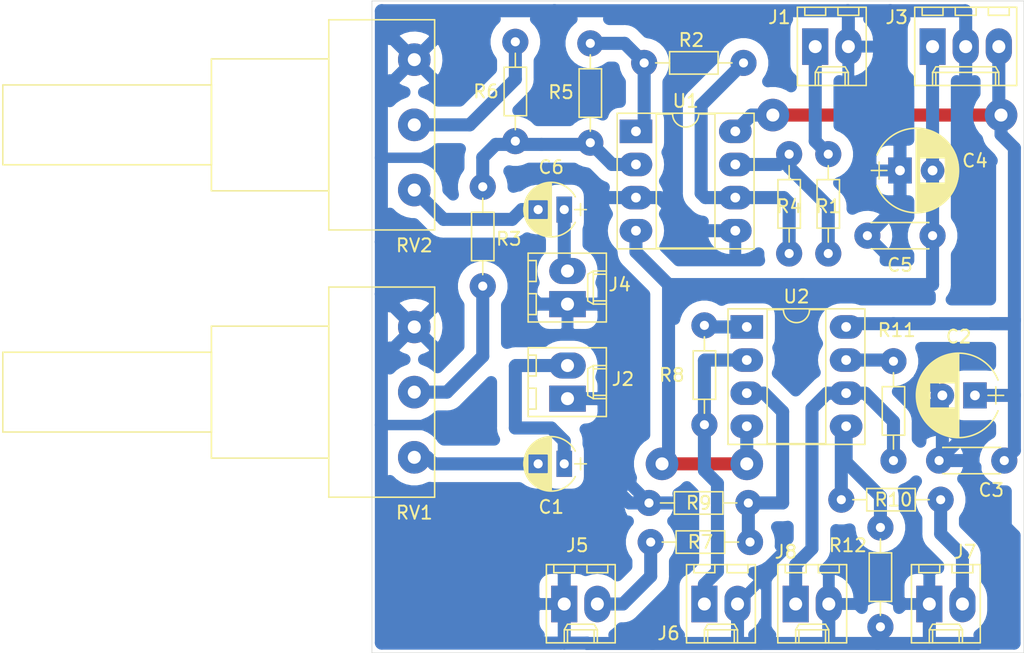
<source format=kicad_pcb>
(kicad_pcb (version 20171130) (host pcbnew "(5.1.6)-1")

  (general
    (thickness 1.6)
    (drawings 4)
    (tracks 209)
    (zones 0)
    (modules 30)
    (nets 23)
  )

  (page A4)
  (layers
    (0 F.Cu signal)
    (31 B.Cu signal)
    (32 B.Adhes user hide)
    (33 F.Adhes user hide)
    (34 B.Paste user hide)
    (35 F.Paste user hide)
    (36 B.SilkS user hide)
    (37 F.SilkS user)
    (38 B.Mask user hide)
    (39 F.Mask user hide)
    (40 Dwgs.User user hide)
    (41 Cmts.User user hide)
    (42 Eco1.User user hide)
    (43 Eco2.User user hide)
    (44 Edge.Cuts user)
    (45 Margin user hide)
    (46 B.CrtYd user hide)
    (47 F.CrtYd user hide)
    (48 B.Fab user hide)
    (49 F.Fab user hide)
  )

  (setup
    (last_trace_width 0.8)
    (user_trace_width 0.8)
    (user_trace_width 1)
    (trace_clearance 0.2)
    (zone_clearance 0.9)
    (zone_45_only no)
    (trace_min 0.2)
    (via_size 0.8)
    (via_drill 0.4)
    (via_min_size 0.4)
    (via_min_drill 0.3)
    (user_via 2.5 1)
    (uvia_size 0.3)
    (uvia_drill 0.1)
    (uvias_allowed no)
    (uvia_min_size 0.2)
    (uvia_min_drill 0.1)
    (edge_width 0.05)
    (segment_width 0.2)
    (pcb_text_width 0.3)
    (pcb_text_size 1.5 1.5)
    (mod_edge_width 0.12)
    (mod_text_size 1 1)
    (mod_text_width 0.15)
    (pad_size 2 2)
    (pad_drill 0.7)
    (pad_to_mask_clearance 0.05)
    (aux_axis_origin 0 0)
    (visible_elements 7FFFFFFF)
    (pcbplotparams
      (layerselection 0x010fc_ffffffff)
      (usegerberextensions false)
      (usegerberattributes true)
      (usegerberadvancedattributes true)
      (creategerberjobfile true)
      (excludeedgelayer true)
      (linewidth 0.100000)
      (plotframeref false)
      (viasonmask false)
      (mode 1)
      (useauxorigin false)
      (hpglpennumber 1)
      (hpglpenspeed 20)
      (hpglpendiameter 15.000000)
      (psnegative false)
      (psa4output false)
      (plotreference true)
      (plotvalue true)
      (plotinvisibletext false)
      (padsonsilk false)
      (subtractmaskfromsilk false)
      (outputformat 1)
      (mirror false)
      (drillshape 1)
      (scaleselection 1)
      (outputdirectory ""))
  )

  (net 0 "")
  (net 1 "Net-(C1-Pad1)")
  (net 2 "Net-(C1-Pad2)")
  (net 3 +12V)
  (net 4 GND)
  (net 5 -12V)
  (net 6 "Net-(C6-Pad1)")
  (net 7 "Net-(C6-Pad2)")
  (net 8 "Net-(J1-Pad1)")
  (net 9 "Net-(J5-Pad2)")
  (net 10 "Net-(J6-Pad1)")
  (net 11 "Net-(J7-Pad2)")
  (net 12 "Net-(J8-Pad1)")
  (net 13 "Net-(R1-Pad2)")
  (net 14 "Net-(R2-Pad1)")
  (net 15 "Net-(R2-Pad2)")
  (net 16 "Net-(R3-Pad1)")
  (net 17 "Net-(R3-Pad2)")
  (net 18 "Net-(R6-Pad2)")
  (net 19 "Net-(R7-Pad1)")
  (net 20 "Net-(R8-Pad2)")
  (net 21 "Net-(R10-Pad1)")
  (net 22 "Net-(R11-Pad2)")

  (net_class Default "This is the default net class."
    (clearance 0.2)
    (trace_width 0.25)
    (via_dia 0.8)
    (via_drill 0.4)
    (uvia_dia 0.3)
    (uvia_drill 0.1)
    (add_net +12V)
    (add_net -12V)
    (add_net GND)
    (add_net "Net-(C1-Pad1)")
    (add_net "Net-(C1-Pad2)")
    (add_net "Net-(C6-Pad1)")
    (add_net "Net-(C6-Pad2)")
    (add_net "Net-(J1-Pad1)")
    (add_net "Net-(J5-Pad2)")
    (add_net "Net-(J6-Pad1)")
    (add_net "Net-(J7-Pad2)")
    (add_net "Net-(J8-Pad1)")
    (add_net "Net-(R1-Pad2)")
    (add_net "Net-(R10-Pad1)")
    (add_net "Net-(R11-Pad2)")
    (add_net "Net-(R2-Pad1)")
    (add_net "Net-(R2-Pad2)")
    (add_net "Net-(R3-Pad1)")
    (add_net "Net-(R3-Pad2)")
    (add_net "Net-(R6-Pad2)")
    (add_net "Net-(R7-Pad1)")
    (add_net "Net-(R8-Pad2)")
  )

  (module Package_DIP:DIP-8_W7.62mm_Socket_LongPads (layer F.Cu) (tedit 5F22D8DB) (tstamp 5F2210AF)
    (at 78.75 75)
    (descr "8-lead though-hole mounted DIP package, row spacing 7.62 mm (300 mils), Socket, LongPads")
    (tags "THT DIP DIL PDIP 2.54mm 7.62mm 300mil Socket LongPads")
    (path /5F250A28)
    (fp_text reference U2 (at 3.81 -2.33) (layer F.SilkS)
      (effects (font (size 1 1) (thickness 0.15)))
    )
    (fp_text value TL072 (at 3.81 9.95) (layer F.Fab)
      (effects (font (size 1 1) (thickness 0.15)))
    )
    (fp_line (start 9.15 -1.6) (end -1.55 -1.6) (layer F.CrtYd) (width 0.05))
    (fp_line (start 9.15 9.2) (end 9.15 -1.6) (layer F.CrtYd) (width 0.05))
    (fp_line (start -1.55 9.2) (end 9.15 9.2) (layer F.CrtYd) (width 0.05))
    (fp_line (start -1.55 -1.6) (end -1.55 9.2) (layer F.CrtYd) (width 0.05))
    (fp_line (start 9.06 -1.39) (end -1.44 -1.39) (layer F.SilkS) (width 0.12))
    (fp_line (start 9.06 9.01) (end 9.06 -1.39) (layer F.SilkS) (width 0.12))
    (fp_line (start -1.44 9.01) (end 9.06 9.01) (layer F.SilkS) (width 0.12))
    (fp_line (start -1.44 -1.39) (end -1.44 9.01) (layer F.SilkS) (width 0.12))
    (fp_line (start 6.06 -1.33) (end 4.81 -1.33) (layer F.SilkS) (width 0.12))
    (fp_line (start 6.06 8.95) (end 6.06 -1.33) (layer F.SilkS) (width 0.12))
    (fp_line (start 1.56 8.95) (end 6.06 8.95) (layer F.SilkS) (width 0.12))
    (fp_line (start 1.56 -1.33) (end 1.56 8.95) (layer F.SilkS) (width 0.12))
    (fp_line (start 2.81 -1.33) (end 1.56 -1.33) (layer F.SilkS) (width 0.12))
    (fp_line (start 8.89 -1.33) (end -1.27 -1.33) (layer F.Fab) (width 0.1))
    (fp_line (start 8.89 8.95) (end 8.89 -1.33) (layer F.Fab) (width 0.1))
    (fp_line (start -1.27 8.95) (end 8.89 8.95) (layer F.Fab) (width 0.1))
    (fp_line (start -1.27 -1.33) (end -1.27 8.95) (layer F.Fab) (width 0.1))
    (fp_line (start 0.635 -0.27) (end 1.635 -1.27) (layer F.Fab) (width 0.1))
    (fp_line (start 0.635 8.89) (end 0.635 -0.27) (layer F.Fab) (width 0.1))
    (fp_line (start 6.985 8.89) (end 0.635 8.89) (layer F.Fab) (width 0.1))
    (fp_line (start 6.985 -1.27) (end 6.985 8.89) (layer F.Fab) (width 0.1))
    (fp_line (start 1.635 -1.27) (end 6.985 -1.27) (layer F.Fab) (width 0.1))
    (fp_text user %R (at 3.81 3.81) (layer F.Fab)
      (effects (font (size 1 1) (thickness 0.15)))
    )
    (fp_arc (start 3.81 -1.33) (end 2.81 -1.33) (angle -180) (layer F.SilkS) (width 0.12))
    (pad 8 thru_hole oval (at 7.62 0) (size 2.5 1.8) (drill 0.75) (layers *.Cu *.Mask)
      (net 3 +12V))
    (pad 4 thru_hole oval (at 0 7.62) (size 2.5 1.8) (drill 0.75) (layers *.Cu *.Mask)
      (net 5 -12V))
    (pad 7 thru_hole oval (at 7.62 2.54) (size 2.5 1.8) (drill 0.75) (layers *.Cu *.Mask)
      (net 22 "Net-(R11-Pad2)"))
    (pad 3 thru_hole oval (at 0 5.08) (size 2.5 1.8) (drill 0.75) (layers *.Cu *.Mask)
      (net 19 "Net-(R7-Pad1)"))
    (pad 6 thru_hole oval (at 7.62 5.08) (size 2.5 1.8) (drill 0.75) (layers *.Cu *.Mask)
      (net 12 "Net-(J8-Pad1)"))
    (pad 2 thru_hole oval (at 0 2.54) (size 2.5 1.8) (drill 0.75) (layers *.Cu *.Mask)
      (net 10 "Net-(J6-Pad1)"))
    (pad 5 thru_hole oval (at 7.62 7.62) (size 2.5 1.8) (drill 0.75) (layers *.Cu *.Mask)
      (net 21 "Net-(R10-Pad1)"))
    (pad 1 thru_hole rect (at 0 0) (size 2.5 1.8) (drill 0.75) (layers *.Cu *.Mask)
      (net 20 "Net-(R8-Pad2)"))
    (model ${KISYS3DMOD}/Package_DIP.3dshapes/DIP-8_W7.62mm_Socket.wrl
      (at (xyz 0 0 0))
      (scale (xyz 1 1 1))
      (rotate (xyz 0 0 0))
    )
  )

  (module Package_DIP:DIP-8_W7.62mm_Socket_LongPads (layer F.Cu) (tedit 5F22D894) (tstamp 5F2229B2)
    (at 70.25 60)
    (descr "8-lead though-hole mounted DIP package, row spacing 7.62 mm (300 mils), Socket, LongPads")
    (tags "THT DIP DIL PDIP 2.54mm 7.62mm 300mil Socket LongPads")
    (path /5F21FC3E)
    (fp_text reference U1 (at 3.81 -2.33) (layer F.SilkS)
      (effects (font (size 1 1) (thickness 0.15)))
    )
    (fp_text value TL072 (at 3.81 9.95) (layer F.Fab)
      (effects (font (size 1 1) (thickness 0.15)))
    )
    (fp_line (start 9.15 -1.6) (end -1.55 -1.6) (layer F.CrtYd) (width 0.05))
    (fp_line (start 9.15 9.2) (end 9.15 -1.6) (layer F.CrtYd) (width 0.05))
    (fp_line (start -1.55 9.2) (end 9.15 9.2) (layer F.CrtYd) (width 0.05))
    (fp_line (start -1.55 -1.6) (end -1.55 9.2) (layer F.CrtYd) (width 0.05))
    (fp_line (start 9.06 -1.39) (end -1.44 -1.39) (layer F.SilkS) (width 0.12))
    (fp_line (start 9.06 9.01) (end 9.06 -1.39) (layer F.SilkS) (width 0.12))
    (fp_line (start -1.44 9.01) (end 9.06 9.01) (layer F.SilkS) (width 0.12))
    (fp_line (start -1.44 -1.39) (end -1.44 9.01) (layer F.SilkS) (width 0.12))
    (fp_line (start 6.06 -1.33) (end 4.81 -1.33) (layer F.SilkS) (width 0.12))
    (fp_line (start 6.06 8.95) (end 6.06 -1.33) (layer F.SilkS) (width 0.12))
    (fp_line (start 1.56 8.95) (end 6.06 8.95) (layer F.SilkS) (width 0.12))
    (fp_line (start 1.56 -1.33) (end 1.56 8.95) (layer F.SilkS) (width 0.12))
    (fp_line (start 2.81 -1.33) (end 1.56 -1.33) (layer F.SilkS) (width 0.12))
    (fp_line (start 8.89 -1.33) (end -1.27 -1.33) (layer F.Fab) (width 0.1))
    (fp_line (start 8.89 8.95) (end 8.89 -1.33) (layer F.Fab) (width 0.1))
    (fp_line (start -1.27 8.95) (end 8.89 8.95) (layer F.Fab) (width 0.1))
    (fp_line (start -1.27 -1.33) (end -1.27 8.95) (layer F.Fab) (width 0.1))
    (fp_line (start 0.635 -0.27) (end 1.635 -1.27) (layer F.Fab) (width 0.1))
    (fp_line (start 0.635 8.89) (end 0.635 -0.27) (layer F.Fab) (width 0.1))
    (fp_line (start 6.985 8.89) (end 0.635 8.89) (layer F.Fab) (width 0.1))
    (fp_line (start 6.985 -1.27) (end 6.985 8.89) (layer F.Fab) (width 0.1))
    (fp_line (start 1.635 -1.27) (end 6.985 -1.27) (layer F.Fab) (width 0.1))
    (fp_text user %R (at 3.81 3.81) (layer F.Fab)
      (effects (font (size 1 1) (thickness 0.15)))
    )
    (fp_arc (start 3.81 -1.33) (end 2.81 -1.33) (angle -180) (layer F.SilkS) (width 0.12))
    (pad 8 thru_hole oval (at 7.62 0) (size 2.5 1.8) (drill 0.75) (layers *.Cu *.Mask)
      (net 3 +12V))
    (pad 4 thru_hole oval (at 0 7.62) (size 2.5 1.8) (drill 0.75) (layers *.Cu *.Mask)
      (net 5 -12V))
    (pad 7 thru_hole oval (at 7.62 2.54) (size 2.5 1.8) (drill 0.75) (layers *.Cu *.Mask)
      (net 13 "Net-(R1-Pad2)"))
    (pad 3 thru_hole oval (at 0 5.08) (size 2.5 1.8) (drill 0.75) (layers *.Cu *.Mask)
      (net 4 GND))
    (pad 6 thru_hole oval (at 7.62 5.08) (size 2.5 1.8) (drill 0.75) (layers *.Cu *.Mask)
      (net 14 "Net-(R2-Pad1)"))
    (pad 2 thru_hole oval (at 0 2.54) (size 2.5 1.8) (drill 0.75) (layers *.Cu *.Mask)
      (net 16 "Net-(R3-Pad1)"))
    (pad 5 thru_hole oval (at 7.62 7.62) (size 2.5 1.8) (drill 0.75) (layers *.Cu *.Mask)
      (net 4 GND))
    (pad 1 thru_hole rect (at 0 0) (size 2.5 1.8) (drill 0.75) (layers *.Cu *.Mask)
      (net 15 "Net-(R2-Pad2)"))
    (model ${KISYS3DMOD}/Package_DIP.3dshapes/DIP-8_W7.62mm_Socket.wrl
      (at (xyz 0 0 0))
      (scale (xyz 1 1 1))
      (rotate (xyz 0 0 0))
    )
  )

  (module Potentiometers:Potentiometer_Piher_PC-16_Single_Vertical (layer F.Cu) (tedit 5F22D69B) (tstamp 5F221067)
    (at 53.25 54.5 180)
    (descr "Potentiometer, vertically mounted, Omeg PC16PU, Omeg PC16PU, Omeg PC16PU, Vishay/Spectrol 248GJ/249GJ Single, Vishay/Spectrol 248GJ/249GJ Single, Vishay/Spectrol 248GJ/249GJ Single, Vishay/Spectrol 248GH/249GH Single, Vishay/Spectrol 148/149 Single, Vishay/Spectrol 148/149 Single, Vishay/Spectrol 148/149 Single, Vishay/Spectrol 148A/149A Single with mounting plates, Vishay/Spectrol 148/149 Double, Vishay/Spectrol 148A/149A Double with mounting plates, Piher PC-16 Single, http://www.piher-nacesa.com/pdf/20-PC16v03.pdf")
    (tags "Potentiometer vertical  Omeg PC16PU  Omeg PC16PU  Omeg PC16PU  Vishay/Spectrol 248GJ/249GJ Single  Vishay/Spectrol 248GJ/249GJ Single  Vishay/Spectrol 248GJ/249GJ Single  Vishay/Spectrol 248GH/249GH Single  Vishay/Spectrol 148/149 Single  Vishay/Spectrol 148/149 Single  Vishay/Spectrol 148/149 Single  Vishay/Spectrol 148A/149A Single with mounting plates  Vishay/Spectrol 148/149 Double  Vishay/Spectrol 148A/149A Double with mounting plates  Piher PC-16 Single")
    (path /5F22DA6E)
    (fp_text reference RV2 (at 0 -14.25) (layer F.SilkS)
      (effects (font (size 1 1) (thickness 0.15)))
    )
    (fp_text value "10K A" (at 0 4.25) (layer F.Fab)
      (effects (font (size 1 1) (thickness 0.15)))
    )
    (fp_line (start -1.5 -13) (end -1.5 3) (layer F.Fab) (width 0.1))
    (fp_line (start -1.5 3) (end 6.5 3) (layer F.Fab) (width 0.1))
    (fp_line (start 6.5 3) (end 6.5 -13) (layer F.Fab) (width 0.1))
    (fp_line (start 6.5 -13) (end -1.5 -13) (layer F.Fab) (width 0.1))
    (fp_line (start 6.5 -10) (end 6.5 0) (layer F.Fab) (width 0.1))
    (fp_line (start 6.5 0) (end 15.5 0) (layer F.Fab) (width 0.1))
    (fp_line (start 15.5 0) (end 15.5 -10) (layer F.Fab) (width 0.1))
    (fp_line (start 15.5 -10) (end 6.5 -10) (layer F.Fab) (width 0.1))
    (fp_line (start 15.5 -8) (end 15.5 -2) (layer F.Fab) (width 0.1))
    (fp_line (start 15.5 -2) (end 31.5 -2) (layer F.Fab) (width 0.1))
    (fp_line (start 31.5 -2) (end 31.5 -8) (layer F.Fab) (width 0.1))
    (fp_line (start 31.5 -8) (end 15.5 -8) (layer F.Fab) (width 0.1))
    (fp_line (start -1.56 -13.06) (end 6.56 -13.06) (layer F.SilkS) (width 0.12))
    (fp_line (start -1.56 3.06) (end 6.56 3.06) (layer F.SilkS) (width 0.12))
    (fp_line (start -1.56 -13.06) (end -1.56 3.06) (layer F.SilkS) (width 0.12))
    (fp_line (start 6.56 -13.06) (end 6.56 3.06) (layer F.SilkS) (width 0.12))
    (fp_line (start 6.56 -10.06) (end 15.56 -10.06) (layer F.SilkS) (width 0.12))
    (fp_line (start 6.56 0.06) (end 15.56 0.06) (layer F.SilkS) (width 0.12))
    (fp_line (start 6.56 -10.06) (end 6.56 0.06) (layer F.SilkS) (width 0.12))
    (fp_line (start 15.56 -10.06) (end 15.56 0.06) (layer F.SilkS) (width 0.12))
    (fp_line (start 15.56 -8.06) (end 31.56 -8.06) (layer F.SilkS) (width 0.12))
    (fp_line (start 15.56 -1.94) (end 31.56 -1.94) (layer F.SilkS) (width 0.12))
    (fp_line (start 15.56 -8.06) (end 15.56 -1.94) (layer F.SilkS) (width 0.12))
    (fp_line (start 31.56 -8.06) (end 31.56 -1.94) (layer F.SilkS) (width 0.12))
    (fp_line (start -1.75 -13.25) (end -1.75 3.25) (layer F.CrtYd) (width 0.05))
    (fp_line (start -1.75 3.25) (end 31.75 3.25) (layer F.CrtYd) (width 0.05))
    (fp_line (start 31.75 3.25) (end 31.75 -13.25) (layer F.CrtYd) (width 0.05))
    (fp_line (start 31.75 -13.25) (end -1.75 -13.25) (layer F.CrtYd) (width 0.05))
    (pad 3 thru_hole circle (at 0 -10 180) (size 2.5 2.5) (drill 1) (layers *.Cu *.Mask)
      (net 7 "Net-(C6-Pad2)"))
    (pad 2 thru_hole circle (at 0 -5 180) (size 2.5 2.5) (drill 1) (layers *.Cu *.Mask)
      (net 18 "Net-(R6-Pad2)"))
    (pad 1 thru_hole circle (at 0 0 180) (size 2.5 2.5) (drill 1) (layers *.Cu *.Mask)
      (net 4 GND))
    (model Potentiometers.3dshapes/Potentiometer_Piher_PC-16_Single_Vertical.wrl
      (at (xyz 0 0 0))
      (scale (xyz 0.393701 0.393701 0.393701))
      (rotate (xyz 0 0 0))
    )
  )

  (module Potentiometers:Potentiometer_Piher_PC-16_Single_Vertical (layer F.Cu) (tedit 5F22D6AD) (tstamp 5F221064)
    (at 53.25 75 180)
    (descr "Potentiometer, vertically mounted, Omeg PC16PU, Omeg PC16PU, Omeg PC16PU, Vishay/Spectrol 248GJ/249GJ Single, Vishay/Spectrol 248GJ/249GJ Single, Vishay/Spectrol 248GJ/249GJ Single, Vishay/Spectrol 248GH/249GH Single, Vishay/Spectrol 148/149 Single, Vishay/Spectrol 148/149 Single, Vishay/Spectrol 148/149 Single, Vishay/Spectrol 148A/149A Single with mounting plates, Vishay/Spectrol 148/149 Double, Vishay/Spectrol 148A/149A Double with mounting plates, Piher PC-16 Single, http://www.piher-nacesa.com/pdf/20-PC16v03.pdf")
    (tags "Potentiometer vertical  Omeg PC16PU  Omeg PC16PU  Omeg PC16PU  Vishay/Spectrol 248GJ/249GJ Single  Vishay/Spectrol 248GJ/249GJ Single  Vishay/Spectrol 248GJ/249GJ Single  Vishay/Spectrol 248GH/249GH Single  Vishay/Spectrol 148/149 Single  Vishay/Spectrol 148/149 Single  Vishay/Spectrol 148/149 Single  Vishay/Spectrol 148A/149A Single with mounting plates  Vishay/Spectrol 148/149 Double  Vishay/Spectrol 148A/149A Double with mounting plates  Piher PC-16 Single")
    (path /5F224905)
    (fp_text reference RV1 (at 0 -14.25) (layer F.SilkS)
      (effects (font (size 1 1) (thickness 0.15)))
    )
    (fp_text value "10K A" (at 0 4.25) (layer F.Fab)
      (effects (font (size 1 1) (thickness 0.15)))
    )
    (fp_line (start -1.5 -13) (end -1.5 3) (layer F.Fab) (width 0.1))
    (fp_line (start -1.5 3) (end 6.5 3) (layer F.Fab) (width 0.1))
    (fp_line (start 6.5 3) (end 6.5 -13) (layer F.Fab) (width 0.1))
    (fp_line (start 6.5 -13) (end -1.5 -13) (layer F.Fab) (width 0.1))
    (fp_line (start 6.5 -10) (end 6.5 0) (layer F.Fab) (width 0.1))
    (fp_line (start 6.5 0) (end 15.5 0) (layer F.Fab) (width 0.1))
    (fp_line (start 15.5 0) (end 15.5 -10) (layer F.Fab) (width 0.1))
    (fp_line (start 15.5 -10) (end 6.5 -10) (layer F.Fab) (width 0.1))
    (fp_line (start 15.5 -8) (end 15.5 -2) (layer F.Fab) (width 0.1))
    (fp_line (start 15.5 -2) (end 31.5 -2) (layer F.Fab) (width 0.1))
    (fp_line (start 31.5 -2) (end 31.5 -8) (layer F.Fab) (width 0.1))
    (fp_line (start 31.5 -8) (end 15.5 -8) (layer F.Fab) (width 0.1))
    (fp_line (start -1.56 -13.06) (end 6.56 -13.06) (layer F.SilkS) (width 0.12))
    (fp_line (start -1.56 3.06) (end 6.56 3.06) (layer F.SilkS) (width 0.12))
    (fp_line (start -1.56 -13.06) (end -1.56 3.06) (layer F.SilkS) (width 0.12))
    (fp_line (start 6.56 -13.06) (end 6.56 3.06) (layer F.SilkS) (width 0.12))
    (fp_line (start 6.56 -10.06) (end 15.56 -10.06) (layer F.SilkS) (width 0.12))
    (fp_line (start 6.56 0.06) (end 15.56 0.06) (layer F.SilkS) (width 0.12))
    (fp_line (start 6.56 -10.06) (end 6.56 0.06) (layer F.SilkS) (width 0.12))
    (fp_line (start 15.56 -10.06) (end 15.56 0.06) (layer F.SilkS) (width 0.12))
    (fp_line (start 15.56 -8.06) (end 31.56 -8.06) (layer F.SilkS) (width 0.12))
    (fp_line (start 15.56 -1.94) (end 31.56 -1.94) (layer F.SilkS) (width 0.12))
    (fp_line (start 15.56 -8.06) (end 15.56 -1.94) (layer F.SilkS) (width 0.12))
    (fp_line (start 31.56 -8.06) (end 31.56 -1.94) (layer F.SilkS) (width 0.12))
    (fp_line (start -1.75 -13.25) (end -1.75 3.25) (layer F.CrtYd) (width 0.05))
    (fp_line (start -1.75 3.25) (end 31.75 3.25) (layer F.CrtYd) (width 0.05))
    (fp_line (start 31.75 3.25) (end 31.75 -13.25) (layer F.CrtYd) (width 0.05))
    (fp_line (start 31.75 -13.25) (end -1.75 -13.25) (layer F.CrtYd) (width 0.05))
    (pad 3 thru_hole circle (at 0 -10 180) (size 2.5 2.5) (drill 1) (layers *.Cu *.Mask)
      (net 2 "Net-(C1-Pad2)"))
    (pad 2 thru_hole circle (at 0 -5 180) (size 2.5 2.5) (drill 1) (layers *.Cu *.Mask)
      (net 17 "Net-(R3-Pad2)"))
    (pad 1 thru_hole circle (at 0 0 180) (size 2.5 2.5) (drill 1) (layers *.Cu *.Mask)
      (net 4 GND))
    (model Potentiometers.3dshapes/Potentiometer_Piher_PC-16_Single_Vertical.wrl
      (at (xyz 0 0 0))
      (scale (xyz 0.393701 0.393701 0.393701))
      (rotate (xyz 0 0 0))
    )
  )

  (module Resistors_ThroughHole:R_Axial_DIN0204_L3.6mm_D1.6mm_P7.62mm_Horizontal (layer F.Cu) (tedit 5F22D819) (tstamp 5F221061)
    (at 89 98 90)
    (descr "Resistor, Axial_DIN0204 series, Axial, Horizontal, pin pitch=7.62mm, 0.16666666666666666W = 1/6W, length*diameter=3.6*1.6mm^2, http://cdn-reichelt.de/documents/datenblatt/B400/1_4W%23YAG.pdf")
    (tags "Resistor Axial_DIN0204 series Axial Horizontal pin pitch 7.62mm 0.16666666666666666W = 1/6W length 3.6mm diameter 1.6mm")
    (path /5F2616A6)
    (fp_text reference R12 (at 6.25 -2.5 180) (layer F.SilkS)
      (effects (font (size 1 1) (thickness 0.15)))
    )
    (fp_text value 47k (at 3.81 1.86 90) (layer F.Fab)
      (effects (font (size 1 1) (thickness 0.15)))
    )
    (fp_line (start 2.01 -0.8) (end 2.01 0.8) (layer F.Fab) (width 0.1))
    (fp_line (start 2.01 0.8) (end 5.61 0.8) (layer F.Fab) (width 0.1))
    (fp_line (start 5.61 0.8) (end 5.61 -0.8) (layer F.Fab) (width 0.1))
    (fp_line (start 5.61 -0.8) (end 2.01 -0.8) (layer F.Fab) (width 0.1))
    (fp_line (start 0 0) (end 2.01 0) (layer F.Fab) (width 0.1))
    (fp_line (start 7.62 0) (end 5.61 0) (layer F.Fab) (width 0.1))
    (fp_line (start 1.95 -0.86) (end 1.95 0.86) (layer F.SilkS) (width 0.12))
    (fp_line (start 1.95 0.86) (end 5.67 0.86) (layer F.SilkS) (width 0.12))
    (fp_line (start 5.67 0.86) (end 5.67 -0.86) (layer F.SilkS) (width 0.12))
    (fp_line (start 5.67 -0.86) (end 1.95 -0.86) (layer F.SilkS) (width 0.12))
    (fp_line (start 0.88 0) (end 1.95 0) (layer F.SilkS) (width 0.12))
    (fp_line (start 6.74 0) (end 5.67 0) (layer F.SilkS) (width 0.12))
    (fp_line (start -0.95 -1.15) (end -0.95 1.15) (layer F.CrtYd) (width 0.05))
    (fp_line (start -0.95 1.15) (end 8.6 1.15) (layer F.CrtYd) (width 0.05))
    (fp_line (start 8.6 1.15) (end 8.6 -1.15) (layer F.CrtYd) (width 0.05))
    (fp_line (start 8.6 -1.15) (end -0.95 -1.15) (layer F.CrtYd) (width 0.05))
    (pad 1 thru_hole circle (at 0 0 90) (size 2 2) (drill 0.7) (layers *.Cu *.Mask)
      (net 4 GND))
    (pad 2 thru_hole oval (at 7.62 0 90) (size 2 2) (drill 0.7) (layers *.Cu *.Mask)
      (net 21 "Net-(R10-Pad1)"))
    (model ${KISYS3DMOD}/Resistors_THT.3dshapes/R_Axial_DIN0204_L3.6mm_D1.6mm_P7.62mm_Horizontal.wrl
      (at (xyz 0 0 0))
      (scale (xyz 0.393701 0.393701 0.393701))
      (rotate (xyz 0 0 0))
    )
  )

  (module Resistors_ThroughHole:R_Axial_DIN0204_L3.6mm_D1.6mm_P7.62mm_Horizontal (layer F.Cu) (tedit 5F22D7E4) (tstamp 5F22105E)
    (at 90 85.25 90)
    (descr "Resistor, Axial_DIN0204 series, Axial, Horizontal, pin pitch=7.62mm, 0.16666666666666666W = 1/6W, length*diameter=3.6*1.6mm^2, http://cdn-reichelt.de/documents/datenblatt/B400/1_4W%23YAG.pdf")
    (tags "Resistor Axial_DIN0204 series Axial Horizontal pin pitch 7.62mm 0.16666666666666666W = 1/6W length 3.6mm diameter 1.6mm")
    (path /5F2616C4)
    (fp_text reference R11 (at 10 0.25 180) (layer F.SilkS)
      (effects (font (size 1 1) (thickness 0.15)))
    )
    (fp_text value 100 (at 3.81 1.86 90) (layer F.Fab)
      (effects (font (size 1 1) (thickness 0.15)))
    )
    (fp_line (start 2.01 -0.8) (end 2.01 0.8) (layer F.Fab) (width 0.1))
    (fp_line (start 2.01 0.8) (end 5.61 0.8) (layer F.Fab) (width 0.1))
    (fp_line (start 5.61 0.8) (end 5.61 -0.8) (layer F.Fab) (width 0.1))
    (fp_line (start 5.61 -0.8) (end 2.01 -0.8) (layer F.Fab) (width 0.1))
    (fp_line (start 0 0) (end 2.01 0) (layer F.Fab) (width 0.1))
    (fp_line (start 7.62 0) (end 5.61 0) (layer F.Fab) (width 0.1))
    (fp_line (start 1.95 -0.86) (end 1.95 0.86) (layer F.SilkS) (width 0.12))
    (fp_line (start 1.95 0.86) (end 5.67 0.86) (layer F.SilkS) (width 0.12))
    (fp_line (start 5.67 0.86) (end 5.67 -0.86) (layer F.SilkS) (width 0.12))
    (fp_line (start 5.67 -0.86) (end 1.95 -0.86) (layer F.SilkS) (width 0.12))
    (fp_line (start 0.88 0) (end 1.95 0) (layer F.SilkS) (width 0.12))
    (fp_line (start 6.74 0) (end 5.67 0) (layer F.SilkS) (width 0.12))
    (fp_line (start -0.95 -1.15) (end -0.95 1.15) (layer F.CrtYd) (width 0.05))
    (fp_line (start -0.95 1.15) (end 8.6 1.15) (layer F.CrtYd) (width 0.05))
    (fp_line (start 8.6 1.15) (end 8.6 -1.15) (layer F.CrtYd) (width 0.05))
    (fp_line (start 8.6 -1.15) (end -0.95 -1.15) (layer F.CrtYd) (width 0.05))
    (pad 1 thru_hole circle (at 0 0 90) (size 2 2) (drill 0.7) (layers *.Cu *.Mask)
      (net 12 "Net-(J8-Pad1)"))
    (pad 2 thru_hole oval (at 7.62 0 90) (size 2 2) (drill 0.7) (layers *.Cu *.Mask)
      (net 22 "Net-(R11-Pad2)"))
    (model ${KISYS3DMOD}/Resistors_THT.3dshapes/R_Axial_DIN0204_L3.6mm_D1.6mm_P7.62mm_Horizontal.wrl
      (at (xyz 0 0 0))
      (scale (xyz 0.393701 0.393701 0.393701))
      (rotate (xyz 0 0 0))
    )
  )

  (module Resistors_ThroughHole:R_Axial_DIN0204_L3.6mm_D1.6mm_P7.62mm_Horizontal (layer F.Cu) (tedit 5F22D7F7) (tstamp 5F22105B)
    (at 86 88.25)
    (descr "Resistor, Axial_DIN0204 series, Axial, Horizontal, pin pitch=7.62mm, 0.16666666666666666W = 1/6W, length*diameter=3.6*1.6mm^2, http://cdn-reichelt.de/documents/datenblatt/B400/1_4W%23YAG.pdf")
    (tags "Resistor Axial_DIN0204 series Axial Horizontal pin pitch 7.62mm 0.16666666666666666W = 1/6W length 3.6mm diameter 1.6mm")
    (path /5F26169C)
    (fp_text reference R10 (at 4 0) (layer F.SilkS)
      (effects (font (size 1 1) (thickness 0.15)))
    )
    (fp_text value 100k (at 3.81 1.86) (layer F.Fab)
      (effects (font (size 1 1) (thickness 0.15)))
    )
    (fp_line (start 2.01 -0.8) (end 2.01 0.8) (layer F.Fab) (width 0.1))
    (fp_line (start 2.01 0.8) (end 5.61 0.8) (layer F.Fab) (width 0.1))
    (fp_line (start 5.61 0.8) (end 5.61 -0.8) (layer F.Fab) (width 0.1))
    (fp_line (start 5.61 -0.8) (end 2.01 -0.8) (layer F.Fab) (width 0.1))
    (fp_line (start 0 0) (end 2.01 0) (layer F.Fab) (width 0.1))
    (fp_line (start 7.62 0) (end 5.61 0) (layer F.Fab) (width 0.1))
    (fp_line (start 1.95 -0.86) (end 1.95 0.86) (layer F.SilkS) (width 0.12))
    (fp_line (start 1.95 0.86) (end 5.67 0.86) (layer F.SilkS) (width 0.12))
    (fp_line (start 5.67 0.86) (end 5.67 -0.86) (layer F.SilkS) (width 0.12))
    (fp_line (start 5.67 -0.86) (end 1.95 -0.86) (layer F.SilkS) (width 0.12))
    (fp_line (start 0.88 0) (end 1.95 0) (layer F.SilkS) (width 0.12))
    (fp_line (start 6.74 0) (end 5.67 0) (layer F.SilkS) (width 0.12))
    (fp_line (start -0.95 -1.15) (end -0.95 1.15) (layer F.CrtYd) (width 0.05))
    (fp_line (start -0.95 1.15) (end 8.6 1.15) (layer F.CrtYd) (width 0.05))
    (fp_line (start 8.6 1.15) (end 8.6 -1.15) (layer F.CrtYd) (width 0.05))
    (fp_line (start 8.6 -1.15) (end -0.95 -1.15) (layer F.CrtYd) (width 0.05))
    (pad 1 thru_hole circle (at 0 0) (size 2 2) (drill 0.7) (layers *.Cu *.Mask)
      (net 21 "Net-(R10-Pad1)"))
    (pad 2 thru_hole oval (at 7.62 0) (size 2 2) (drill 0.7) (layers *.Cu *.Mask)
      (net 11 "Net-(J7-Pad2)"))
    (model ${KISYS3DMOD}/Resistors_THT.3dshapes/R_Axial_DIN0204_L3.6mm_D1.6mm_P7.62mm_Horizontal.wrl
      (at (xyz 0 0 0))
      (scale (xyz 0.393701 0.393701 0.393701))
      (rotate (xyz 0 0 0))
    )
  )

  (module Resistors_ThroughHole:R_Axial_DIN0204_L3.6mm_D1.6mm_P7.62mm_Horizontal (layer F.Cu) (tedit 5F22D82D) (tstamp 5F224FF8)
    (at 71.25 88.5)
    (descr "Resistor, Axial_DIN0204 series, Axial, Horizontal, pin pitch=7.62mm, 0.16666666666666666W = 1/6W, length*diameter=3.6*1.6mm^2, http://cdn-reichelt.de/documents/datenblatt/B400/1_4W%23YAG.pdf")
    (tags "Resistor Axial_DIN0204 series Axial Horizontal pin pitch 7.62mm 0.16666666666666666W = 1/6W length 3.6mm diameter 1.6mm")
    (path /5F254AA4)
    (fp_text reference R9 (at 3.81 0) (layer F.SilkS)
      (effects (font (size 1 1) (thickness 0.15)))
    )
    (fp_text value 47k (at 3.81 1.86) (layer F.Fab)
      (effects (font (size 1 1) (thickness 0.15)))
    )
    (fp_line (start 2.01 -0.8) (end 2.01 0.8) (layer F.Fab) (width 0.1))
    (fp_line (start 2.01 0.8) (end 5.61 0.8) (layer F.Fab) (width 0.1))
    (fp_line (start 5.61 0.8) (end 5.61 -0.8) (layer F.Fab) (width 0.1))
    (fp_line (start 5.61 -0.8) (end 2.01 -0.8) (layer F.Fab) (width 0.1))
    (fp_line (start 0 0) (end 2.01 0) (layer F.Fab) (width 0.1))
    (fp_line (start 7.62 0) (end 5.61 0) (layer F.Fab) (width 0.1))
    (fp_line (start 1.95 -0.86) (end 1.95 0.86) (layer F.SilkS) (width 0.12))
    (fp_line (start 1.95 0.86) (end 5.67 0.86) (layer F.SilkS) (width 0.12))
    (fp_line (start 5.67 0.86) (end 5.67 -0.86) (layer F.SilkS) (width 0.12))
    (fp_line (start 5.67 -0.86) (end 1.95 -0.86) (layer F.SilkS) (width 0.12))
    (fp_line (start 0.88 0) (end 1.95 0) (layer F.SilkS) (width 0.12))
    (fp_line (start 6.74 0) (end 5.67 0) (layer F.SilkS) (width 0.12))
    (fp_line (start -0.95 -1.15) (end -0.95 1.15) (layer F.CrtYd) (width 0.05))
    (fp_line (start -0.95 1.15) (end 8.6 1.15) (layer F.CrtYd) (width 0.05))
    (fp_line (start 8.6 1.15) (end 8.6 -1.15) (layer F.CrtYd) (width 0.05))
    (fp_line (start 8.6 -1.15) (end -0.95 -1.15) (layer F.CrtYd) (width 0.05))
    (pad 1 thru_hole circle (at 0 0) (size 2 2) (drill 0.7) (layers *.Cu *.Mask)
      (net 4 GND))
    (pad 2 thru_hole oval (at 7.62 0) (size 2 2) (drill 0.7) (layers *.Cu *.Mask)
      (net 19 "Net-(R7-Pad1)"))
    (model ${KISYS3DMOD}/Resistors_THT.3dshapes/R_Axial_DIN0204_L3.6mm_D1.6mm_P7.62mm_Horizontal.wrl
      (at (xyz 0 0 0))
      (scale (xyz 0.393701 0.393701 0.393701))
      (rotate (xyz 0 0 0))
    )
  )

  (module Resistors_ThroughHole:R_Axial_DIN0204_L3.6mm_D1.6mm_P7.62mm_Horizontal (layer F.Cu) (tedit 5F22D7D7) (tstamp 5F221055)
    (at 75.5 82.5 90)
    (descr "Resistor, Axial_DIN0204 series, Axial, Horizontal, pin pitch=7.62mm, 0.16666666666666666W = 1/6W, length*diameter=3.6*1.6mm^2, http://cdn-reichelt.de/documents/datenblatt/B400/1_4W%23YAG.pdf")
    (tags "Resistor Axial_DIN0204 series Axial Horizontal pin pitch 7.62mm 0.16666666666666666W = 1/6W length 3.6mm diameter 1.6mm")
    (path /5F25AC7D)
    (fp_text reference R8 (at 3.81 -2.5 180) (layer F.SilkS)
      (effects (font (size 1 1) (thickness 0.15)))
    )
    (fp_text value 100 (at 3.81 1.86 90) (layer F.Fab)
      (effects (font (size 1 1) (thickness 0.15)))
    )
    (fp_line (start 2.01 -0.8) (end 2.01 0.8) (layer F.Fab) (width 0.1))
    (fp_line (start 2.01 0.8) (end 5.61 0.8) (layer F.Fab) (width 0.1))
    (fp_line (start 5.61 0.8) (end 5.61 -0.8) (layer F.Fab) (width 0.1))
    (fp_line (start 5.61 -0.8) (end 2.01 -0.8) (layer F.Fab) (width 0.1))
    (fp_line (start 0 0) (end 2.01 0) (layer F.Fab) (width 0.1))
    (fp_line (start 7.62 0) (end 5.61 0) (layer F.Fab) (width 0.1))
    (fp_line (start 1.95 -0.86) (end 1.95 0.86) (layer F.SilkS) (width 0.12))
    (fp_line (start 1.95 0.86) (end 5.67 0.86) (layer F.SilkS) (width 0.12))
    (fp_line (start 5.67 0.86) (end 5.67 -0.86) (layer F.SilkS) (width 0.12))
    (fp_line (start 5.67 -0.86) (end 1.95 -0.86) (layer F.SilkS) (width 0.12))
    (fp_line (start 0.88 0) (end 1.95 0) (layer F.SilkS) (width 0.12))
    (fp_line (start 6.74 0) (end 5.67 0) (layer F.SilkS) (width 0.12))
    (fp_line (start -0.95 -1.15) (end -0.95 1.15) (layer F.CrtYd) (width 0.05))
    (fp_line (start -0.95 1.15) (end 8.6 1.15) (layer F.CrtYd) (width 0.05))
    (fp_line (start 8.6 1.15) (end 8.6 -1.15) (layer F.CrtYd) (width 0.05))
    (fp_line (start 8.6 -1.15) (end -0.95 -1.15) (layer F.CrtYd) (width 0.05))
    (pad 1 thru_hole circle (at 0 0 90) (size 2 2) (drill 0.7) (layers *.Cu *.Mask)
      (net 10 "Net-(J6-Pad1)"))
    (pad 2 thru_hole oval (at 7.62 0 90) (size 2 2) (drill 0.7) (layers *.Cu *.Mask)
      (net 20 "Net-(R8-Pad2)"))
    (model ${KISYS3DMOD}/Resistors_THT.3dshapes/R_Axial_DIN0204_L3.6mm_D1.6mm_P7.62mm_Horizontal.wrl
      (at (xyz 0 0 0))
      (scale (xyz 0.393701 0.393701 0.393701))
      (rotate (xyz 0 0 0))
    )
  )

  (module Resistors_ThroughHole:R_Axial_DIN0204_L3.6mm_D1.6mm_P7.62mm_Horizontal (layer F.Cu) (tedit 5F22D831) (tstamp 5F221052)
    (at 79 91.5 180)
    (descr "Resistor, Axial_DIN0204 series, Axial, Horizontal, pin pitch=7.62mm, 0.16666666666666666W = 1/6W, length*diameter=3.6*1.6mm^2, http://cdn-reichelt.de/documents/datenblatt/B400/1_4W%23YAG.pdf")
    (tags "Resistor Axial_DIN0204 series Axial Horizontal pin pitch 7.62mm 0.16666666666666666W = 1/6W length 3.6mm diameter 1.6mm")
    (path /5F253313)
    (fp_text reference R7 (at 3.81 0) (layer F.SilkS)
      (effects (font (size 1 1) (thickness 0.15)))
    )
    (fp_text value 100k (at 3.81 1.86) (layer F.Fab)
      (effects (font (size 1 1) (thickness 0.15)))
    )
    (fp_line (start 2.01 -0.8) (end 2.01 0.8) (layer F.Fab) (width 0.1))
    (fp_line (start 2.01 0.8) (end 5.61 0.8) (layer F.Fab) (width 0.1))
    (fp_line (start 5.61 0.8) (end 5.61 -0.8) (layer F.Fab) (width 0.1))
    (fp_line (start 5.61 -0.8) (end 2.01 -0.8) (layer F.Fab) (width 0.1))
    (fp_line (start 0 0) (end 2.01 0) (layer F.Fab) (width 0.1))
    (fp_line (start 7.62 0) (end 5.61 0) (layer F.Fab) (width 0.1))
    (fp_line (start 1.95 -0.86) (end 1.95 0.86) (layer F.SilkS) (width 0.12))
    (fp_line (start 1.95 0.86) (end 5.67 0.86) (layer F.SilkS) (width 0.12))
    (fp_line (start 5.67 0.86) (end 5.67 -0.86) (layer F.SilkS) (width 0.12))
    (fp_line (start 5.67 -0.86) (end 1.95 -0.86) (layer F.SilkS) (width 0.12))
    (fp_line (start 0.88 0) (end 1.95 0) (layer F.SilkS) (width 0.12))
    (fp_line (start 6.74 0) (end 5.67 0) (layer F.SilkS) (width 0.12))
    (fp_line (start -0.95 -1.15) (end -0.95 1.15) (layer F.CrtYd) (width 0.05))
    (fp_line (start -0.95 1.15) (end 8.6 1.15) (layer F.CrtYd) (width 0.05))
    (fp_line (start 8.6 1.15) (end 8.6 -1.15) (layer F.CrtYd) (width 0.05))
    (fp_line (start 8.6 -1.15) (end -0.95 -1.15) (layer F.CrtYd) (width 0.05))
    (pad 1 thru_hole circle (at 0 0 180) (size 2 2) (drill 0.7) (layers *.Cu *.Mask)
      (net 19 "Net-(R7-Pad1)"))
    (pad 2 thru_hole oval (at 7.62 0 180) (size 2 2) (drill 0.7) (layers *.Cu *.Mask)
      (net 9 "Net-(J5-Pad2)"))
    (model ${KISYS3DMOD}/Resistors_THT.3dshapes/R_Axial_DIN0204_L3.6mm_D1.6mm_P7.62mm_Horizontal.wrl
      (at (xyz 0 0 0))
      (scale (xyz 0.393701 0.393701 0.393701))
      (rotate (xyz 0 0 0))
    )
  )

  (module Resistors_ThroughHole:R_Axial_DIN0204_L3.6mm_D1.6mm_P7.62mm_Horizontal (layer F.Cu) (tedit 5F22D756) (tstamp 5F22104F)
    (at 61 60.75 90)
    (descr "Resistor, Axial_DIN0204 series, Axial, Horizontal, pin pitch=7.62mm, 0.16666666666666666W = 1/6W, length*diameter=3.6*1.6mm^2, http://cdn-reichelt.de/documents/datenblatt/B400/1_4W%23YAG.pdf")
    (tags "Resistor Axial_DIN0204 series Axial Horizontal pin pitch 7.62mm 0.16666666666666666W = 1/6W length 3.6mm diameter 1.6mm")
    (path /5F235ED8)
    (fp_text reference R6 (at 3.81 -2.25 180) (layer F.SilkS)
      (effects (font (size 1 1) (thickness 0.15)))
    )
    (fp_text value 100k (at 3.81 1.86 90) (layer F.Fab)
      (effects (font (size 1 1) (thickness 0.15)))
    )
    (fp_line (start 2.01 -0.8) (end 2.01 0.8) (layer F.Fab) (width 0.1))
    (fp_line (start 2.01 0.8) (end 5.61 0.8) (layer F.Fab) (width 0.1))
    (fp_line (start 5.61 0.8) (end 5.61 -0.8) (layer F.Fab) (width 0.1))
    (fp_line (start 5.61 -0.8) (end 2.01 -0.8) (layer F.Fab) (width 0.1))
    (fp_line (start 0 0) (end 2.01 0) (layer F.Fab) (width 0.1))
    (fp_line (start 7.62 0) (end 5.61 0) (layer F.Fab) (width 0.1))
    (fp_line (start 1.95 -0.86) (end 1.95 0.86) (layer F.SilkS) (width 0.12))
    (fp_line (start 1.95 0.86) (end 5.67 0.86) (layer F.SilkS) (width 0.12))
    (fp_line (start 5.67 0.86) (end 5.67 -0.86) (layer F.SilkS) (width 0.12))
    (fp_line (start 5.67 -0.86) (end 1.95 -0.86) (layer F.SilkS) (width 0.12))
    (fp_line (start 0.88 0) (end 1.95 0) (layer F.SilkS) (width 0.12))
    (fp_line (start 6.74 0) (end 5.67 0) (layer F.SilkS) (width 0.12))
    (fp_line (start -0.95 -1.15) (end -0.95 1.15) (layer F.CrtYd) (width 0.05))
    (fp_line (start -0.95 1.15) (end 8.6 1.15) (layer F.CrtYd) (width 0.05))
    (fp_line (start 8.6 1.15) (end 8.6 -1.15) (layer F.CrtYd) (width 0.05))
    (fp_line (start 8.6 -1.15) (end -0.95 -1.15) (layer F.CrtYd) (width 0.05))
    (pad 1 thru_hole circle (at 0 0 90) (size 2 2) (drill 0.7) (layers *.Cu *.Mask)
      (net 16 "Net-(R3-Pad1)"))
    (pad 2 thru_hole oval (at 7.62 0 90) (size 2 2) (drill 0.7) (layers *.Cu *.Mask)
      (net 18 "Net-(R6-Pad2)"))
    (model ${KISYS3DMOD}/Resistors_THT.3dshapes/R_Axial_DIN0204_L3.6mm_D1.6mm_P7.62mm_Horizontal.wrl
      (at (xyz 0 0 0))
      (scale (xyz 0.393701 0.393701 0.393701))
      (rotate (xyz 0 0 0))
    )
  )

  (module Resistors_ThroughHole:R_Axial_DIN0204_L3.6mm_D1.6mm_P7.62mm_Horizontal (layer F.Cu) (tedit 5F22D762) (tstamp 5F22104C)
    (at 66.75 53.25 270)
    (descr "Resistor, Axial_DIN0204 series, Axial, Horizontal, pin pitch=7.62mm, 0.16666666666666666W = 1/6W, length*diameter=3.6*1.6mm^2, http://cdn-reichelt.de/documents/datenblatt/B400/1_4W%23YAG.pdf")
    (tags "Resistor Axial_DIN0204 series Axial Horizontal pin pitch 7.62mm 0.16666666666666666W = 1/6W length 3.6mm diameter 1.6mm")
    (path /5F237E79)
    (fp_text reference R5 (at 3.75 2.25 180) (layer F.SilkS)
      (effects (font (size 1 1) (thickness 0.15)))
    )
    (fp_text value 220k (at 3.81 1.86 90) (layer F.Fab)
      (effects (font (size 1 1) (thickness 0.15)))
    )
    (fp_line (start 2.01 -0.8) (end 2.01 0.8) (layer F.Fab) (width 0.1))
    (fp_line (start 2.01 0.8) (end 5.61 0.8) (layer F.Fab) (width 0.1))
    (fp_line (start 5.61 0.8) (end 5.61 -0.8) (layer F.Fab) (width 0.1))
    (fp_line (start 5.61 -0.8) (end 2.01 -0.8) (layer F.Fab) (width 0.1))
    (fp_line (start 0 0) (end 2.01 0) (layer F.Fab) (width 0.1))
    (fp_line (start 7.62 0) (end 5.61 0) (layer F.Fab) (width 0.1))
    (fp_line (start 1.95 -0.86) (end 1.95 0.86) (layer F.SilkS) (width 0.12))
    (fp_line (start 1.95 0.86) (end 5.67 0.86) (layer F.SilkS) (width 0.12))
    (fp_line (start 5.67 0.86) (end 5.67 -0.86) (layer F.SilkS) (width 0.12))
    (fp_line (start 5.67 -0.86) (end 1.95 -0.86) (layer F.SilkS) (width 0.12))
    (fp_line (start 0.88 0) (end 1.95 0) (layer F.SilkS) (width 0.12))
    (fp_line (start 6.74 0) (end 5.67 0) (layer F.SilkS) (width 0.12))
    (fp_line (start -0.95 -1.15) (end -0.95 1.15) (layer F.CrtYd) (width 0.05))
    (fp_line (start -0.95 1.15) (end 8.6 1.15) (layer F.CrtYd) (width 0.05))
    (fp_line (start 8.6 1.15) (end 8.6 -1.15) (layer F.CrtYd) (width 0.05))
    (fp_line (start 8.6 -1.15) (end -0.95 -1.15) (layer F.CrtYd) (width 0.05))
    (pad 1 thru_hole circle (at 0 0 270) (size 2 2) (drill 0.7) (layers *.Cu *.Mask)
      (net 15 "Net-(R2-Pad2)"))
    (pad 2 thru_hole oval (at 7.62 0 270) (size 2 2) (drill 0.7) (layers *.Cu *.Mask)
      (net 16 "Net-(R3-Pad1)"))
    (model ${KISYS3DMOD}/Resistors_THT.3dshapes/R_Axial_DIN0204_L3.6mm_D1.6mm_P7.62mm_Horizontal.wrl
      (at (xyz 0 0 0))
      (scale (xyz 0.393701 0.393701 0.393701))
      (rotate (xyz 0 0 0))
    )
  )

  (module Resistors_ThroughHole:R_Axial_DIN0204_L3.6mm_D1.6mm_P7.62mm_Horizontal (layer F.Cu) (tedit 5F22D7A4) (tstamp 5F221049)
    (at 82 61.75 270)
    (descr "Resistor, Axial_DIN0204 series, Axial, Horizontal, pin pitch=7.62mm, 0.16666666666666666W = 1/6W, length*diameter=3.6*1.6mm^2, http://cdn-reichelt.de/documents/datenblatt/B400/1_4W%23YAG.pdf")
    (tags "Resistor Axial_DIN0204 series Axial Horizontal pin pitch 7.62mm 0.16666666666666666W = 1/6W length 3.6mm diameter 1.6mm")
    (path /5F23AFE3)
    (fp_text reference R4 (at 4 0 180) (layer F.SilkS)
      (effects (font (size 1 1) (thickness 0.15)))
    )
    (fp_text value 47k (at 3.81 1.86 90) (layer F.Fab)
      (effects (font (size 1 1) (thickness 0.15)))
    )
    (fp_line (start 2.01 -0.8) (end 2.01 0.8) (layer F.Fab) (width 0.1))
    (fp_line (start 2.01 0.8) (end 5.61 0.8) (layer F.Fab) (width 0.1))
    (fp_line (start 5.61 0.8) (end 5.61 -0.8) (layer F.Fab) (width 0.1))
    (fp_line (start 5.61 -0.8) (end 2.01 -0.8) (layer F.Fab) (width 0.1))
    (fp_line (start 0 0) (end 2.01 0) (layer F.Fab) (width 0.1))
    (fp_line (start 7.62 0) (end 5.61 0) (layer F.Fab) (width 0.1))
    (fp_line (start 1.95 -0.86) (end 1.95 0.86) (layer F.SilkS) (width 0.12))
    (fp_line (start 1.95 0.86) (end 5.67 0.86) (layer F.SilkS) (width 0.12))
    (fp_line (start 5.67 0.86) (end 5.67 -0.86) (layer F.SilkS) (width 0.12))
    (fp_line (start 5.67 -0.86) (end 1.95 -0.86) (layer F.SilkS) (width 0.12))
    (fp_line (start 0.88 0) (end 1.95 0) (layer F.SilkS) (width 0.12))
    (fp_line (start 6.74 0) (end 5.67 0) (layer F.SilkS) (width 0.12))
    (fp_line (start -0.95 -1.15) (end -0.95 1.15) (layer F.CrtYd) (width 0.05))
    (fp_line (start -0.95 1.15) (end 8.6 1.15) (layer F.CrtYd) (width 0.05))
    (fp_line (start 8.6 1.15) (end 8.6 -1.15) (layer F.CrtYd) (width 0.05))
    (fp_line (start 8.6 -1.15) (end -0.95 -1.15) (layer F.CrtYd) (width 0.05))
    (pad 1 thru_hole circle (at 0 0 270) (size 2 2) (drill 0.7) (layers *.Cu *.Mask)
      (net 13 "Net-(R1-Pad2)"))
    (pad 2 thru_hole oval (at 7.62 0 270) (size 2 2) (drill 0.7) (layers *.Cu *.Mask)
      (net 14 "Net-(R2-Pad1)"))
    (model ${KISYS3DMOD}/Resistors_THT.3dshapes/R_Axial_DIN0204_L3.6mm_D1.6mm_P7.62mm_Horizontal.wrl
      (at (xyz 0 0 0))
      (scale (xyz 0.393701 0.393701 0.393701))
      (rotate (xyz 0 0 0))
    )
  )

  (module Resistors_ThroughHole:R_Axial_DIN0204_L3.6mm_D1.6mm_P7.62mm_Horizontal (layer F.Cu) (tedit 5F22D770) (tstamp 5F221046)
    (at 58.5 64.25 270)
    (descr "Resistor, Axial_DIN0204 series, Axial, Horizontal, pin pitch=7.62mm, 0.16666666666666666W = 1/6W, length*diameter=3.6*1.6mm^2, http://cdn-reichelt.de/documents/datenblatt/B400/1_4W%23YAG.pdf")
    (tags "Resistor Axial_DIN0204 series Axial Horizontal pin pitch 7.62mm 0.16666666666666666W = 1/6W length 3.6mm diameter 1.6mm")
    (path /5F225166)
    (fp_text reference R3 (at 4 -2 180) (layer F.SilkS)
      (effects (font (size 1 1) (thickness 0.15)))
    )
    (fp_text value 100k (at 3.81 1.86 90) (layer F.Fab)
      (effects (font (size 1 1) (thickness 0.15)))
    )
    (fp_line (start 2.01 -0.8) (end 2.01 0.8) (layer F.Fab) (width 0.1))
    (fp_line (start 2.01 0.8) (end 5.61 0.8) (layer F.Fab) (width 0.1))
    (fp_line (start 5.61 0.8) (end 5.61 -0.8) (layer F.Fab) (width 0.1))
    (fp_line (start 5.61 -0.8) (end 2.01 -0.8) (layer F.Fab) (width 0.1))
    (fp_line (start 0 0) (end 2.01 0) (layer F.Fab) (width 0.1))
    (fp_line (start 7.62 0) (end 5.61 0) (layer F.Fab) (width 0.1))
    (fp_line (start 1.95 -0.86) (end 1.95 0.86) (layer F.SilkS) (width 0.12))
    (fp_line (start 1.95 0.86) (end 5.67 0.86) (layer F.SilkS) (width 0.12))
    (fp_line (start 5.67 0.86) (end 5.67 -0.86) (layer F.SilkS) (width 0.12))
    (fp_line (start 5.67 -0.86) (end 1.95 -0.86) (layer F.SilkS) (width 0.12))
    (fp_line (start 0.88 0) (end 1.95 0) (layer F.SilkS) (width 0.12))
    (fp_line (start 6.74 0) (end 5.67 0) (layer F.SilkS) (width 0.12))
    (fp_line (start -0.95 -1.15) (end -0.95 1.15) (layer F.CrtYd) (width 0.05))
    (fp_line (start -0.95 1.15) (end 8.6 1.15) (layer F.CrtYd) (width 0.05))
    (fp_line (start 8.6 1.15) (end 8.6 -1.15) (layer F.CrtYd) (width 0.05))
    (fp_line (start 8.6 -1.15) (end -0.95 -1.15) (layer F.CrtYd) (width 0.05))
    (pad 1 thru_hole circle (at 0 0 270) (size 2 2) (drill 0.7) (layers *.Cu *.Mask)
      (net 16 "Net-(R3-Pad1)"))
    (pad 2 thru_hole oval (at 7.62 0 270) (size 2 2) (drill 0.7) (layers *.Cu *.Mask)
      (net 17 "Net-(R3-Pad2)"))
    (model ${KISYS3DMOD}/Resistors_THT.3dshapes/R_Axial_DIN0204_L3.6mm_D1.6mm_P7.62mm_Horizontal.wrl
      (at (xyz 0 0 0))
      (scale (xyz 0.393701 0.393701 0.393701))
      (rotate (xyz 0 0 0))
    )
  )

  (module Resistors_ThroughHole:R_Axial_DIN0204_L3.6mm_D1.6mm_P7.62mm_Horizontal (layer F.Cu) (tedit 5F22D78F) (tstamp 5F221043)
    (at 78.5 54.75 180)
    (descr "Resistor, Axial_DIN0204 series, Axial, Horizontal, pin pitch=7.62mm, 0.16666666666666666W = 1/6W, length*diameter=3.6*1.6mm^2, http://cdn-reichelt.de/documents/datenblatt/B400/1_4W%23YAG.pdf")
    (tags "Resistor Axial_DIN0204 series Axial Horizontal pin pitch 7.62mm 0.16666666666666666W = 1/6W length 3.6mm diameter 1.6mm")
    (path /5F23923D)
    (fp_text reference R2 (at 4 1.75) (layer F.SilkS)
      (effects (font (size 1 1) (thickness 0.15)))
    )
    (fp_text value 10k (at 3.81 1.86) (layer F.Fab)
      (effects (font (size 1 1) (thickness 0.15)))
    )
    (fp_line (start 2.01 -0.8) (end 2.01 0.8) (layer F.Fab) (width 0.1))
    (fp_line (start 2.01 0.8) (end 5.61 0.8) (layer F.Fab) (width 0.1))
    (fp_line (start 5.61 0.8) (end 5.61 -0.8) (layer F.Fab) (width 0.1))
    (fp_line (start 5.61 -0.8) (end 2.01 -0.8) (layer F.Fab) (width 0.1))
    (fp_line (start 0 0) (end 2.01 0) (layer F.Fab) (width 0.1))
    (fp_line (start 7.62 0) (end 5.61 0) (layer F.Fab) (width 0.1))
    (fp_line (start 1.95 -0.86) (end 1.95 0.86) (layer F.SilkS) (width 0.12))
    (fp_line (start 1.95 0.86) (end 5.67 0.86) (layer F.SilkS) (width 0.12))
    (fp_line (start 5.67 0.86) (end 5.67 -0.86) (layer F.SilkS) (width 0.12))
    (fp_line (start 5.67 -0.86) (end 1.95 -0.86) (layer F.SilkS) (width 0.12))
    (fp_line (start 0.88 0) (end 1.95 0) (layer F.SilkS) (width 0.12))
    (fp_line (start 6.74 0) (end 5.67 0) (layer F.SilkS) (width 0.12))
    (fp_line (start -0.95 -1.15) (end -0.95 1.15) (layer F.CrtYd) (width 0.05))
    (fp_line (start -0.95 1.15) (end 8.6 1.15) (layer F.CrtYd) (width 0.05))
    (fp_line (start 8.6 1.15) (end 8.6 -1.15) (layer F.CrtYd) (width 0.05))
    (fp_line (start 8.6 -1.15) (end -0.95 -1.15) (layer F.CrtYd) (width 0.05))
    (pad 1 thru_hole circle (at 0 0 180) (size 2 2) (drill 0.7) (layers *.Cu *.Mask)
      (net 14 "Net-(R2-Pad1)"))
    (pad 2 thru_hole oval (at 7.62 0 180) (size 2 2) (drill 0.7) (layers *.Cu *.Mask)
      (net 15 "Net-(R2-Pad2)"))
    (model ${KISYS3DMOD}/Resistors_THT.3dshapes/R_Axial_DIN0204_L3.6mm_D1.6mm_P7.62mm_Horizontal.wrl
      (at (xyz 0 0 0))
      (scale (xyz 0.393701 0.393701 0.393701))
      (rotate (xyz 0 0 0))
    )
  )

  (module Resistors_ThroughHole:R_Axial_DIN0204_L3.6mm_D1.6mm_P7.62mm_Horizontal (layer F.Cu) (tedit 5F22D7AA) (tstamp 5F221040)
    (at 85 61.75 270)
    (descr "Resistor, Axial_DIN0204 series, Axial, Horizontal, pin pitch=7.62mm, 0.16666666666666666W = 1/6W, length*diameter=3.6*1.6mm^2, http://cdn-reichelt.de/documents/datenblatt/B400/1_4W%23YAG.pdf")
    (tags "Resistor Axial_DIN0204 series Axial Horizontal pin pitch 7.62mm 0.16666666666666666W = 1/6W length 3.6mm diameter 1.6mm")
    (path /5F23F09A)
    (fp_text reference R1 (at 4 0 180) (layer F.SilkS)
      (effects (font (size 1 1) (thickness 0.15)))
    )
    (fp_text value 100 (at 3.81 1.86 90) (layer F.Fab)
      (effects (font (size 1 1) (thickness 0.15)))
    )
    (fp_line (start 2.01 -0.8) (end 2.01 0.8) (layer F.Fab) (width 0.1))
    (fp_line (start 2.01 0.8) (end 5.61 0.8) (layer F.Fab) (width 0.1))
    (fp_line (start 5.61 0.8) (end 5.61 -0.8) (layer F.Fab) (width 0.1))
    (fp_line (start 5.61 -0.8) (end 2.01 -0.8) (layer F.Fab) (width 0.1))
    (fp_line (start 0 0) (end 2.01 0) (layer F.Fab) (width 0.1))
    (fp_line (start 7.62 0) (end 5.61 0) (layer F.Fab) (width 0.1))
    (fp_line (start 1.95 -0.86) (end 1.95 0.86) (layer F.SilkS) (width 0.12))
    (fp_line (start 1.95 0.86) (end 5.67 0.86) (layer F.SilkS) (width 0.12))
    (fp_line (start 5.67 0.86) (end 5.67 -0.86) (layer F.SilkS) (width 0.12))
    (fp_line (start 5.67 -0.86) (end 1.95 -0.86) (layer F.SilkS) (width 0.12))
    (fp_line (start 0.88 0) (end 1.95 0) (layer F.SilkS) (width 0.12))
    (fp_line (start 6.74 0) (end 5.67 0) (layer F.SilkS) (width 0.12))
    (fp_line (start -0.95 -1.15) (end -0.95 1.15) (layer F.CrtYd) (width 0.05))
    (fp_line (start -0.95 1.15) (end 8.6 1.15) (layer F.CrtYd) (width 0.05))
    (fp_line (start 8.6 1.15) (end 8.6 -1.15) (layer F.CrtYd) (width 0.05))
    (fp_line (start 8.6 -1.15) (end -0.95 -1.15) (layer F.CrtYd) (width 0.05))
    (pad 1 thru_hole circle (at 0 0 270) (size 2 2) (drill 0.7) (layers *.Cu *.Mask)
      (net 8 "Net-(J1-Pad1)"))
    (pad 2 thru_hole oval (at 7.62 0 270) (size 2 2) (drill 0.7) (layers *.Cu *.Mask)
      (net 13 "Net-(R1-Pad2)"))
    (model ${KISYS3DMOD}/Resistors_THT.3dshapes/R_Axial_DIN0204_L3.6mm_D1.6mm_P7.62mm_Horizontal.wrl
      (at (xyz 0 0 0))
      (scale (xyz 0.393701 0.393701 0.393701))
      (rotate (xyz 0 0 0))
    )
  )

  (module Connectors_Molex:Molex_KK-6410-02_02x2.54mm_Straight (layer F.Cu) (tedit 5F22D710) (tstamp 5F22103D)
    (at 82.5 96.25)
    (descr "Connector Headers with Friction Lock, 22-27-2021, http://www.molex.com/pdm_docs/sd/022272021_sd.pdf")
    (tags "connector molex kk_6410 22-27-2021")
    (path /5F2616D2)
    (fp_text reference J8 (at -0.75 -4) (layer F.SilkS)
      (effects (font (size 1 1) (thickness 0.15)))
    )
    (fp_text value "LINE OUT 2" (at 1.27 4.5) (layer F.Fab)
      (effects (font (size 1 1) (thickness 0.15)))
    )
    (fp_line (start -1.47 -3.12) (end -1.47 3.08) (layer F.Fab) (width 0.12))
    (fp_line (start -1.47 3.08) (end 4.01 3.08) (layer F.Fab) (width 0.12))
    (fp_line (start 4.01 3.08) (end 4.01 -3.12) (layer F.Fab) (width 0.12))
    (fp_line (start 4.01 -3.12) (end -1.47 -3.12) (layer F.Fab) (width 0.12))
    (fp_line (start -1.37 -3.02) (end -1.37 2.98) (layer F.SilkS) (width 0.12))
    (fp_line (start -1.37 2.98) (end 3.91 2.98) (layer F.SilkS) (width 0.12))
    (fp_line (start 3.91 2.98) (end 3.91 -3.02) (layer F.SilkS) (width 0.12))
    (fp_line (start 3.91 -3.02) (end -1.37 -3.02) (layer F.SilkS) (width 0.12))
    (fp_line (start 0 2.98) (end 0 1.98) (layer F.SilkS) (width 0.12))
    (fp_line (start 0 1.98) (end 2.54 1.98) (layer F.SilkS) (width 0.12))
    (fp_line (start 2.54 1.98) (end 2.54 2.98) (layer F.SilkS) (width 0.12))
    (fp_line (start 0 1.98) (end 0.25 1.55) (layer F.SilkS) (width 0.12))
    (fp_line (start 0.25 1.55) (end 2.29 1.55) (layer F.SilkS) (width 0.12))
    (fp_line (start 2.29 1.55) (end 2.54 1.98) (layer F.SilkS) (width 0.12))
    (fp_line (start 0.25 2.98) (end 0.25 1.98) (layer F.SilkS) (width 0.12))
    (fp_line (start 2.29 2.98) (end 2.29 1.98) (layer F.SilkS) (width 0.12))
    (fp_line (start -0.8 -3.02) (end -0.8 -2.4) (layer F.SilkS) (width 0.12))
    (fp_line (start -0.8 -2.4) (end 0.8 -2.4) (layer F.SilkS) (width 0.12))
    (fp_line (start 0.8 -2.4) (end 0.8 -3.02) (layer F.SilkS) (width 0.12))
    (fp_line (start 1.74 -3.02) (end 1.74 -2.4) (layer F.SilkS) (width 0.12))
    (fp_line (start 1.74 -2.4) (end 3.34 -2.4) (layer F.SilkS) (width 0.12))
    (fp_line (start 3.34 -2.4) (end 3.34 -3.02) (layer F.SilkS) (width 0.12))
    (fp_line (start -1.9 3.5) (end -1.9 -3.55) (layer F.CrtYd) (width 0.05))
    (fp_line (start -1.9 -3.55) (end 4.45 -3.55) (layer F.CrtYd) (width 0.05))
    (fp_line (start 4.45 -3.55) (end 4.45 3.5) (layer F.CrtYd) (width 0.05))
    (fp_line (start 4.45 3.5) (end -1.9 3.5) (layer F.CrtYd) (width 0.05))
    (fp_text user %R (at 1.27 0) (layer F.Fab)
      (effects (font (size 1 1) (thickness 0.15)))
    )
    (pad 1 thru_hole rect (at 0 0) (size 2 2.8) (drill 1) (layers *.Cu *.Mask)
      (net 12 "Net-(J8-Pad1)"))
    (pad 2 thru_hole oval (at 2.54 0) (size 2 2.8) (drill 1) (layers *.Cu *.Mask)
      (net 4 GND))
    (model ${KISYS3DMOD}/Connectors_Molex.3dshapes/Molex_KK-6410-02_02x2.54mm_Straight.wrl
      (at (xyz 0 0 0))
      (scale (xyz 1 1 1))
      (rotate (xyz 0 0 0))
    )
  )

  (module Connectors_Molex:Molex_KK-6410-02_02x2.54mm_Straight (layer F.Cu) (tedit 5F22D71D) (tstamp 5F22103A)
    (at 92.75 96.25)
    (descr "Connector Headers with Friction Lock, 22-27-2021, http://www.molex.com/pdm_docs/sd/022272021_sd.pdf")
    (tags "connector molex kk_6410 22-27-2021")
    (path /5F261688)
    (fp_text reference J7 (at 2.75 -4) (layer F.SilkS)
      (effects (font (size 1 1) (thickness 0.15)))
    )
    (fp_text value "MODULAR IN 2" (at 1.27 4.5) (layer F.Fab)
      (effects (font (size 1 1) (thickness 0.15)))
    )
    (fp_line (start -1.47 -3.12) (end -1.47 3.08) (layer F.Fab) (width 0.12))
    (fp_line (start -1.47 3.08) (end 4.01 3.08) (layer F.Fab) (width 0.12))
    (fp_line (start 4.01 3.08) (end 4.01 -3.12) (layer F.Fab) (width 0.12))
    (fp_line (start 4.01 -3.12) (end -1.47 -3.12) (layer F.Fab) (width 0.12))
    (fp_line (start -1.37 -3.02) (end -1.37 2.98) (layer F.SilkS) (width 0.12))
    (fp_line (start -1.37 2.98) (end 3.91 2.98) (layer F.SilkS) (width 0.12))
    (fp_line (start 3.91 2.98) (end 3.91 -3.02) (layer F.SilkS) (width 0.12))
    (fp_line (start 3.91 -3.02) (end -1.37 -3.02) (layer F.SilkS) (width 0.12))
    (fp_line (start 0 2.98) (end 0 1.98) (layer F.SilkS) (width 0.12))
    (fp_line (start 0 1.98) (end 2.54 1.98) (layer F.SilkS) (width 0.12))
    (fp_line (start 2.54 1.98) (end 2.54 2.98) (layer F.SilkS) (width 0.12))
    (fp_line (start 0 1.98) (end 0.25 1.55) (layer F.SilkS) (width 0.12))
    (fp_line (start 0.25 1.55) (end 2.29 1.55) (layer F.SilkS) (width 0.12))
    (fp_line (start 2.29 1.55) (end 2.54 1.98) (layer F.SilkS) (width 0.12))
    (fp_line (start 0.25 2.98) (end 0.25 1.98) (layer F.SilkS) (width 0.12))
    (fp_line (start 2.29 2.98) (end 2.29 1.98) (layer F.SilkS) (width 0.12))
    (fp_line (start -0.8 -3.02) (end -0.8 -2.4) (layer F.SilkS) (width 0.12))
    (fp_line (start -0.8 -2.4) (end 0.8 -2.4) (layer F.SilkS) (width 0.12))
    (fp_line (start 0.8 -2.4) (end 0.8 -3.02) (layer F.SilkS) (width 0.12))
    (fp_line (start 1.74 -3.02) (end 1.74 -2.4) (layer F.SilkS) (width 0.12))
    (fp_line (start 1.74 -2.4) (end 3.34 -2.4) (layer F.SilkS) (width 0.12))
    (fp_line (start 3.34 -2.4) (end 3.34 -3.02) (layer F.SilkS) (width 0.12))
    (fp_line (start -1.9 3.5) (end -1.9 -3.55) (layer F.CrtYd) (width 0.05))
    (fp_line (start -1.9 -3.55) (end 4.45 -3.55) (layer F.CrtYd) (width 0.05))
    (fp_line (start 4.45 -3.55) (end 4.45 3.5) (layer F.CrtYd) (width 0.05))
    (fp_line (start 4.45 3.5) (end -1.9 3.5) (layer F.CrtYd) (width 0.05))
    (fp_text user %R (at 1.27 0) (layer F.Fab)
      (effects (font (size 1 1) (thickness 0.15)))
    )
    (pad 1 thru_hole rect (at 0 0) (size 2 2.8) (drill 1) (layers *.Cu *.Mask)
      (net 4 GND))
    (pad 2 thru_hole oval (at 2.54 0) (size 2 2.8) (drill 1) (layers *.Cu *.Mask)
      (net 11 "Net-(J7-Pad2)"))
    (model ${KISYS3DMOD}/Connectors_Molex.3dshapes/Molex_KK-6410-02_02x2.54mm_Straight.wrl
      (at (xyz 0 0 0))
      (scale (xyz 1 1 1))
      (rotate (xyz 0 0 0))
    )
  )

  (module Connectors_Molex:Molex_KK-6410-02_02x2.54mm_Straight (layer F.Cu) (tedit 5F22D705) (tstamp 5F221037)
    (at 75.5 96.25)
    (descr "Connector Headers with Friction Lock, 22-27-2021, http://www.molex.com/pdm_docs/sd/022272021_sd.pdf")
    (tags "connector molex kk_6410 22-27-2021")
    (path /5F25E0F5)
    (fp_text reference J6 (at -2.75 2.25) (layer F.SilkS)
      (effects (font (size 1 1) (thickness 0.15)))
    )
    (fp_text value "LINE OUT 1" (at 1.27 4.5) (layer F.Fab)
      (effects (font (size 1 1) (thickness 0.15)))
    )
    (fp_line (start -1.47 -3.12) (end -1.47 3.08) (layer F.Fab) (width 0.12))
    (fp_line (start -1.47 3.08) (end 4.01 3.08) (layer F.Fab) (width 0.12))
    (fp_line (start 4.01 3.08) (end 4.01 -3.12) (layer F.Fab) (width 0.12))
    (fp_line (start 4.01 -3.12) (end -1.47 -3.12) (layer F.Fab) (width 0.12))
    (fp_line (start -1.37 -3.02) (end -1.37 2.98) (layer F.SilkS) (width 0.12))
    (fp_line (start -1.37 2.98) (end 3.91 2.98) (layer F.SilkS) (width 0.12))
    (fp_line (start 3.91 2.98) (end 3.91 -3.02) (layer F.SilkS) (width 0.12))
    (fp_line (start 3.91 -3.02) (end -1.37 -3.02) (layer F.SilkS) (width 0.12))
    (fp_line (start 0 2.98) (end 0 1.98) (layer F.SilkS) (width 0.12))
    (fp_line (start 0 1.98) (end 2.54 1.98) (layer F.SilkS) (width 0.12))
    (fp_line (start 2.54 1.98) (end 2.54 2.98) (layer F.SilkS) (width 0.12))
    (fp_line (start 0 1.98) (end 0.25 1.55) (layer F.SilkS) (width 0.12))
    (fp_line (start 0.25 1.55) (end 2.29 1.55) (layer F.SilkS) (width 0.12))
    (fp_line (start 2.29 1.55) (end 2.54 1.98) (layer F.SilkS) (width 0.12))
    (fp_line (start 0.25 2.98) (end 0.25 1.98) (layer F.SilkS) (width 0.12))
    (fp_line (start 2.29 2.98) (end 2.29 1.98) (layer F.SilkS) (width 0.12))
    (fp_line (start -0.8 -3.02) (end -0.8 -2.4) (layer F.SilkS) (width 0.12))
    (fp_line (start -0.8 -2.4) (end 0.8 -2.4) (layer F.SilkS) (width 0.12))
    (fp_line (start 0.8 -2.4) (end 0.8 -3.02) (layer F.SilkS) (width 0.12))
    (fp_line (start 1.74 -3.02) (end 1.74 -2.4) (layer F.SilkS) (width 0.12))
    (fp_line (start 1.74 -2.4) (end 3.34 -2.4) (layer F.SilkS) (width 0.12))
    (fp_line (start 3.34 -2.4) (end 3.34 -3.02) (layer F.SilkS) (width 0.12))
    (fp_line (start -1.9 3.5) (end -1.9 -3.55) (layer F.CrtYd) (width 0.05))
    (fp_line (start -1.9 -3.55) (end 4.45 -3.55) (layer F.CrtYd) (width 0.05))
    (fp_line (start 4.45 -3.55) (end 4.45 3.5) (layer F.CrtYd) (width 0.05))
    (fp_line (start 4.45 3.5) (end -1.9 3.5) (layer F.CrtYd) (width 0.05))
    (fp_text user %R (at 1.27 0) (layer F.Fab)
      (effects (font (size 1 1) (thickness 0.15)))
    )
    (pad 1 thru_hole rect (at 0 0) (size 2 2.8) (drill 1) (layers *.Cu *.Mask)
      (net 10 "Net-(J6-Pad1)"))
    (pad 2 thru_hole oval (at 2.54 0) (size 2 2.8) (drill 1) (layers *.Cu *.Mask)
      (net 4 GND))
    (model ${KISYS3DMOD}/Connectors_Molex.3dshapes/Molex_KK-6410-02_02x2.54mm_Straight.wrl
      (at (xyz 0 0 0))
      (scale (xyz 1 1 1))
      (rotate (xyz 0 0 0))
    )
  )

  (module Connectors_Molex:Molex_KK-6410-02_02x2.54mm_Straight (layer F.Cu) (tedit 5F22D6F8) (tstamp 5F221034)
    (at 64.75 96.25)
    (descr "Connector Headers with Friction Lock, 22-27-2021, http://www.molex.com/pdm_docs/sd/022272021_sd.pdf")
    (tags "connector molex kk_6410 22-27-2021")
    (path /5F251E0D)
    (fp_text reference J5 (at 1 -4.5) (layer F.SilkS)
      (effects (font (size 1 1) (thickness 0.15)))
    )
    (fp_text value "MODULAR IN 1" (at 1.27 4.5) (layer F.Fab)
      (effects (font (size 1 1) (thickness 0.15)))
    )
    (fp_line (start -1.47 -3.12) (end -1.47 3.08) (layer F.Fab) (width 0.12))
    (fp_line (start -1.47 3.08) (end 4.01 3.08) (layer F.Fab) (width 0.12))
    (fp_line (start 4.01 3.08) (end 4.01 -3.12) (layer F.Fab) (width 0.12))
    (fp_line (start 4.01 -3.12) (end -1.47 -3.12) (layer F.Fab) (width 0.12))
    (fp_line (start -1.37 -3.02) (end -1.37 2.98) (layer F.SilkS) (width 0.12))
    (fp_line (start -1.37 2.98) (end 3.91 2.98) (layer F.SilkS) (width 0.12))
    (fp_line (start 3.91 2.98) (end 3.91 -3.02) (layer F.SilkS) (width 0.12))
    (fp_line (start 3.91 -3.02) (end -1.37 -3.02) (layer F.SilkS) (width 0.12))
    (fp_line (start 0 2.98) (end 0 1.98) (layer F.SilkS) (width 0.12))
    (fp_line (start 0 1.98) (end 2.54 1.98) (layer F.SilkS) (width 0.12))
    (fp_line (start 2.54 1.98) (end 2.54 2.98) (layer F.SilkS) (width 0.12))
    (fp_line (start 0 1.98) (end 0.25 1.55) (layer F.SilkS) (width 0.12))
    (fp_line (start 0.25 1.55) (end 2.29 1.55) (layer F.SilkS) (width 0.12))
    (fp_line (start 2.29 1.55) (end 2.54 1.98) (layer F.SilkS) (width 0.12))
    (fp_line (start 0.25 2.98) (end 0.25 1.98) (layer F.SilkS) (width 0.12))
    (fp_line (start 2.29 2.98) (end 2.29 1.98) (layer F.SilkS) (width 0.12))
    (fp_line (start -0.8 -3.02) (end -0.8 -2.4) (layer F.SilkS) (width 0.12))
    (fp_line (start -0.8 -2.4) (end 0.8 -2.4) (layer F.SilkS) (width 0.12))
    (fp_line (start 0.8 -2.4) (end 0.8 -3.02) (layer F.SilkS) (width 0.12))
    (fp_line (start 1.74 -3.02) (end 1.74 -2.4) (layer F.SilkS) (width 0.12))
    (fp_line (start 1.74 -2.4) (end 3.34 -2.4) (layer F.SilkS) (width 0.12))
    (fp_line (start 3.34 -2.4) (end 3.34 -3.02) (layer F.SilkS) (width 0.12))
    (fp_line (start -1.9 3.5) (end -1.9 -3.55) (layer F.CrtYd) (width 0.05))
    (fp_line (start -1.9 -3.55) (end 4.45 -3.55) (layer F.CrtYd) (width 0.05))
    (fp_line (start 4.45 -3.55) (end 4.45 3.5) (layer F.CrtYd) (width 0.05))
    (fp_line (start 4.45 3.5) (end -1.9 3.5) (layer F.CrtYd) (width 0.05))
    (fp_text user %R (at 1.27 0) (layer F.Fab)
      (effects (font (size 1 1) (thickness 0.15)))
    )
    (pad 1 thru_hole rect (at 0 0) (size 2 2.8) (drill 1) (layers *.Cu *.Mask)
      (net 4 GND))
    (pad 2 thru_hole oval (at 2.54 0) (size 2 2.8) (drill 1) (layers *.Cu *.Mask)
      (net 9 "Net-(J5-Pad2)"))
    (model ${KISYS3DMOD}/Connectors_Molex.3dshapes/Molex_KK-6410-02_02x2.54mm_Straight.wrl
      (at (xyz 0 0 0))
      (scale (xyz 1 1 1))
      (rotate (xyz 0 0 0))
    )
  )

  (module Connectors_Molex:Molex_KK-6410-02_02x2.54mm_Straight (layer F.Cu) (tedit 5F22D72E) (tstamp 5F221031)
    (at 65 73.25 90)
    (descr "Connector Headers with Friction Lock, 22-27-2021, http://www.molex.com/pdm_docs/sd/022272021_sd.pdf")
    (tags "connector molex kk_6410 22-27-2021")
    (path /5F22DA78)
    (fp_text reference J4 (at 1.5 4 180) (layer F.SilkS)
      (effects (font (size 1 1) (thickness 0.15)))
    )
    (fp_text value "LINE IN 2" (at 1.27 4.5 90) (layer F.Fab)
      (effects (font (size 1 1) (thickness 0.15)))
    )
    (fp_line (start -1.47 -3.12) (end -1.47 3.08) (layer F.Fab) (width 0.12))
    (fp_line (start -1.47 3.08) (end 4.01 3.08) (layer F.Fab) (width 0.12))
    (fp_line (start 4.01 3.08) (end 4.01 -3.12) (layer F.Fab) (width 0.12))
    (fp_line (start 4.01 -3.12) (end -1.47 -3.12) (layer F.Fab) (width 0.12))
    (fp_line (start -1.37 -3.02) (end -1.37 2.98) (layer F.SilkS) (width 0.12))
    (fp_line (start -1.37 2.98) (end 3.91 2.98) (layer F.SilkS) (width 0.12))
    (fp_line (start 3.91 2.98) (end 3.91 -3.02) (layer F.SilkS) (width 0.12))
    (fp_line (start 3.91 -3.02) (end -1.37 -3.02) (layer F.SilkS) (width 0.12))
    (fp_line (start 0 2.98) (end 0 1.98) (layer F.SilkS) (width 0.12))
    (fp_line (start 0 1.98) (end 2.54 1.98) (layer F.SilkS) (width 0.12))
    (fp_line (start 2.54 1.98) (end 2.54 2.98) (layer F.SilkS) (width 0.12))
    (fp_line (start 0 1.98) (end 0.25 1.55) (layer F.SilkS) (width 0.12))
    (fp_line (start 0.25 1.55) (end 2.29 1.55) (layer F.SilkS) (width 0.12))
    (fp_line (start 2.29 1.55) (end 2.54 1.98) (layer F.SilkS) (width 0.12))
    (fp_line (start 0.25 2.98) (end 0.25 1.98) (layer F.SilkS) (width 0.12))
    (fp_line (start 2.29 2.98) (end 2.29 1.98) (layer F.SilkS) (width 0.12))
    (fp_line (start -0.8 -3.02) (end -0.8 -2.4) (layer F.SilkS) (width 0.12))
    (fp_line (start -0.8 -2.4) (end 0.8 -2.4) (layer F.SilkS) (width 0.12))
    (fp_line (start 0.8 -2.4) (end 0.8 -3.02) (layer F.SilkS) (width 0.12))
    (fp_line (start 1.74 -3.02) (end 1.74 -2.4) (layer F.SilkS) (width 0.12))
    (fp_line (start 1.74 -2.4) (end 3.34 -2.4) (layer F.SilkS) (width 0.12))
    (fp_line (start 3.34 -2.4) (end 3.34 -3.02) (layer F.SilkS) (width 0.12))
    (fp_line (start -1.9 3.5) (end -1.9 -3.55) (layer F.CrtYd) (width 0.05))
    (fp_line (start -1.9 -3.55) (end 4.45 -3.55) (layer F.CrtYd) (width 0.05))
    (fp_line (start 4.45 -3.55) (end 4.45 3.5) (layer F.CrtYd) (width 0.05))
    (fp_line (start 4.45 3.5) (end -1.9 3.5) (layer F.CrtYd) (width 0.05))
    (fp_text user %R (at 1.27 0 90) (layer F.Fab)
      (effects (font (size 1 1) (thickness 0.15)))
    )
    (pad 1 thru_hole rect (at 0 0 90) (size 2 2.8) (drill 1) (layers *.Cu *.Mask)
      (net 4 GND))
    (pad 2 thru_hole oval (at 2.54 0 90) (size 2 2.8) (drill 1) (layers *.Cu *.Mask)
      (net 6 "Net-(C6-Pad1)"))
    (model ${KISYS3DMOD}/Connectors_Molex.3dshapes/Molex_KK-6410-02_02x2.54mm_Straight.wrl
      (at (xyz 0 0 0))
      (scale (xyz 1 1 1))
      (rotate (xyz 0 0 0))
    )
  )

  (module Connectors_Molex:Molex_KK-6410-03_03x2.54mm_Straight (layer F.Cu) (tedit 5F22D6E9) (tstamp 5F22102E)
    (at 93 53.5)
    (descr "Connector Headers with Friction Lock, 22-27-2031, http://www.molex.com/pdm_docs/sd/022272021_sd.pdf")
    (tags "connector molex kk_6410 22-27-2031")
    (path /5F226C3D)
    (fp_text reference J3 (at -2.75 -2.25) (layer F.SilkS)
      (effects (font (size 1 1) (thickness 0.15)))
    )
    (fp_text value "POWER IN" (at 2.54 4.5) (layer F.Fab)
      (effects (font (size 1 1) (thickness 0.15)))
    )
    (fp_line (start -1.47 -3.12) (end -1.47 3.08) (layer F.Fab) (width 0.12))
    (fp_line (start -1.47 3.08) (end 6.55 3.08) (layer F.Fab) (width 0.12))
    (fp_line (start 6.55 3.08) (end 6.55 -3.12) (layer F.Fab) (width 0.12))
    (fp_line (start 6.55 -3.12) (end -1.47 -3.12) (layer F.Fab) (width 0.12))
    (fp_line (start -1.37 -3.02) (end -1.37 2.98) (layer F.SilkS) (width 0.12))
    (fp_line (start -1.37 2.98) (end 6.45 2.98) (layer F.SilkS) (width 0.12))
    (fp_line (start 6.45 2.98) (end 6.45 -3.02) (layer F.SilkS) (width 0.12))
    (fp_line (start 6.45 -3.02) (end -1.37 -3.02) (layer F.SilkS) (width 0.12))
    (fp_line (start 0 2.98) (end 0 1.98) (layer F.SilkS) (width 0.12))
    (fp_line (start 0 1.98) (end 5.08 1.98) (layer F.SilkS) (width 0.12))
    (fp_line (start 5.08 1.98) (end 5.08 2.98) (layer F.SilkS) (width 0.12))
    (fp_line (start 0 1.98) (end 0.25 1.55) (layer F.SilkS) (width 0.12))
    (fp_line (start 0.25 1.55) (end 4.83 1.55) (layer F.SilkS) (width 0.12))
    (fp_line (start 4.83 1.55) (end 5.08 1.98) (layer F.SilkS) (width 0.12))
    (fp_line (start 0.25 2.98) (end 0.25 1.98) (layer F.SilkS) (width 0.12))
    (fp_line (start 4.83 2.98) (end 4.83 1.98) (layer F.SilkS) (width 0.12))
    (fp_line (start -0.8 -3.02) (end -0.8 -2.4) (layer F.SilkS) (width 0.12))
    (fp_line (start -0.8 -2.4) (end 0.8 -2.4) (layer F.SilkS) (width 0.12))
    (fp_line (start 0.8 -2.4) (end 0.8 -3.02) (layer F.SilkS) (width 0.12))
    (fp_line (start 1.74 -3.02) (end 1.74 -2.4) (layer F.SilkS) (width 0.12))
    (fp_line (start 1.74 -2.4) (end 3.34 -2.4) (layer F.SilkS) (width 0.12))
    (fp_line (start 3.34 -2.4) (end 3.34 -3.02) (layer F.SilkS) (width 0.12))
    (fp_line (start 4.28 -3.02) (end 4.28 -2.4) (layer F.SilkS) (width 0.12))
    (fp_line (start 4.28 -2.4) (end 5.88 -2.4) (layer F.SilkS) (width 0.12))
    (fp_line (start 5.88 -2.4) (end 5.88 -3.02) (layer F.SilkS) (width 0.12))
    (fp_line (start -1.9 3.5) (end -1.9 -3.55) (layer F.CrtYd) (width 0.05))
    (fp_line (start -1.9 -3.55) (end 7 -3.55) (layer F.CrtYd) (width 0.05))
    (fp_line (start 7 -3.55) (end 7 3.5) (layer F.CrtYd) (width 0.05))
    (fp_line (start 7 3.5) (end -1.9 3.5) (layer F.CrtYd) (width 0.05))
    (fp_text user %R (at 2.54 0) (layer F.Fab)
      (effects (font (size 1 1) (thickness 0.15)))
    )
    (pad 1 thru_hole rect (at 0 0) (size 2 2.8) (drill 1) (layers *.Cu *.Mask)
      (net 5 -12V))
    (pad 2 thru_hole oval (at 2.54 0) (size 2 2.8) (drill 1) (layers *.Cu *.Mask)
      (net 4 GND))
    (pad 3 thru_hole oval (at 5.08 0) (size 2 2.8) (drill 1) (layers *.Cu *.Mask)
      (net 3 +12V))
    (model ${KISYS3DMOD}/Connectors_Molex.3dshapes/Molex_KK-6410-03_03x2.54mm_Straight.wrl
      (at (xyz 0 0 0))
      (scale (xyz 1 1 1))
      (rotate (xyz 0 0 0))
    )
  )

  (module Connectors_Molex:Molex_KK-6410-02_02x2.54mm_Straight (layer F.Cu) (tedit 5F22D73A) (tstamp 5F22102B)
    (at 65 80.5 90)
    (descr "Connector Headers with Friction Lock, 22-27-2021, http://www.molex.com/pdm_docs/sd/022272021_sd.pdf")
    (tags "connector molex kk_6410 22-27-2021")
    (path /5F226283)
    (fp_text reference J2 (at 1.5 4.25 180) (layer F.SilkS)
      (effects (font (size 1 1) (thickness 0.15)))
    )
    (fp_text value "LINE IN 1" (at 1.27 4.5 90) (layer F.Fab)
      (effects (font (size 1 1) (thickness 0.15)))
    )
    (fp_line (start -1.47 -3.12) (end -1.47 3.08) (layer F.Fab) (width 0.12))
    (fp_line (start -1.47 3.08) (end 4.01 3.08) (layer F.Fab) (width 0.12))
    (fp_line (start 4.01 3.08) (end 4.01 -3.12) (layer F.Fab) (width 0.12))
    (fp_line (start 4.01 -3.12) (end -1.47 -3.12) (layer F.Fab) (width 0.12))
    (fp_line (start -1.37 -3.02) (end -1.37 2.98) (layer F.SilkS) (width 0.12))
    (fp_line (start -1.37 2.98) (end 3.91 2.98) (layer F.SilkS) (width 0.12))
    (fp_line (start 3.91 2.98) (end 3.91 -3.02) (layer F.SilkS) (width 0.12))
    (fp_line (start 3.91 -3.02) (end -1.37 -3.02) (layer F.SilkS) (width 0.12))
    (fp_line (start 0 2.98) (end 0 1.98) (layer F.SilkS) (width 0.12))
    (fp_line (start 0 1.98) (end 2.54 1.98) (layer F.SilkS) (width 0.12))
    (fp_line (start 2.54 1.98) (end 2.54 2.98) (layer F.SilkS) (width 0.12))
    (fp_line (start 0 1.98) (end 0.25 1.55) (layer F.SilkS) (width 0.12))
    (fp_line (start 0.25 1.55) (end 2.29 1.55) (layer F.SilkS) (width 0.12))
    (fp_line (start 2.29 1.55) (end 2.54 1.98) (layer F.SilkS) (width 0.12))
    (fp_line (start 0.25 2.98) (end 0.25 1.98) (layer F.SilkS) (width 0.12))
    (fp_line (start 2.29 2.98) (end 2.29 1.98) (layer F.SilkS) (width 0.12))
    (fp_line (start -0.8 -3.02) (end -0.8 -2.4) (layer F.SilkS) (width 0.12))
    (fp_line (start -0.8 -2.4) (end 0.8 -2.4) (layer F.SilkS) (width 0.12))
    (fp_line (start 0.8 -2.4) (end 0.8 -3.02) (layer F.SilkS) (width 0.12))
    (fp_line (start 1.74 -3.02) (end 1.74 -2.4) (layer F.SilkS) (width 0.12))
    (fp_line (start 1.74 -2.4) (end 3.34 -2.4) (layer F.SilkS) (width 0.12))
    (fp_line (start 3.34 -2.4) (end 3.34 -3.02) (layer F.SilkS) (width 0.12))
    (fp_line (start -1.9 3.5) (end -1.9 -3.55) (layer F.CrtYd) (width 0.05))
    (fp_line (start -1.9 -3.55) (end 4.45 -3.55) (layer F.CrtYd) (width 0.05))
    (fp_line (start 4.45 -3.55) (end 4.45 3.5) (layer F.CrtYd) (width 0.05))
    (fp_line (start 4.45 3.5) (end -1.9 3.5) (layer F.CrtYd) (width 0.05))
    (fp_text user %R (at 1.27 0 90) (layer F.Fab)
      (effects (font (size 1 1) (thickness 0.15)))
    )
    (pad 1 thru_hole rect (at 0 0 90) (size 2 2.8) (drill 1) (layers *.Cu *.Mask)
      (net 4 GND))
    (pad 2 thru_hole oval (at 2.54 0 90) (size 2 2.8) (drill 1) (layers *.Cu *.Mask)
      (net 1 "Net-(C1-Pad1)"))
    (model ${KISYS3DMOD}/Connectors_Molex.3dshapes/Molex_KK-6410-02_02x2.54mm_Straight.wrl
      (at (xyz 0 0 0))
      (scale (xyz 1 1 1))
      (rotate (xyz 0 0 0))
    )
  )

  (module Connectors_Molex:Molex_KK-6410-02_02x2.54mm_Straight (layer F.Cu) (tedit 5F22D6D2) (tstamp 5F221028)
    (at 84 53.5)
    (descr "Connector Headers with Friction Lock, 22-27-2021, http://www.molex.com/pdm_docs/sd/022272021_sd.pdf")
    (tags "connector molex kk_6410 22-27-2021")
    (path /5F23D7FA)
    (fp_text reference J1 (at -2.75 -2.25) (layer F.SilkS)
      (effects (font (size 1 1) (thickness 0.15)))
    )
    (fp_text value "MODULAR OUT" (at 1.27 4.5) (layer F.Fab)
      (effects (font (size 1 1) (thickness 0.15)))
    )
    (fp_line (start -1.47 -3.12) (end -1.47 3.08) (layer F.Fab) (width 0.12))
    (fp_line (start -1.47 3.08) (end 4.01 3.08) (layer F.Fab) (width 0.12))
    (fp_line (start 4.01 3.08) (end 4.01 -3.12) (layer F.Fab) (width 0.12))
    (fp_line (start 4.01 -3.12) (end -1.47 -3.12) (layer F.Fab) (width 0.12))
    (fp_line (start -1.37 -3.02) (end -1.37 2.98) (layer F.SilkS) (width 0.12))
    (fp_line (start -1.37 2.98) (end 3.91 2.98) (layer F.SilkS) (width 0.12))
    (fp_line (start 3.91 2.98) (end 3.91 -3.02) (layer F.SilkS) (width 0.12))
    (fp_line (start 3.91 -3.02) (end -1.37 -3.02) (layer F.SilkS) (width 0.12))
    (fp_line (start 0 2.98) (end 0 1.98) (layer F.SilkS) (width 0.12))
    (fp_line (start 0 1.98) (end 2.54 1.98) (layer F.SilkS) (width 0.12))
    (fp_line (start 2.54 1.98) (end 2.54 2.98) (layer F.SilkS) (width 0.12))
    (fp_line (start 0 1.98) (end 0.25 1.55) (layer F.SilkS) (width 0.12))
    (fp_line (start 0.25 1.55) (end 2.29 1.55) (layer F.SilkS) (width 0.12))
    (fp_line (start 2.29 1.55) (end 2.54 1.98) (layer F.SilkS) (width 0.12))
    (fp_line (start 0.25 2.98) (end 0.25 1.98) (layer F.SilkS) (width 0.12))
    (fp_line (start 2.29 2.98) (end 2.29 1.98) (layer F.SilkS) (width 0.12))
    (fp_line (start -0.8 -3.02) (end -0.8 -2.4) (layer F.SilkS) (width 0.12))
    (fp_line (start -0.8 -2.4) (end 0.8 -2.4) (layer F.SilkS) (width 0.12))
    (fp_line (start 0.8 -2.4) (end 0.8 -3.02) (layer F.SilkS) (width 0.12))
    (fp_line (start 1.74 -3.02) (end 1.74 -2.4) (layer F.SilkS) (width 0.12))
    (fp_line (start 1.74 -2.4) (end 3.34 -2.4) (layer F.SilkS) (width 0.12))
    (fp_line (start 3.34 -2.4) (end 3.34 -3.02) (layer F.SilkS) (width 0.12))
    (fp_line (start -1.9 3.5) (end -1.9 -3.55) (layer F.CrtYd) (width 0.05))
    (fp_line (start -1.9 -3.55) (end 4.45 -3.55) (layer F.CrtYd) (width 0.05))
    (fp_line (start 4.45 -3.55) (end 4.45 3.5) (layer F.CrtYd) (width 0.05))
    (fp_line (start 4.45 3.5) (end -1.9 3.5) (layer F.CrtYd) (width 0.05))
    (fp_text user %R (at 1.27 0) (layer F.Fab)
      (effects (font (size 1 1) (thickness 0.15)))
    )
    (pad 1 thru_hole rect (at 0 0) (size 2 2.8) (drill 1) (layers *.Cu *.Mask)
      (net 8 "Net-(J1-Pad1)"))
    (pad 2 thru_hole oval (at 2.54 0) (size 2 2.8) (drill 1) (layers *.Cu *.Mask)
      (net 4 GND))
    (model ${KISYS3DMOD}/Connectors_Molex.3dshapes/Molex_KK-6410-02_02x2.54mm_Straight.wrl
      (at (xyz 0 0 0))
      (scale (xyz 1 1 1))
      (rotate (xyz 0 0 0))
    )
  )

  (module Capacitors_ThroughHole:CP_Radial_D4.0mm_P2.00mm (layer F.Cu) (tedit 5F22D94A) (tstamp 5F221025)
    (at 64.75 66 180)
    (descr "CP, Radial series, Radial, pin pitch=2.00mm, , diameter=4mm, Electrolytic Capacitor")
    (tags "CP Radial series Radial pin pitch 2.00mm  diameter 4mm Electrolytic Capacitor")
    (path /5F22DA82)
    (fp_text reference C6 (at 1 3.25) (layer F.SilkS)
      (effects (font (size 1 1) (thickness 0.15)))
    )
    (fp_text value 1uF (at 1 3.31) (layer F.Fab)
      (effects (font (size 1 1) (thickness 0.15)))
    )
    (fp_circle (center 1 0) (end 3 0) (layer F.Fab) (width 0.1))
    (fp_line (start -1.7 0) (end -0.8 0) (layer F.Fab) (width 0.1))
    (fp_line (start -1.25 -0.45) (end -1.25 0.45) (layer F.Fab) (width 0.1))
    (fp_line (start 1 -2.05) (end 1 2.05) (layer F.SilkS) (width 0.12))
    (fp_line (start 1.04 -2.05) (end 1.04 2.05) (layer F.SilkS) (width 0.12))
    (fp_line (start 1.08 -2.049) (end 1.08 2.049) (layer F.SilkS) (width 0.12))
    (fp_line (start 1.12 -2.047) (end 1.12 2.047) (layer F.SilkS) (width 0.12))
    (fp_line (start 1.16 -2.044) (end 1.16 2.044) (layer F.SilkS) (width 0.12))
    (fp_line (start 1.2 -2.041) (end 1.2 2.041) (layer F.SilkS) (width 0.12))
    (fp_line (start 1.24 -2.037) (end 1.24 -0.78) (layer F.SilkS) (width 0.12))
    (fp_line (start 1.24 0.78) (end 1.24 2.037) (layer F.SilkS) (width 0.12))
    (fp_line (start 1.28 -2.032) (end 1.28 -0.78) (layer F.SilkS) (width 0.12))
    (fp_line (start 1.28 0.78) (end 1.28 2.032) (layer F.SilkS) (width 0.12))
    (fp_line (start 1.32 -2.026) (end 1.32 -0.78) (layer F.SilkS) (width 0.12))
    (fp_line (start 1.32 0.78) (end 1.32 2.026) (layer F.SilkS) (width 0.12))
    (fp_line (start 1.36 -2.019) (end 1.36 -0.78) (layer F.SilkS) (width 0.12))
    (fp_line (start 1.36 0.78) (end 1.36 2.019) (layer F.SilkS) (width 0.12))
    (fp_line (start 1.4 -2.012) (end 1.4 -0.78) (layer F.SilkS) (width 0.12))
    (fp_line (start 1.4 0.78) (end 1.4 2.012) (layer F.SilkS) (width 0.12))
    (fp_line (start 1.44 -2.004) (end 1.44 -0.78) (layer F.SilkS) (width 0.12))
    (fp_line (start 1.44 0.78) (end 1.44 2.004) (layer F.SilkS) (width 0.12))
    (fp_line (start 1.48 -1.995) (end 1.48 -0.78) (layer F.SilkS) (width 0.12))
    (fp_line (start 1.48 0.78) (end 1.48 1.995) (layer F.SilkS) (width 0.12))
    (fp_line (start 1.52 -1.985) (end 1.52 -0.78) (layer F.SilkS) (width 0.12))
    (fp_line (start 1.52 0.78) (end 1.52 1.985) (layer F.SilkS) (width 0.12))
    (fp_line (start 1.56 -1.974) (end 1.56 -0.78) (layer F.SilkS) (width 0.12))
    (fp_line (start 1.56 0.78) (end 1.56 1.974) (layer F.SilkS) (width 0.12))
    (fp_line (start 1.6 -1.963) (end 1.6 -0.78) (layer F.SilkS) (width 0.12))
    (fp_line (start 1.6 0.78) (end 1.6 1.963) (layer F.SilkS) (width 0.12))
    (fp_line (start 1.64 -1.95) (end 1.64 -0.78) (layer F.SilkS) (width 0.12))
    (fp_line (start 1.64 0.78) (end 1.64 1.95) (layer F.SilkS) (width 0.12))
    (fp_line (start 1.68 -1.937) (end 1.68 -0.78) (layer F.SilkS) (width 0.12))
    (fp_line (start 1.68 0.78) (end 1.68 1.937) (layer F.SilkS) (width 0.12))
    (fp_line (start 1.721 -1.923) (end 1.721 -0.78) (layer F.SilkS) (width 0.12))
    (fp_line (start 1.721 0.78) (end 1.721 1.923) (layer F.SilkS) (width 0.12))
    (fp_line (start 1.761 -1.907) (end 1.761 -0.78) (layer F.SilkS) (width 0.12))
    (fp_line (start 1.761 0.78) (end 1.761 1.907) (layer F.SilkS) (width 0.12))
    (fp_line (start 1.801 -1.891) (end 1.801 -0.78) (layer F.SilkS) (width 0.12))
    (fp_line (start 1.801 0.78) (end 1.801 1.891) (layer F.SilkS) (width 0.12))
    (fp_line (start 1.841 -1.874) (end 1.841 -0.78) (layer F.SilkS) (width 0.12))
    (fp_line (start 1.841 0.78) (end 1.841 1.874) (layer F.SilkS) (width 0.12))
    (fp_line (start 1.881 -1.856) (end 1.881 -0.78) (layer F.SilkS) (width 0.12))
    (fp_line (start 1.881 0.78) (end 1.881 1.856) (layer F.SilkS) (width 0.12))
    (fp_line (start 1.921 -1.837) (end 1.921 -0.78) (layer F.SilkS) (width 0.12))
    (fp_line (start 1.921 0.78) (end 1.921 1.837) (layer F.SilkS) (width 0.12))
    (fp_line (start 1.961 -1.817) (end 1.961 -0.78) (layer F.SilkS) (width 0.12))
    (fp_line (start 1.961 0.78) (end 1.961 1.817) (layer F.SilkS) (width 0.12))
    (fp_line (start 2.001 -1.796) (end 2.001 -0.78) (layer F.SilkS) (width 0.12))
    (fp_line (start 2.001 0.78) (end 2.001 1.796) (layer F.SilkS) (width 0.12))
    (fp_line (start 2.041 -1.773) (end 2.041 -0.78) (layer F.SilkS) (width 0.12))
    (fp_line (start 2.041 0.78) (end 2.041 1.773) (layer F.SilkS) (width 0.12))
    (fp_line (start 2.081 -1.75) (end 2.081 -0.78) (layer F.SilkS) (width 0.12))
    (fp_line (start 2.081 0.78) (end 2.081 1.75) (layer F.SilkS) (width 0.12))
    (fp_line (start 2.121 -1.725) (end 2.121 -0.78) (layer F.SilkS) (width 0.12))
    (fp_line (start 2.121 0.78) (end 2.121 1.725) (layer F.SilkS) (width 0.12))
    (fp_line (start 2.161 -1.699) (end 2.161 -0.78) (layer F.SilkS) (width 0.12))
    (fp_line (start 2.161 0.78) (end 2.161 1.699) (layer F.SilkS) (width 0.12))
    (fp_line (start 2.201 -1.672) (end 2.201 -0.78) (layer F.SilkS) (width 0.12))
    (fp_line (start 2.201 0.78) (end 2.201 1.672) (layer F.SilkS) (width 0.12))
    (fp_line (start 2.241 -1.643) (end 2.241 -0.78) (layer F.SilkS) (width 0.12))
    (fp_line (start 2.241 0.78) (end 2.241 1.643) (layer F.SilkS) (width 0.12))
    (fp_line (start 2.281 -1.613) (end 2.281 -0.78) (layer F.SilkS) (width 0.12))
    (fp_line (start 2.281 0.78) (end 2.281 1.613) (layer F.SilkS) (width 0.12))
    (fp_line (start 2.321 -1.581) (end 2.321 -0.78) (layer F.SilkS) (width 0.12))
    (fp_line (start 2.321 0.78) (end 2.321 1.581) (layer F.SilkS) (width 0.12))
    (fp_line (start 2.361 -1.547) (end 2.361 -0.78) (layer F.SilkS) (width 0.12))
    (fp_line (start 2.361 0.78) (end 2.361 1.547) (layer F.SilkS) (width 0.12))
    (fp_line (start 2.401 -1.512) (end 2.401 -0.78) (layer F.SilkS) (width 0.12))
    (fp_line (start 2.401 0.78) (end 2.401 1.512) (layer F.SilkS) (width 0.12))
    (fp_line (start 2.441 -1.475) (end 2.441 -0.78) (layer F.SilkS) (width 0.12))
    (fp_line (start 2.441 0.78) (end 2.441 1.475) (layer F.SilkS) (width 0.12))
    (fp_line (start 2.481 -1.436) (end 2.481 -0.78) (layer F.SilkS) (width 0.12))
    (fp_line (start 2.481 0.78) (end 2.481 1.436) (layer F.SilkS) (width 0.12))
    (fp_line (start 2.521 -1.395) (end 2.521 -0.78) (layer F.SilkS) (width 0.12))
    (fp_line (start 2.521 0.78) (end 2.521 1.395) (layer F.SilkS) (width 0.12))
    (fp_line (start 2.561 -1.351) (end 2.561 -0.78) (layer F.SilkS) (width 0.12))
    (fp_line (start 2.561 0.78) (end 2.561 1.351) (layer F.SilkS) (width 0.12))
    (fp_line (start 2.601 -1.305) (end 2.601 -0.78) (layer F.SilkS) (width 0.12))
    (fp_line (start 2.601 0.78) (end 2.601 1.305) (layer F.SilkS) (width 0.12))
    (fp_line (start 2.641 -1.256) (end 2.641 -0.78) (layer F.SilkS) (width 0.12))
    (fp_line (start 2.641 0.78) (end 2.641 1.256) (layer F.SilkS) (width 0.12))
    (fp_line (start 2.681 -1.204) (end 2.681 -0.78) (layer F.SilkS) (width 0.12))
    (fp_line (start 2.681 0.78) (end 2.681 1.204) (layer F.SilkS) (width 0.12))
    (fp_line (start 2.721 -1.148) (end 2.721 -0.78) (layer F.SilkS) (width 0.12))
    (fp_line (start 2.721 0.78) (end 2.721 1.148) (layer F.SilkS) (width 0.12))
    (fp_line (start 2.761 -1.088) (end 2.761 -0.78) (layer F.SilkS) (width 0.12))
    (fp_line (start 2.761 0.78) (end 2.761 1.088) (layer F.SilkS) (width 0.12))
    (fp_line (start 2.801 -1.023) (end 2.801 1.023) (layer F.SilkS) (width 0.12))
    (fp_line (start 2.841 -0.952) (end 2.841 0.952) (layer F.SilkS) (width 0.12))
    (fp_line (start 2.881 -0.874) (end 2.881 0.874) (layer F.SilkS) (width 0.12))
    (fp_line (start 2.921 -0.786) (end 2.921 0.786) (layer F.SilkS) (width 0.12))
    (fp_line (start 2.961 -0.686) (end 2.961 0.686) (layer F.SilkS) (width 0.12))
    (fp_line (start 3.001 -0.567) (end 3.001 0.567) (layer F.SilkS) (width 0.12))
    (fp_line (start 3.041 -0.415) (end 3.041 0.415) (layer F.SilkS) (width 0.12))
    (fp_line (start 3.081 -0.165) (end 3.081 0.165) (layer F.SilkS) (width 0.12))
    (fp_line (start -1.7 0) (end -0.8 0) (layer F.SilkS) (width 0.12))
    (fp_line (start -1.25 -0.45) (end -1.25 0.45) (layer F.SilkS) (width 0.12))
    (fp_line (start -1.35 -2.35) (end -1.35 2.35) (layer F.CrtYd) (width 0.05))
    (fp_line (start -1.35 2.35) (end 3.35 2.35) (layer F.CrtYd) (width 0.05))
    (fp_line (start 3.35 2.35) (end 3.35 -2.35) (layer F.CrtYd) (width 0.05))
    (fp_line (start 3.35 -2.35) (end -1.35 -2.35) (layer F.CrtYd) (width 0.05))
    (fp_arc (start 1 0) (end -0.845996 -0.98) (angle 124.1) (layer F.SilkS) (width 0.12))
    (fp_arc (start 1 0) (end -0.845996 0.98) (angle -124.1) (layer F.SilkS) (width 0.12))
    (fp_arc (start 1 0) (end 2.845996 -0.98) (angle 55.9) (layer F.SilkS) (width 0.12))
    (fp_text user %R (at 1 0) (layer F.Fab)
      (effects (font (size 1 1) (thickness 0.15)))
    )
    (pad 1 thru_hole rect (at 0 0 180) (size 1.2 2) (drill 0.7) (layers *.Cu *.Mask)
      (net 6 "Net-(C6-Pad1)"))
    (pad 2 thru_hole circle (at 2 0 180) (size 2 2) (drill 0.7) (layers *.Cu *.Mask)
      (net 7 "Net-(C6-Pad2)"))
    (model ${KISYS3DMOD}/Capacitors_THT.3dshapes/CP_Radial_D4.0mm_P2.00mm.wrl
      (at (xyz 0 0 0))
      (scale (xyz 1 1 1))
      (rotate (xyz 0 0 0))
    )
  )

  (module Capacitors_ThroughHole:C_Disc_D4.3mm_W1.9mm_P5.00mm (layer F.Cu) (tedit 5F22D7BD) (tstamp 5F222E41)
    (at 88 68)
    (descr "C, Disc series, Radial, pin pitch=5.00mm, , diameter*width=4.3*1.9mm^2, Capacitor, http://www.vishay.com/docs/45233/krseries.pdf")
    (tags "C Disc series Radial pin pitch 5.00mm  diameter 4.3mm width 1.9mm Capacitor")
    (path /5F273B69)
    (fp_text reference C5 (at 2.5 2.25 180) (layer F.SilkS)
      (effects (font (size 1 1) (thickness 0.15)))
    )
    (fp_text value 100nF (at 2.5 2.26) (layer F.Fab)
      (effects (font (size 1 1) (thickness 0.15)))
    )
    (fp_line (start 0.35 -0.95) (end 0.35 0.95) (layer F.Fab) (width 0.1))
    (fp_line (start 0.35 0.95) (end 4.65 0.95) (layer F.Fab) (width 0.1))
    (fp_line (start 4.65 0.95) (end 4.65 -0.95) (layer F.Fab) (width 0.1))
    (fp_line (start 4.65 -0.95) (end 0.35 -0.95) (layer F.Fab) (width 0.1))
    (fp_line (start 0.29 -1.01) (end 4.71 -1.01) (layer F.SilkS) (width 0.12))
    (fp_line (start 0.29 1.01) (end 4.71 1.01) (layer F.SilkS) (width 0.12))
    (fp_line (start 0.29 -1.01) (end 0.29 -0.996) (layer F.SilkS) (width 0.12))
    (fp_line (start 0.29 0.996) (end 0.29 1.01) (layer F.SilkS) (width 0.12))
    (fp_line (start 4.71 -1.01) (end 4.71 -0.996) (layer F.SilkS) (width 0.12))
    (fp_line (start 4.71 0.996) (end 4.71 1.01) (layer F.SilkS) (width 0.12))
    (fp_line (start -1.05 -1.3) (end -1.05 1.3) (layer F.CrtYd) (width 0.05))
    (fp_line (start -1.05 1.3) (end 6.05 1.3) (layer F.CrtYd) (width 0.05))
    (fp_line (start 6.05 1.3) (end 6.05 -1.3) (layer F.CrtYd) (width 0.05))
    (fp_line (start 6.05 -1.3) (end -1.05 -1.3) (layer F.CrtYd) (width 0.05))
    (fp_text user %R (at 2.5 0) (layer F.Fab)
      (effects (font (size 1 1) (thickness 0.15)))
    )
    (pad 1 thru_hole circle (at 0 0) (size 2 2) (drill 0.7) (layers *.Cu *.Mask)
      (net 4 GND))
    (pad 2 thru_hole circle (at 5 0) (size 2 2) (drill 0.7) (layers *.Cu *.Mask)
      (net 5 -12V))
    (model ${KISYS3DMOD}/Capacitors_THT.3dshapes/C_Disc_D4.3mm_W1.9mm_P5.00mm.wrl
      (at (xyz 0 0 0))
      (scale (xyz 1 1 1))
      (rotate (xyz 0 0 0))
    )
  )

  (module Capacitors_ThroughHole:CP_Radial_D6.3mm_P2.50mm (layer F.Cu) (tedit 5F22D908) (tstamp 5F22101F)
    (at 90.5 63)
    (descr "CP, Radial series, Radial, pin pitch=2.50mm, , diameter=6.3mm, Electrolytic Capacitor")
    (tags "CP Radial series Radial pin pitch 2.50mm  diameter 6.3mm Electrolytic Capacitor")
    (path /5F273788)
    (fp_text reference C4 (at 5.75 -0.75) (layer F.SilkS)
      (effects (font (size 1 1) (thickness 0.15)))
    )
    (fp_text value "100uF x25V" (at 1.25 4.46) (layer F.Fab)
      (effects (font (size 1 1) (thickness 0.15)))
    )
    (fp_circle (center 1.25 0) (end 4.4 0) (layer F.Fab) (width 0.1))
    (fp_line (start -2.2 0) (end -1 0) (layer F.Fab) (width 0.1))
    (fp_line (start -1.6 -0.65) (end -1.6 0.65) (layer F.Fab) (width 0.1))
    (fp_line (start 1.25 -3.2) (end 1.25 3.2) (layer F.SilkS) (width 0.12))
    (fp_line (start 1.29 -3.2) (end 1.29 3.2) (layer F.SilkS) (width 0.12))
    (fp_line (start 1.33 -3.2) (end 1.33 3.2) (layer F.SilkS) (width 0.12))
    (fp_line (start 1.37 -3.198) (end 1.37 3.198) (layer F.SilkS) (width 0.12))
    (fp_line (start 1.41 -3.197) (end 1.41 3.197) (layer F.SilkS) (width 0.12))
    (fp_line (start 1.45 -3.194) (end 1.45 3.194) (layer F.SilkS) (width 0.12))
    (fp_line (start 1.49 -3.192) (end 1.49 3.192) (layer F.SilkS) (width 0.12))
    (fp_line (start 1.53 -3.188) (end 1.53 -0.98) (layer F.SilkS) (width 0.12))
    (fp_line (start 1.53 0.98) (end 1.53 3.188) (layer F.SilkS) (width 0.12))
    (fp_line (start 1.57 -3.185) (end 1.57 -0.98) (layer F.SilkS) (width 0.12))
    (fp_line (start 1.57 0.98) (end 1.57 3.185) (layer F.SilkS) (width 0.12))
    (fp_line (start 1.61 -3.18) (end 1.61 -0.98) (layer F.SilkS) (width 0.12))
    (fp_line (start 1.61 0.98) (end 1.61 3.18) (layer F.SilkS) (width 0.12))
    (fp_line (start 1.65 -3.176) (end 1.65 -0.98) (layer F.SilkS) (width 0.12))
    (fp_line (start 1.65 0.98) (end 1.65 3.176) (layer F.SilkS) (width 0.12))
    (fp_line (start 1.69 -3.17) (end 1.69 -0.98) (layer F.SilkS) (width 0.12))
    (fp_line (start 1.69 0.98) (end 1.69 3.17) (layer F.SilkS) (width 0.12))
    (fp_line (start 1.73 -3.165) (end 1.73 -0.98) (layer F.SilkS) (width 0.12))
    (fp_line (start 1.73 0.98) (end 1.73 3.165) (layer F.SilkS) (width 0.12))
    (fp_line (start 1.77 -3.158) (end 1.77 -0.98) (layer F.SilkS) (width 0.12))
    (fp_line (start 1.77 0.98) (end 1.77 3.158) (layer F.SilkS) (width 0.12))
    (fp_line (start 1.81 -3.152) (end 1.81 -0.98) (layer F.SilkS) (width 0.12))
    (fp_line (start 1.81 0.98) (end 1.81 3.152) (layer F.SilkS) (width 0.12))
    (fp_line (start 1.85 -3.144) (end 1.85 -0.98) (layer F.SilkS) (width 0.12))
    (fp_line (start 1.85 0.98) (end 1.85 3.144) (layer F.SilkS) (width 0.12))
    (fp_line (start 1.89 -3.137) (end 1.89 -0.98) (layer F.SilkS) (width 0.12))
    (fp_line (start 1.89 0.98) (end 1.89 3.137) (layer F.SilkS) (width 0.12))
    (fp_line (start 1.93 -3.128) (end 1.93 -0.98) (layer F.SilkS) (width 0.12))
    (fp_line (start 1.93 0.98) (end 1.93 3.128) (layer F.SilkS) (width 0.12))
    (fp_line (start 1.971 -3.119) (end 1.971 -0.98) (layer F.SilkS) (width 0.12))
    (fp_line (start 1.971 0.98) (end 1.971 3.119) (layer F.SilkS) (width 0.12))
    (fp_line (start 2.011 -3.11) (end 2.011 -0.98) (layer F.SilkS) (width 0.12))
    (fp_line (start 2.011 0.98) (end 2.011 3.11) (layer F.SilkS) (width 0.12))
    (fp_line (start 2.051 -3.1) (end 2.051 -0.98) (layer F.SilkS) (width 0.12))
    (fp_line (start 2.051 0.98) (end 2.051 3.1) (layer F.SilkS) (width 0.12))
    (fp_line (start 2.091 -3.09) (end 2.091 -0.98) (layer F.SilkS) (width 0.12))
    (fp_line (start 2.091 0.98) (end 2.091 3.09) (layer F.SilkS) (width 0.12))
    (fp_line (start 2.131 -3.079) (end 2.131 -0.98) (layer F.SilkS) (width 0.12))
    (fp_line (start 2.131 0.98) (end 2.131 3.079) (layer F.SilkS) (width 0.12))
    (fp_line (start 2.171 -3.067) (end 2.171 -0.98) (layer F.SilkS) (width 0.12))
    (fp_line (start 2.171 0.98) (end 2.171 3.067) (layer F.SilkS) (width 0.12))
    (fp_line (start 2.211 -3.055) (end 2.211 -0.98) (layer F.SilkS) (width 0.12))
    (fp_line (start 2.211 0.98) (end 2.211 3.055) (layer F.SilkS) (width 0.12))
    (fp_line (start 2.251 -3.042) (end 2.251 -0.98) (layer F.SilkS) (width 0.12))
    (fp_line (start 2.251 0.98) (end 2.251 3.042) (layer F.SilkS) (width 0.12))
    (fp_line (start 2.291 -3.029) (end 2.291 -0.98) (layer F.SilkS) (width 0.12))
    (fp_line (start 2.291 0.98) (end 2.291 3.029) (layer F.SilkS) (width 0.12))
    (fp_line (start 2.331 -3.015) (end 2.331 -0.98) (layer F.SilkS) (width 0.12))
    (fp_line (start 2.331 0.98) (end 2.331 3.015) (layer F.SilkS) (width 0.12))
    (fp_line (start 2.371 -3.001) (end 2.371 -0.98) (layer F.SilkS) (width 0.12))
    (fp_line (start 2.371 0.98) (end 2.371 3.001) (layer F.SilkS) (width 0.12))
    (fp_line (start 2.411 -2.986) (end 2.411 -0.98) (layer F.SilkS) (width 0.12))
    (fp_line (start 2.411 0.98) (end 2.411 2.986) (layer F.SilkS) (width 0.12))
    (fp_line (start 2.451 -2.97) (end 2.451 -0.98) (layer F.SilkS) (width 0.12))
    (fp_line (start 2.451 0.98) (end 2.451 2.97) (layer F.SilkS) (width 0.12))
    (fp_line (start 2.491 -2.954) (end 2.491 -0.98) (layer F.SilkS) (width 0.12))
    (fp_line (start 2.491 0.98) (end 2.491 2.954) (layer F.SilkS) (width 0.12))
    (fp_line (start 2.531 -2.937) (end 2.531 -0.98) (layer F.SilkS) (width 0.12))
    (fp_line (start 2.531 0.98) (end 2.531 2.937) (layer F.SilkS) (width 0.12))
    (fp_line (start 2.571 -2.919) (end 2.571 -0.98) (layer F.SilkS) (width 0.12))
    (fp_line (start 2.571 0.98) (end 2.571 2.919) (layer F.SilkS) (width 0.12))
    (fp_line (start 2.611 -2.901) (end 2.611 -0.98) (layer F.SilkS) (width 0.12))
    (fp_line (start 2.611 0.98) (end 2.611 2.901) (layer F.SilkS) (width 0.12))
    (fp_line (start 2.651 -2.882) (end 2.651 -0.98) (layer F.SilkS) (width 0.12))
    (fp_line (start 2.651 0.98) (end 2.651 2.882) (layer F.SilkS) (width 0.12))
    (fp_line (start 2.691 -2.863) (end 2.691 -0.98) (layer F.SilkS) (width 0.12))
    (fp_line (start 2.691 0.98) (end 2.691 2.863) (layer F.SilkS) (width 0.12))
    (fp_line (start 2.731 -2.843) (end 2.731 -0.98) (layer F.SilkS) (width 0.12))
    (fp_line (start 2.731 0.98) (end 2.731 2.843) (layer F.SilkS) (width 0.12))
    (fp_line (start 2.771 -2.822) (end 2.771 -0.98) (layer F.SilkS) (width 0.12))
    (fp_line (start 2.771 0.98) (end 2.771 2.822) (layer F.SilkS) (width 0.12))
    (fp_line (start 2.811 -2.8) (end 2.811 -0.98) (layer F.SilkS) (width 0.12))
    (fp_line (start 2.811 0.98) (end 2.811 2.8) (layer F.SilkS) (width 0.12))
    (fp_line (start 2.851 -2.778) (end 2.851 -0.98) (layer F.SilkS) (width 0.12))
    (fp_line (start 2.851 0.98) (end 2.851 2.778) (layer F.SilkS) (width 0.12))
    (fp_line (start 2.891 -2.755) (end 2.891 -0.98) (layer F.SilkS) (width 0.12))
    (fp_line (start 2.891 0.98) (end 2.891 2.755) (layer F.SilkS) (width 0.12))
    (fp_line (start 2.931 -2.731) (end 2.931 -0.98) (layer F.SilkS) (width 0.12))
    (fp_line (start 2.931 0.98) (end 2.931 2.731) (layer F.SilkS) (width 0.12))
    (fp_line (start 2.971 -2.706) (end 2.971 -0.98) (layer F.SilkS) (width 0.12))
    (fp_line (start 2.971 0.98) (end 2.971 2.706) (layer F.SilkS) (width 0.12))
    (fp_line (start 3.011 -2.681) (end 3.011 -0.98) (layer F.SilkS) (width 0.12))
    (fp_line (start 3.011 0.98) (end 3.011 2.681) (layer F.SilkS) (width 0.12))
    (fp_line (start 3.051 -2.654) (end 3.051 -0.98) (layer F.SilkS) (width 0.12))
    (fp_line (start 3.051 0.98) (end 3.051 2.654) (layer F.SilkS) (width 0.12))
    (fp_line (start 3.091 -2.627) (end 3.091 -0.98) (layer F.SilkS) (width 0.12))
    (fp_line (start 3.091 0.98) (end 3.091 2.627) (layer F.SilkS) (width 0.12))
    (fp_line (start 3.131 -2.599) (end 3.131 -0.98) (layer F.SilkS) (width 0.12))
    (fp_line (start 3.131 0.98) (end 3.131 2.599) (layer F.SilkS) (width 0.12))
    (fp_line (start 3.171 -2.57) (end 3.171 -0.98) (layer F.SilkS) (width 0.12))
    (fp_line (start 3.171 0.98) (end 3.171 2.57) (layer F.SilkS) (width 0.12))
    (fp_line (start 3.211 -2.54) (end 3.211 -0.98) (layer F.SilkS) (width 0.12))
    (fp_line (start 3.211 0.98) (end 3.211 2.54) (layer F.SilkS) (width 0.12))
    (fp_line (start 3.251 -2.51) (end 3.251 -0.98) (layer F.SilkS) (width 0.12))
    (fp_line (start 3.251 0.98) (end 3.251 2.51) (layer F.SilkS) (width 0.12))
    (fp_line (start 3.291 -2.478) (end 3.291 -0.98) (layer F.SilkS) (width 0.12))
    (fp_line (start 3.291 0.98) (end 3.291 2.478) (layer F.SilkS) (width 0.12))
    (fp_line (start 3.331 -2.445) (end 3.331 -0.98) (layer F.SilkS) (width 0.12))
    (fp_line (start 3.331 0.98) (end 3.331 2.445) (layer F.SilkS) (width 0.12))
    (fp_line (start 3.371 -2.411) (end 3.371 -0.98) (layer F.SilkS) (width 0.12))
    (fp_line (start 3.371 0.98) (end 3.371 2.411) (layer F.SilkS) (width 0.12))
    (fp_line (start 3.411 -2.375) (end 3.411 -0.98) (layer F.SilkS) (width 0.12))
    (fp_line (start 3.411 0.98) (end 3.411 2.375) (layer F.SilkS) (width 0.12))
    (fp_line (start 3.451 -2.339) (end 3.451 -0.98) (layer F.SilkS) (width 0.12))
    (fp_line (start 3.451 0.98) (end 3.451 2.339) (layer F.SilkS) (width 0.12))
    (fp_line (start 3.491 -2.301) (end 3.491 2.301) (layer F.SilkS) (width 0.12))
    (fp_line (start 3.531 -2.262) (end 3.531 2.262) (layer F.SilkS) (width 0.12))
    (fp_line (start 3.571 -2.222) (end 3.571 2.222) (layer F.SilkS) (width 0.12))
    (fp_line (start 3.611 -2.18) (end 3.611 2.18) (layer F.SilkS) (width 0.12))
    (fp_line (start 3.651 -2.137) (end 3.651 2.137) (layer F.SilkS) (width 0.12))
    (fp_line (start 3.691 -2.092) (end 3.691 2.092) (layer F.SilkS) (width 0.12))
    (fp_line (start 3.731 -2.045) (end 3.731 2.045) (layer F.SilkS) (width 0.12))
    (fp_line (start 3.771 -1.997) (end 3.771 1.997) (layer F.SilkS) (width 0.12))
    (fp_line (start 3.811 -1.946) (end 3.811 1.946) (layer F.SilkS) (width 0.12))
    (fp_line (start 3.851 -1.894) (end 3.851 1.894) (layer F.SilkS) (width 0.12))
    (fp_line (start 3.891 -1.839) (end 3.891 1.839) (layer F.SilkS) (width 0.12))
    (fp_line (start 3.931 -1.781) (end 3.931 1.781) (layer F.SilkS) (width 0.12))
    (fp_line (start 3.971 -1.721) (end 3.971 1.721) (layer F.SilkS) (width 0.12))
    (fp_line (start 4.011 -1.658) (end 4.011 1.658) (layer F.SilkS) (width 0.12))
    (fp_line (start 4.051 -1.591) (end 4.051 1.591) (layer F.SilkS) (width 0.12))
    (fp_line (start 4.091 -1.52) (end 4.091 1.52) (layer F.SilkS) (width 0.12))
    (fp_line (start 4.131 -1.445) (end 4.131 1.445) (layer F.SilkS) (width 0.12))
    (fp_line (start 4.171 -1.364) (end 4.171 1.364) (layer F.SilkS) (width 0.12))
    (fp_line (start 4.211 -1.278) (end 4.211 1.278) (layer F.SilkS) (width 0.12))
    (fp_line (start 4.251 -1.184) (end 4.251 1.184) (layer F.SilkS) (width 0.12))
    (fp_line (start 4.291 -1.081) (end 4.291 1.081) (layer F.SilkS) (width 0.12))
    (fp_line (start 4.331 -0.966) (end 4.331 0.966) (layer F.SilkS) (width 0.12))
    (fp_line (start 4.371 -0.834) (end 4.371 0.834) (layer F.SilkS) (width 0.12))
    (fp_line (start 4.411 -0.676) (end 4.411 0.676) (layer F.SilkS) (width 0.12))
    (fp_line (start 4.451 -0.468) (end 4.451 0.468) (layer F.SilkS) (width 0.12))
    (fp_line (start -2.2 0) (end -1 0) (layer F.SilkS) (width 0.12))
    (fp_line (start -1.6 -0.65) (end -1.6 0.65) (layer F.SilkS) (width 0.12))
    (fp_line (start -2.25 -3.5) (end -2.25 3.5) (layer F.CrtYd) (width 0.05))
    (fp_line (start -2.25 3.5) (end 4.75 3.5) (layer F.CrtYd) (width 0.05))
    (fp_line (start 4.75 3.5) (end 4.75 -3.5) (layer F.CrtYd) (width 0.05))
    (fp_line (start 4.75 -3.5) (end -2.25 -3.5) (layer F.CrtYd) (width 0.05))
    (fp_arc (start 1.25 0) (end -1.767482 -1.18) (angle 137.3) (layer F.SilkS) (width 0.12))
    (fp_arc (start 1.25 0) (end -1.767482 1.18) (angle -137.3) (layer F.SilkS) (width 0.12))
    (fp_arc (start 1.25 0) (end 4.267482 -1.18) (angle 42.7) (layer F.SilkS) (width 0.12))
    (fp_text user %R (at 1.25 0) (layer F.Fab)
      (effects (font (size 1 1) (thickness 0.15)))
    )
    (pad 1 thru_hole rect (at 0 0) (size 1.8 2) (drill 0.75) (layers *.Cu *.Mask)
      (net 4 GND))
    (pad 2 thru_hole circle (at 2.5 0) (size 1.8 1.8) (drill 0.75) (layers *.Cu *.Mask)
      (net 5 -12V))
    (model ${KISYS3DMOD}/Capacitors_THT.3dshapes/CP_Radial_D6.3mm_P2.50mm.wrl
      (at (xyz 0 0 0))
      (scale (xyz 1 1 1))
      (rotate (xyz 0 0 0))
    )
  )

  (module Capacitors_ThroughHole:C_Disc_D4.3mm_W1.9mm_P5.00mm (layer F.Cu) (tedit 5F22D810) (tstamp 5F224D81)
    (at 98.5 85.25 180)
    (descr "C, Disc series, Radial, pin pitch=5.00mm, , diameter*width=4.3*1.9mm^2, Capacitor, http://www.vishay.com/docs/45233/krseries.pdf")
    (tags "C Disc series Radial pin pitch 5.00mm  diameter 4.3mm width 1.9mm Capacitor")
    (path /5F2259CA)
    (fp_text reference C3 (at 1 -2.26) (layer F.SilkS)
      (effects (font (size 1 1) (thickness 0.15)))
    )
    (fp_text value 100nF (at 2.5 2.26) (layer F.Fab)
      (effects (font (size 1 1) (thickness 0.15)))
    )
    (fp_line (start 0.35 -0.95) (end 0.35 0.95) (layer F.Fab) (width 0.1))
    (fp_line (start 0.35 0.95) (end 4.65 0.95) (layer F.Fab) (width 0.1))
    (fp_line (start 4.65 0.95) (end 4.65 -0.95) (layer F.Fab) (width 0.1))
    (fp_line (start 4.65 -0.95) (end 0.35 -0.95) (layer F.Fab) (width 0.1))
    (fp_line (start 0.29 -1.01) (end 4.71 -1.01) (layer F.SilkS) (width 0.12))
    (fp_line (start 0.29 1.01) (end 4.71 1.01) (layer F.SilkS) (width 0.12))
    (fp_line (start 0.29 -1.01) (end 0.29 -0.996) (layer F.SilkS) (width 0.12))
    (fp_line (start 0.29 0.996) (end 0.29 1.01) (layer F.SilkS) (width 0.12))
    (fp_line (start 4.71 -1.01) (end 4.71 -0.996) (layer F.SilkS) (width 0.12))
    (fp_line (start 4.71 0.996) (end 4.71 1.01) (layer F.SilkS) (width 0.12))
    (fp_line (start -1.05 -1.3) (end -1.05 1.3) (layer F.CrtYd) (width 0.05))
    (fp_line (start -1.05 1.3) (end 6.05 1.3) (layer F.CrtYd) (width 0.05))
    (fp_line (start 6.05 1.3) (end 6.05 -1.3) (layer F.CrtYd) (width 0.05))
    (fp_line (start 6.05 -1.3) (end -1.05 -1.3) (layer F.CrtYd) (width 0.05))
    (fp_text user %R (at 2.5 0) (layer F.Fab)
      (effects (font (size 1 1) (thickness 0.15)))
    )
    (pad 1 thru_hole circle (at 0 0 180) (size 2 2) (drill 0.7) (layers *.Cu *.Mask)
      (net 3 +12V))
    (pad 2 thru_hole circle (at 5 0 180) (size 2 2) (drill 0.7) (layers *.Cu *.Mask)
      (net 4 GND))
    (model ${KISYS3DMOD}/Capacitors_THT.3dshapes/C_Disc_D4.3mm_W1.9mm_P5.00mm.wrl
      (at (xyz 0 0 0))
      (scale (xyz 1 1 1))
      (rotate (xyz 0 0 0))
    )
  )

  (module Capacitors_ThroughHole:CP_Radial_D6.3mm_P2.50mm (layer F.Cu) (tedit 5F22D920) (tstamp 5F221019)
    (at 96.25 80.25 180)
    (descr "CP, Radial series, Radial, pin pitch=2.50mm, , diameter=6.3mm, Electrolytic Capacitor")
    (tags "CP Radial series Radial pin pitch 2.50mm  diameter 6.3mm Electrolytic Capacitor")
    (path /5F243B8E)
    (fp_text reference C2 (at 1.25 4.5) (layer F.SilkS)
      (effects (font (size 1 1) (thickness 0.15)))
    )
    (fp_text value "100uF x25V" (at 1.25 4.46) (layer F.Fab)
      (effects (font (size 1 1) (thickness 0.15)))
    )
    (fp_circle (center 1.25 0) (end 4.4 0) (layer F.Fab) (width 0.1))
    (fp_line (start -2.2 0) (end -1 0) (layer F.Fab) (width 0.1))
    (fp_line (start -1.6 -0.65) (end -1.6 0.65) (layer F.Fab) (width 0.1))
    (fp_line (start 1.25 -3.2) (end 1.25 3.2) (layer F.SilkS) (width 0.12))
    (fp_line (start 1.29 -3.2) (end 1.29 3.2) (layer F.SilkS) (width 0.12))
    (fp_line (start 1.33 -3.2) (end 1.33 3.2) (layer F.SilkS) (width 0.12))
    (fp_line (start 1.37 -3.198) (end 1.37 3.198) (layer F.SilkS) (width 0.12))
    (fp_line (start 1.41 -3.197) (end 1.41 3.197) (layer F.SilkS) (width 0.12))
    (fp_line (start 1.45 -3.194) (end 1.45 3.194) (layer F.SilkS) (width 0.12))
    (fp_line (start 1.49 -3.192) (end 1.49 3.192) (layer F.SilkS) (width 0.12))
    (fp_line (start 1.53 -3.188) (end 1.53 -0.98) (layer F.SilkS) (width 0.12))
    (fp_line (start 1.53 0.98) (end 1.53 3.188) (layer F.SilkS) (width 0.12))
    (fp_line (start 1.57 -3.185) (end 1.57 -0.98) (layer F.SilkS) (width 0.12))
    (fp_line (start 1.57 0.98) (end 1.57 3.185) (layer F.SilkS) (width 0.12))
    (fp_line (start 1.61 -3.18) (end 1.61 -0.98) (layer F.SilkS) (width 0.12))
    (fp_line (start 1.61 0.98) (end 1.61 3.18) (layer F.SilkS) (width 0.12))
    (fp_line (start 1.65 -3.176) (end 1.65 -0.98) (layer F.SilkS) (width 0.12))
    (fp_line (start 1.65 0.98) (end 1.65 3.176) (layer F.SilkS) (width 0.12))
    (fp_line (start 1.69 -3.17) (end 1.69 -0.98) (layer F.SilkS) (width 0.12))
    (fp_line (start 1.69 0.98) (end 1.69 3.17) (layer F.SilkS) (width 0.12))
    (fp_line (start 1.73 -3.165) (end 1.73 -0.98) (layer F.SilkS) (width 0.12))
    (fp_line (start 1.73 0.98) (end 1.73 3.165) (layer F.SilkS) (width 0.12))
    (fp_line (start 1.77 -3.158) (end 1.77 -0.98) (layer F.SilkS) (width 0.12))
    (fp_line (start 1.77 0.98) (end 1.77 3.158) (layer F.SilkS) (width 0.12))
    (fp_line (start 1.81 -3.152) (end 1.81 -0.98) (layer F.SilkS) (width 0.12))
    (fp_line (start 1.81 0.98) (end 1.81 3.152) (layer F.SilkS) (width 0.12))
    (fp_line (start 1.85 -3.144) (end 1.85 -0.98) (layer F.SilkS) (width 0.12))
    (fp_line (start 1.85 0.98) (end 1.85 3.144) (layer F.SilkS) (width 0.12))
    (fp_line (start 1.89 -3.137) (end 1.89 -0.98) (layer F.SilkS) (width 0.12))
    (fp_line (start 1.89 0.98) (end 1.89 3.137) (layer F.SilkS) (width 0.12))
    (fp_line (start 1.93 -3.128) (end 1.93 -0.98) (layer F.SilkS) (width 0.12))
    (fp_line (start 1.93 0.98) (end 1.93 3.128) (layer F.SilkS) (width 0.12))
    (fp_line (start 1.971 -3.119) (end 1.971 -0.98) (layer F.SilkS) (width 0.12))
    (fp_line (start 1.971 0.98) (end 1.971 3.119) (layer F.SilkS) (width 0.12))
    (fp_line (start 2.011 -3.11) (end 2.011 -0.98) (layer F.SilkS) (width 0.12))
    (fp_line (start 2.011 0.98) (end 2.011 3.11) (layer F.SilkS) (width 0.12))
    (fp_line (start 2.051 -3.1) (end 2.051 -0.98) (layer F.SilkS) (width 0.12))
    (fp_line (start 2.051 0.98) (end 2.051 3.1) (layer F.SilkS) (width 0.12))
    (fp_line (start 2.091 -3.09) (end 2.091 -0.98) (layer F.SilkS) (width 0.12))
    (fp_line (start 2.091 0.98) (end 2.091 3.09) (layer F.SilkS) (width 0.12))
    (fp_line (start 2.131 -3.079) (end 2.131 -0.98) (layer F.SilkS) (width 0.12))
    (fp_line (start 2.131 0.98) (end 2.131 3.079) (layer F.SilkS) (width 0.12))
    (fp_line (start 2.171 -3.067) (end 2.171 -0.98) (layer F.SilkS) (width 0.12))
    (fp_line (start 2.171 0.98) (end 2.171 3.067) (layer F.SilkS) (width 0.12))
    (fp_line (start 2.211 -3.055) (end 2.211 -0.98) (layer F.SilkS) (width 0.12))
    (fp_line (start 2.211 0.98) (end 2.211 3.055) (layer F.SilkS) (width 0.12))
    (fp_line (start 2.251 -3.042) (end 2.251 -0.98) (layer F.SilkS) (width 0.12))
    (fp_line (start 2.251 0.98) (end 2.251 3.042) (layer F.SilkS) (width 0.12))
    (fp_line (start 2.291 -3.029) (end 2.291 -0.98) (layer F.SilkS) (width 0.12))
    (fp_line (start 2.291 0.98) (end 2.291 3.029) (layer F.SilkS) (width 0.12))
    (fp_line (start 2.331 -3.015) (end 2.331 -0.98) (layer F.SilkS) (width 0.12))
    (fp_line (start 2.331 0.98) (end 2.331 3.015) (layer F.SilkS) (width 0.12))
    (fp_line (start 2.371 -3.001) (end 2.371 -0.98) (layer F.SilkS) (width 0.12))
    (fp_line (start 2.371 0.98) (end 2.371 3.001) (layer F.SilkS) (width 0.12))
    (fp_line (start 2.411 -2.986) (end 2.411 -0.98) (layer F.SilkS) (width 0.12))
    (fp_line (start 2.411 0.98) (end 2.411 2.986) (layer F.SilkS) (width 0.12))
    (fp_line (start 2.451 -2.97) (end 2.451 -0.98) (layer F.SilkS) (width 0.12))
    (fp_line (start 2.451 0.98) (end 2.451 2.97) (layer F.SilkS) (width 0.12))
    (fp_line (start 2.491 -2.954) (end 2.491 -0.98) (layer F.SilkS) (width 0.12))
    (fp_line (start 2.491 0.98) (end 2.491 2.954) (layer F.SilkS) (width 0.12))
    (fp_line (start 2.531 -2.937) (end 2.531 -0.98) (layer F.SilkS) (width 0.12))
    (fp_line (start 2.531 0.98) (end 2.531 2.937) (layer F.SilkS) (width 0.12))
    (fp_line (start 2.571 -2.919) (end 2.571 -0.98) (layer F.SilkS) (width 0.12))
    (fp_line (start 2.571 0.98) (end 2.571 2.919) (layer F.SilkS) (width 0.12))
    (fp_line (start 2.611 -2.901) (end 2.611 -0.98) (layer F.SilkS) (width 0.12))
    (fp_line (start 2.611 0.98) (end 2.611 2.901) (layer F.SilkS) (width 0.12))
    (fp_line (start 2.651 -2.882) (end 2.651 -0.98) (layer F.SilkS) (width 0.12))
    (fp_line (start 2.651 0.98) (end 2.651 2.882) (layer F.SilkS) (width 0.12))
    (fp_line (start 2.691 -2.863) (end 2.691 -0.98) (layer F.SilkS) (width 0.12))
    (fp_line (start 2.691 0.98) (end 2.691 2.863) (layer F.SilkS) (width 0.12))
    (fp_line (start 2.731 -2.843) (end 2.731 -0.98) (layer F.SilkS) (width 0.12))
    (fp_line (start 2.731 0.98) (end 2.731 2.843) (layer F.SilkS) (width 0.12))
    (fp_line (start 2.771 -2.822) (end 2.771 -0.98) (layer F.SilkS) (width 0.12))
    (fp_line (start 2.771 0.98) (end 2.771 2.822) (layer F.SilkS) (width 0.12))
    (fp_line (start 2.811 -2.8) (end 2.811 -0.98) (layer F.SilkS) (width 0.12))
    (fp_line (start 2.811 0.98) (end 2.811 2.8) (layer F.SilkS) (width 0.12))
    (fp_line (start 2.851 -2.778) (end 2.851 -0.98) (layer F.SilkS) (width 0.12))
    (fp_line (start 2.851 0.98) (end 2.851 2.778) (layer F.SilkS) (width 0.12))
    (fp_line (start 2.891 -2.755) (end 2.891 -0.98) (layer F.SilkS) (width 0.12))
    (fp_line (start 2.891 0.98) (end 2.891 2.755) (layer F.SilkS) (width 0.12))
    (fp_line (start 2.931 -2.731) (end 2.931 -0.98) (layer F.SilkS) (width 0.12))
    (fp_line (start 2.931 0.98) (end 2.931 2.731) (layer F.SilkS) (width 0.12))
    (fp_line (start 2.971 -2.706) (end 2.971 -0.98) (layer F.SilkS) (width 0.12))
    (fp_line (start 2.971 0.98) (end 2.971 2.706) (layer F.SilkS) (width 0.12))
    (fp_line (start 3.011 -2.681) (end 3.011 -0.98) (layer F.SilkS) (width 0.12))
    (fp_line (start 3.011 0.98) (end 3.011 2.681) (layer F.SilkS) (width 0.12))
    (fp_line (start 3.051 -2.654) (end 3.051 -0.98) (layer F.SilkS) (width 0.12))
    (fp_line (start 3.051 0.98) (end 3.051 2.654) (layer F.SilkS) (width 0.12))
    (fp_line (start 3.091 -2.627) (end 3.091 -0.98) (layer F.SilkS) (width 0.12))
    (fp_line (start 3.091 0.98) (end 3.091 2.627) (layer F.SilkS) (width 0.12))
    (fp_line (start 3.131 -2.599) (end 3.131 -0.98) (layer F.SilkS) (width 0.12))
    (fp_line (start 3.131 0.98) (end 3.131 2.599) (layer F.SilkS) (width 0.12))
    (fp_line (start 3.171 -2.57) (end 3.171 -0.98) (layer F.SilkS) (width 0.12))
    (fp_line (start 3.171 0.98) (end 3.171 2.57) (layer F.SilkS) (width 0.12))
    (fp_line (start 3.211 -2.54) (end 3.211 -0.98) (layer F.SilkS) (width 0.12))
    (fp_line (start 3.211 0.98) (end 3.211 2.54) (layer F.SilkS) (width 0.12))
    (fp_line (start 3.251 -2.51) (end 3.251 -0.98) (layer F.SilkS) (width 0.12))
    (fp_line (start 3.251 0.98) (end 3.251 2.51) (layer F.SilkS) (width 0.12))
    (fp_line (start 3.291 -2.478) (end 3.291 -0.98) (layer F.SilkS) (width 0.12))
    (fp_line (start 3.291 0.98) (end 3.291 2.478) (layer F.SilkS) (width 0.12))
    (fp_line (start 3.331 -2.445) (end 3.331 -0.98) (layer F.SilkS) (width 0.12))
    (fp_line (start 3.331 0.98) (end 3.331 2.445) (layer F.SilkS) (width 0.12))
    (fp_line (start 3.371 -2.411) (end 3.371 -0.98) (layer F.SilkS) (width 0.12))
    (fp_line (start 3.371 0.98) (end 3.371 2.411) (layer F.SilkS) (width 0.12))
    (fp_line (start 3.411 -2.375) (end 3.411 -0.98) (layer F.SilkS) (width 0.12))
    (fp_line (start 3.411 0.98) (end 3.411 2.375) (layer F.SilkS) (width 0.12))
    (fp_line (start 3.451 -2.339) (end 3.451 -0.98) (layer F.SilkS) (width 0.12))
    (fp_line (start 3.451 0.98) (end 3.451 2.339) (layer F.SilkS) (width 0.12))
    (fp_line (start 3.491 -2.301) (end 3.491 2.301) (layer F.SilkS) (width 0.12))
    (fp_line (start 3.531 -2.262) (end 3.531 2.262) (layer F.SilkS) (width 0.12))
    (fp_line (start 3.571 -2.222) (end 3.571 2.222) (layer F.SilkS) (width 0.12))
    (fp_line (start 3.611 -2.18) (end 3.611 2.18) (layer F.SilkS) (width 0.12))
    (fp_line (start 3.651 -2.137) (end 3.651 2.137) (layer F.SilkS) (width 0.12))
    (fp_line (start 3.691 -2.092) (end 3.691 2.092) (layer F.SilkS) (width 0.12))
    (fp_line (start 3.731 -2.045) (end 3.731 2.045) (layer F.SilkS) (width 0.12))
    (fp_line (start 3.771 -1.997) (end 3.771 1.997) (layer F.SilkS) (width 0.12))
    (fp_line (start 3.811 -1.946) (end 3.811 1.946) (layer F.SilkS) (width 0.12))
    (fp_line (start 3.851 -1.894) (end 3.851 1.894) (layer F.SilkS) (width 0.12))
    (fp_line (start 3.891 -1.839) (end 3.891 1.839) (layer F.SilkS) (width 0.12))
    (fp_line (start 3.931 -1.781) (end 3.931 1.781) (layer F.SilkS) (width 0.12))
    (fp_line (start 3.971 -1.721) (end 3.971 1.721) (layer F.SilkS) (width 0.12))
    (fp_line (start 4.011 -1.658) (end 4.011 1.658) (layer F.SilkS) (width 0.12))
    (fp_line (start 4.051 -1.591) (end 4.051 1.591) (layer F.SilkS) (width 0.12))
    (fp_line (start 4.091 -1.52) (end 4.091 1.52) (layer F.SilkS) (width 0.12))
    (fp_line (start 4.131 -1.445) (end 4.131 1.445) (layer F.SilkS) (width 0.12))
    (fp_line (start 4.171 -1.364) (end 4.171 1.364) (layer F.SilkS) (width 0.12))
    (fp_line (start 4.211 -1.278) (end 4.211 1.278) (layer F.SilkS) (width 0.12))
    (fp_line (start 4.251 -1.184) (end 4.251 1.184) (layer F.SilkS) (width 0.12))
    (fp_line (start 4.291 -1.081) (end 4.291 1.081) (layer F.SilkS) (width 0.12))
    (fp_line (start 4.331 -0.966) (end 4.331 0.966) (layer F.SilkS) (width 0.12))
    (fp_line (start 4.371 -0.834) (end 4.371 0.834) (layer F.SilkS) (width 0.12))
    (fp_line (start 4.411 -0.676) (end 4.411 0.676) (layer F.SilkS) (width 0.12))
    (fp_line (start 4.451 -0.468) (end 4.451 0.468) (layer F.SilkS) (width 0.12))
    (fp_line (start -2.2 0) (end -1 0) (layer F.SilkS) (width 0.12))
    (fp_line (start -1.6 -0.65) (end -1.6 0.65) (layer F.SilkS) (width 0.12))
    (fp_line (start -2.25 -3.5) (end -2.25 3.5) (layer F.CrtYd) (width 0.05))
    (fp_line (start -2.25 3.5) (end 4.75 3.5) (layer F.CrtYd) (width 0.05))
    (fp_line (start 4.75 3.5) (end 4.75 -3.5) (layer F.CrtYd) (width 0.05))
    (fp_line (start 4.75 -3.5) (end -2.25 -3.5) (layer F.CrtYd) (width 0.05))
    (fp_arc (start 1.25 0) (end -1.767482 -1.18) (angle 137.3) (layer F.SilkS) (width 0.12))
    (fp_arc (start 1.25 0) (end -1.767482 1.18) (angle -137.3) (layer F.SilkS) (width 0.12))
    (fp_arc (start 1.25 0) (end 4.267482 -1.18) (angle 42.7) (layer F.SilkS) (width 0.12))
    (fp_text user %R (at 1.25 0) (layer F.Fab)
      (effects (font (size 1 1) (thickness 0.15)))
    )
    (pad 1 thru_hole rect (at 0 0 180) (size 1.8 2) (drill 0.75) (layers *.Cu *.Mask)
      (net 3 +12V))
    (pad 2 thru_hole circle (at 2.5 0 180) (size 1.8 1.8) (drill 0.75) (layers *.Cu *.Mask)
      (net 4 GND))
    (model ${KISYS3DMOD}/Capacitors_THT.3dshapes/CP_Radial_D6.3mm_P2.50mm.wrl
      (at (xyz 0 0 0))
      (scale (xyz 1 1 1))
      (rotate (xyz 0 0 0))
    )
  )

  (module Capacitors_ThroughHole:CP_Radial_D4.0mm_P2.00mm (layer F.Cu) (tedit 5F22D963) (tstamp 5F221016)
    (at 64.75 85.5 180)
    (descr "CP, Radial series, Radial, pin pitch=2.00mm, , diameter=4mm, Electrolytic Capacitor")
    (tags "CP Radial series Radial pin pitch 2.00mm  diameter 4mm Electrolytic Capacitor")
    (path /5F22752B)
    (fp_text reference C1 (at 1 -3.31) (layer F.SilkS)
      (effects (font (size 1 1) (thickness 0.15)))
    )
    (fp_text value 1uF (at 1 3.31) (layer F.Fab)
      (effects (font (size 1 1) (thickness 0.15)))
    )
    (fp_circle (center 1 0) (end 3 0) (layer F.Fab) (width 0.1))
    (fp_line (start -1.7 0) (end -0.8 0) (layer F.Fab) (width 0.1))
    (fp_line (start -1.25 -0.45) (end -1.25 0.45) (layer F.Fab) (width 0.1))
    (fp_line (start 1 -2.05) (end 1 2.05) (layer F.SilkS) (width 0.12))
    (fp_line (start 1.04 -2.05) (end 1.04 2.05) (layer F.SilkS) (width 0.12))
    (fp_line (start 1.08 -2.049) (end 1.08 2.049) (layer F.SilkS) (width 0.12))
    (fp_line (start 1.12 -2.047) (end 1.12 2.047) (layer F.SilkS) (width 0.12))
    (fp_line (start 1.16 -2.044) (end 1.16 2.044) (layer F.SilkS) (width 0.12))
    (fp_line (start 1.2 -2.041) (end 1.2 2.041) (layer F.SilkS) (width 0.12))
    (fp_line (start 1.24 -2.037) (end 1.24 -0.78) (layer F.SilkS) (width 0.12))
    (fp_line (start 1.24 0.78) (end 1.24 2.037) (layer F.SilkS) (width 0.12))
    (fp_line (start 1.28 -2.032) (end 1.28 -0.78) (layer F.SilkS) (width 0.12))
    (fp_line (start 1.28 0.78) (end 1.28 2.032) (layer F.SilkS) (width 0.12))
    (fp_line (start 1.32 -2.026) (end 1.32 -0.78) (layer F.SilkS) (width 0.12))
    (fp_line (start 1.32 0.78) (end 1.32 2.026) (layer F.SilkS) (width 0.12))
    (fp_line (start 1.36 -2.019) (end 1.36 -0.78) (layer F.SilkS) (width 0.12))
    (fp_line (start 1.36 0.78) (end 1.36 2.019) (layer F.SilkS) (width 0.12))
    (fp_line (start 1.4 -2.012) (end 1.4 -0.78) (layer F.SilkS) (width 0.12))
    (fp_line (start 1.4 0.78) (end 1.4 2.012) (layer F.SilkS) (width 0.12))
    (fp_line (start 1.44 -2.004) (end 1.44 -0.78) (layer F.SilkS) (width 0.12))
    (fp_line (start 1.44 0.78) (end 1.44 2.004) (layer F.SilkS) (width 0.12))
    (fp_line (start 1.48 -1.995) (end 1.48 -0.78) (layer F.SilkS) (width 0.12))
    (fp_line (start 1.48 0.78) (end 1.48 1.995) (layer F.SilkS) (width 0.12))
    (fp_line (start 1.52 -1.985) (end 1.52 -0.78) (layer F.SilkS) (width 0.12))
    (fp_line (start 1.52 0.78) (end 1.52 1.985) (layer F.SilkS) (width 0.12))
    (fp_line (start 1.56 -1.974) (end 1.56 -0.78) (layer F.SilkS) (width 0.12))
    (fp_line (start 1.56 0.78) (end 1.56 1.974) (layer F.SilkS) (width 0.12))
    (fp_line (start 1.6 -1.963) (end 1.6 -0.78) (layer F.SilkS) (width 0.12))
    (fp_line (start 1.6 0.78) (end 1.6 1.963) (layer F.SilkS) (width 0.12))
    (fp_line (start 1.64 -1.95) (end 1.64 -0.78) (layer F.SilkS) (width 0.12))
    (fp_line (start 1.64 0.78) (end 1.64 1.95) (layer F.SilkS) (width 0.12))
    (fp_line (start 1.68 -1.937) (end 1.68 -0.78) (layer F.SilkS) (width 0.12))
    (fp_line (start 1.68 0.78) (end 1.68 1.937) (layer F.SilkS) (width 0.12))
    (fp_line (start 1.721 -1.923) (end 1.721 -0.78) (layer F.SilkS) (width 0.12))
    (fp_line (start 1.721 0.78) (end 1.721 1.923) (layer F.SilkS) (width 0.12))
    (fp_line (start 1.761 -1.907) (end 1.761 -0.78) (layer F.SilkS) (width 0.12))
    (fp_line (start 1.761 0.78) (end 1.761 1.907) (layer F.SilkS) (width 0.12))
    (fp_line (start 1.801 -1.891) (end 1.801 -0.78) (layer F.SilkS) (width 0.12))
    (fp_line (start 1.801 0.78) (end 1.801 1.891) (layer F.SilkS) (width 0.12))
    (fp_line (start 1.841 -1.874) (end 1.841 -0.78) (layer F.SilkS) (width 0.12))
    (fp_line (start 1.841 0.78) (end 1.841 1.874) (layer F.SilkS) (width 0.12))
    (fp_line (start 1.881 -1.856) (end 1.881 -0.78) (layer F.SilkS) (width 0.12))
    (fp_line (start 1.881 0.78) (end 1.881 1.856) (layer F.SilkS) (width 0.12))
    (fp_line (start 1.921 -1.837) (end 1.921 -0.78) (layer F.SilkS) (width 0.12))
    (fp_line (start 1.921 0.78) (end 1.921 1.837) (layer F.SilkS) (width 0.12))
    (fp_line (start 1.961 -1.817) (end 1.961 -0.78) (layer F.SilkS) (width 0.12))
    (fp_line (start 1.961 0.78) (end 1.961 1.817) (layer F.SilkS) (width 0.12))
    (fp_line (start 2.001 -1.796) (end 2.001 -0.78) (layer F.SilkS) (width 0.12))
    (fp_line (start 2.001 0.78) (end 2.001 1.796) (layer F.SilkS) (width 0.12))
    (fp_line (start 2.041 -1.773) (end 2.041 -0.78) (layer F.SilkS) (width 0.12))
    (fp_line (start 2.041 0.78) (end 2.041 1.773) (layer F.SilkS) (width 0.12))
    (fp_line (start 2.081 -1.75) (end 2.081 -0.78) (layer F.SilkS) (width 0.12))
    (fp_line (start 2.081 0.78) (end 2.081 1.75) (layer F.SilkS) (width 0.12))
    (fp_line (start 2.121 -1.725) (end 2.121 -0.78) (layer F.SilkS) (width 0.12))
    (fp_line (start 2.121 0.78) (end 2.121 1.725) (layer F.SilkS) (width 0.12))
    (fp_line (start 2.161 -1.699) (end 2.161 -0.78) (layer F.SilkS) (width 0.12))
    (fp_line (start 2.161 0.78) (end 2.161 1.699) (layer F.SilkS) (width 0.12))
    (fp_line (start 2.201 -1.672) (end 2.201 -0.78) (layer F.SilkS) (width 0.12))
    (fp_line (start 2.201 0.78) (end 2.201 1.672) (layer F.SilkS) (width 0.12))
    (fp_line (start 2.241 -1.643) (end 2.241 -0.78) (layer F.SilkS) (width 0.12))
    (fp_line (start 2.241 0.78) (end 2.241 1.643) (layer F.SilkS) (width 0.12))
    (fp_line (start 2.281 -1.613) (end 2.281 -0.78) (layer F.SilkS) (width 0.12))
    (fp_line (start 2.281 0.78) (end 2.281 1.613) (layer F.SilkS) (width 0.12))
    (fp_line (start 2.321 -1.581) (end 2.321 -0.78) (layer F.SilkS) (width 0.12))
    (fp_line (start 2.321 0.78) (end 2.321 1.581) (layer F.SilkS) (width 0.12))
    (fp_line (start 2.361 -1.547) (end 2.361 -0.78) (layer F.SilkS) (width 0.12))
    (fp_line (start 2.361 0.78) (end 2.361 1.547) (layer F.SilkS) (width 0.12))
    (fp_line (start 2.401 -1.512) (end 2.401 -0.78) (layer F.SilkS) (width 0.12))
    (fp_line (start 2.401 0.78) (end 2.401 1.512) (layer F.SilkS) (width 0.12))
    (fp_line (start 2.441 -1.475) (end 2.441 -0.78) (layer F.SilkS) (width 0.12))
    (fp_line (start 2.441 0.78) (end 2.441 1.475) (layer F.SilkS) (width 0.12))
    (fp_line (start 2.481 -1.436) (end 2.481 -0.78) (layer F.SilkS) (width 0.12))
    (fp_line (start 2.481 0.78) (end 2.481 1.436) (layer F.SilkS) (width 0.12))
    (fp_line (start 2.521 -1.395) (end 2.521 -0.78) (layer F.SilkS) (width 0.12))
    (fp_line (start 2.521 0.78) (end 2.521 1.395) (layer F.SilkS) (width 0.12))
    (fp_line (start 2.561 -1.351) (end 2.561 -0.78) (layer F.SilkS) (width 0.12))
    (fp_line (start 2.561 0.78) (end 2.561 1.351) (layer F.SilkS) (width 0.12))
    (fp_line (start 2.601 -1.305) (end 2.601 -0.78) (layer F.SilkS) (width 0.12))
    (fp_line (start 2.601 0.78) (end 2.601 1.305) (layer F.SilkS) (width 0.12))
    (fp_line (start 2.641 -1.256) (end 2.641 -0.78) (layer F.SilkS) (width 0.12))
    (fp_line (start 2.641 0.78) (end 2.641 1.256) (layer F.SilkS) (width 0.12))
    (fp_line (start 2.681 -1.204) (end 2.681 -0.78) (layer F.SilkS) (width 0.12))
    (fp_line (start 2.681 0.78) (end 2.681 1.204) (layer F.SilkS) (width 0.12))
    (fp_line (start 2.721 -1.148) (end 2.721 -0.78) (layer F.SilkS) (width 0.12))
    (fp_line (start 2.721 0.78) (end 2.721 1.148) (layer F.SilkS) (width 0.12))
    (fp_line (start 2.761 -1.088) (end 2.761 -0.78) (layer F.SilkS) (width 0.12))
    (fp_line (start 2.761 0.78) (end 2.761 1.088) (layer F.SilkS) (width 0.12))
    (fp_line (start 2.801 -1.023) (end 2.801 1.023) (layer F.SilkS) (width 0.12))
    (fp_line (start 2.841 -0.952) (end 2.841 0.952) (layer F.SilkS) (width 0.12))
    (fp_line (start 2.881 -0.874) (end 2.881 0.874) (layer F.SilkS) (width 0.12))
    (fp_line (start 2.921 -0.786) (end 2.921 0.786) (layer F.SilkS) (width 0.12))
    (fp_line (start 2.961 -0.686) (end 2.961 0.686) (layer F.SilkS) (width 0.12))
    (fp_line (start 3.001 -0.567) (end 3.001 0.567) (layer F.SilkS) (width 0.12))
    (fp_line (start 3.041 -0.415) (end 3.041 0.415) (layer F.SilkS) (width 0.12))
    (fp_line (start 3.081 -0.165) (end 3.081 0.165) (layer F.SilkS) (width 0.12))
    (fp_line (start -1.7 0) (end -0.8 0) (layer F.SilkS) (width 0.12))
    (fp_line (start -1.25 -0.45) (end -1.25 0.45) (layer F.SilkS) (width 0.12))
    (fp_line (start -1.35 -2.35) (end -1.35 2.35) (layer F.CrtYd) (width 0.05))
    (fp_line (start -1.35 2.35) (end 3.35 2.35) (layer F.CrtYd) (width 0.05))
    (fp_line (start 3.35 2.35) (end 3.35 -2.35) (layer F.CrtYd) (width 0.05))
    (fp_line (start 3.35 -2.35) (end -1.35 -2.35) (layer F.CrtYd) (width 0.05))
    (fp_arc (start 1 0) (end -0.845996 -0.98) (angle 124.1) (layer F.SilkS) (width 0.12))
    (fp_arc (start 1 0) (end -0.845996 0.98) (angle -124.1) (layer F.SilkS) (width 0.12))
    (fp_arc (start 1 0) (end 2.845996 -0.98) (angle 55.9) (layer F.SilkS) (width 0.12))
    (fp_text user %R (at 1 0) (layer F.Fab)
      (effects (font (size 1 1) (thickness 0.15)))
    )
    (pad 1 thru_hole rect (at 0 0 180) (size 1.2 2) (drill 0.7) (layers *.Cu *.Mask)
      (net 1 "Net-(C1-Pad1)"))
    (pad 2 thru_hole circle (at 2 0 180) (size 2 2) (drill 0.7) (layers *.Cu *.Mask)
      (net 2 "Net-(C1-Pad2)"))
    (model ${KISYS3DMOD}/Capacitors_THT.3dshapes/CP_Radial_D4.0mm_P2.00mm.wrl
      (at (xyz 0 0 0))
      (scale (xyz 1 1 1))
      (rotate (xyz 0 0 0))
    )
  )

  (gr_line (start 50 100) (end 50 50) (layer Edge.Cuts) (width 0.05) (tstamp 5F221567))
  (gr_line (start 100 100) (end 50 100) (layer Edge.Cuts) (width 0.05))
  (gr_line (start 100 50) (end 100 100) (layer Edge.Cuts) (width 0.05))
  (gr_line (start 50 50) (end 100 50) (layer Edge.Cuts) (width 0.05))

  (segment (start 64.75 85.5) (end 64.75 83.75) (width 1) (layer B.Cu) (net 1))
  (segment (start 64.75 83.75) (end 63.75 82.75) (width 1) (layer B.Cu) (net 1))
  (segment (start 63.75 82.75) (end 61 82.75) (width 1) (layer B.Cu) (net 1))
  (segment (start 61 82.75) (end 61 78) (width 1) (layer B.Cu) (net 1))
  (segment (start 61.04 77.96) (end 65 77.96) (width 1) (layer B.Cu) (net 1))
  (segment (start 61 78) (end 61.04 77.96) (width 1) (layer B.Cu) (net 1))
  (segment (start 53.25 85) (end 54.25 85) (width 1) (layer B.Cu) (net 2))
  (segment (start 54.25 85) (end 54.75 85.5) (width 1) (layer B.Cu) (net 2))
  (segment (start 54.75 85.5) (end 62.75 85.5) (width 1) (layer B.Cu) (net 2))
  (via (at 80.75 58.75) (size 2.5) (drill 1) (layers F.Cu B.Cu) (net 3))
  (via (at 98.25 58.75) (size 2.5) (drill 1) (layers F.Cu B.Cu) (net 3))
  (segment (start 98.08 58.58) (end 98.25 58.75) (width 1) (layer B.Cu) (net 3))
  (segment (start 98.08 53.5) (end 98.08 58.58) (width 1) (layer B.Cu) (net 3))
  (segment (start 79.12 58.75) (end 77.87 60) (width 1) (layer B.Cu) (net 3))
  (segment (start 80.75 58.75) (end 79.12 58.75) (width 1) (layer B.Cu) (net 3))
  (segment (start 98.25 58.75) (end 80.75 58.75) (width 1) (layer F.Cu) (net 3))
  (segment (start 98.25 58.75) (end 98.25 60.25) (width 1) (layer B.Cu) (net 3))
  (segment (start 98.25 60.25) (end 99.27499 61.27499) (width 1) (layer B.Cu) (net 3))
  (segment (start 86.62 74.75) (end 86.37 75) (width 1) (layer B.Cu) (net 3))
  (segment (start 90 74.75) (end 86.62 74.75) (width 1) (layer B.Cu) (net 3))
  (segment (start 97.5 74.75) (end 99 74.75) (width 1) (layer B.Cu) (net 3))
  (segment (start 99.27499 61.27499) (end 99.27499 74.47501) (width 1) (layer B.Cu) (net 3))
  (segment (start 99.25 80.25) (end 99.27499 80.22501) (width 1) (layer B.Cu) (net 3))
  (segment (start 96.25 80.25) (end 99.25 80.25) (width 1) (layer B.Cu) (net 3))
  (segment (start 99.27499 74.47501) (end 99.27499 80.22501) (width 1) (layer B.Cu) (net 3))
  (segment (start 99.27499 84.47501) (end 98.5 85.25) (width 1) (layer B.Cu) (net 3))
  (segment (start 99.27499 80.22501) (end 99.27499 84.47501) (width 1) (layer B.Cu) (net 3))
  (segment (start 99 74.75) (end 99.27499 74.47501) (width 1) (layer B.Cu) (net 3))
  (segment (start 90 74.75) (end 99 74.75) (width 1) (layer B.Cu) (net 3))
  (segment (start 50.75 52) (end 53.25 54.5) (width 1) (layer B.Cu) (net 4))
  (segment (start 50.75 50.75) (end 50.75 52) (width 1) (layer B.Cu) (net 4))
  (segment (start 95.54 53.5) (end 95.54 50.79) (width 1) (layer B.Cu) (net 4))
  (segment (start 95.54 50.79) (end 95.5 50.75) (width 1) (layer B.Cu) (net 4))
  (segment (start 50.72501 50.77499) (end 50.75 50.75) (width 1) (layer B.Cu) (net 4))
  (segment (start 53.25 75) (end 50.72501 72.47501) (width 1) (layer B.Cu) (net 4))
  (segment (start 86.54 50.79) (end 86.5 50.75) (width 1) (layer B.Cu) (net 4))
  (segment (start 86.54 53.5) (end 86.54 50.79) (width 1) (layer B.Cu) (net 4))
  (segment (start 61.5 68.75) (end 51 68.75) (width 1) (layer B.Cu) (net 4))
  (segment (start 51 68.75) (end 50.72501 68.47501) (width 1) (layer B.Cu) (net 4))
  (segment (start 50.72501 72.47501) (end 50.72501 68.47501) (width 1) (layer B.Cu) (net 4))
  (segment (start 65 73.25) (end 62.75 73.25) (width 1) (layer B.Cu) (net 4))
  (segment (start 62.75 73.25) (end 61.5 72) (width 1) (layer B.Cu) (net 4))
  (segment (start 61.5 72) (end 61.5 68.75) (width 1) (layer B.Cu) (net 4))
  (segment (start 69.5 73.25) (end 69.5 80.25) (width 1) (layer B.Cu) (net 4))
  (segment (start 69.5 80.25) (end 69.25 80.5) (width 1) (layer B.Cu) (net 4))
  (segment (start 70.25 65.08) (end 67.42 65.08) (width 1) (layer B.Cu) (net 4))
  (segment (start 67.42 65.08) (end 67.25 65.25) (width 1) (layer B.Cu) (net 4))
  (segment (start 67.25 65.25) (end 67.25 69) (width 1) (layer B.Cu) (net 4))
  (segment (start 67.25 69) (end 68.25 70) (width 1) (layer B.Cu) (net 4))
  (segment (start 68.25 70) (end 68.25 73.25) (width 1) (layer B.Cu) (net 4))
  (segment (start 65 73.25) (end 68.25 73.25) (width 1) (layer B.Cu) (net 4))
  (segment (start 68.25 73.25) (end 69.5 73.25) (width 1) (layer B.Cu) (net 4))
  (segment (start 77.87 67.62) (end 74.62 67.62) (width 1) (layer B.Cu) (net 4))
  (segment (start 72.08 65.08) (end 70.25 65.08) (width 1) (layer B.Cu) (net 4))
  (segment (start 74.62 67.62) (end 72.08 65.08) (width 1) (layer B.Cu) (net 4))
  (segment (start 90.5 65.5) (end 88 68) (width 1) (layer B.Cu) (net 4))
  (segment (start 90.5 63) (end 90.5 65.5) (width 1) (layer B.Cu) (net 4))
  (segment (start 90.5 63) (end 90.5 58) (width 1) (layer B.Cu) (net 4))
  (segment (start 89.75 57.25) (end 89.75 50.75) (width 1) (layer B.Cu) (net 4))
  (segment (start 95.5 50.75) (end 89.75 50.75) (width 1) (layer B.Cu) (net 4))
  (segment (start 90.5 58) (end 89.75 57.25) (width 1) (layer B.Cu) (net 4))
  (segment (start 89.75 50.75) (end 86.5 50.75) (width 1) (layer B.Cu) (net 4))
  (segment (start 95.54 53.5) (end 95.54 60.29) (width 1) (layer B.Cu) (net 4))
  (segment (start 95.54 60.29) (end 97.5 62.25) (width 1) (layer B.Cu) (net 4))
  (segment (start 71.25 88.5) (end 69.75 88.5) (width 1) (layer B.Cu) (net 4))
  (segment (start 68.25 87) (end 68.25 80.5) (width 1) (layer B.Cu) (net 4))
  (segment (start 69.25 80.5) (end 68.25 80.5) (width 1) (layer B.Cu) (net 4))
  (segment (start 68.25 80.5) (end 65 80.5) (width 1) (layer B.Cu) (net 4))
  (segment (start 64.75 92.25) (end 69.125 87.875) (width 1) (layer B.Cu) (net 4))
  (segment (start 64.75 96.25) (end 64.75 92.25) (width 1) (layer B.Cu) (net 4))
  (segment (start 69.75 88.5) (end 69.125 87.875) (width 1) (layer B.Cu) (net 4))
  (segment (start 69.125 87.875) (end 68.25 87) (width 1) (layer B.Cu) (net 4))
  (segment (start 64.75 96.25) (end 64.75 99.25) (width 1) (layer B.Cu) (net 4))
  (segment (start 66.5 99.25) (end 66.52499 99.27499) (width 1) (layer B.Cu) (net 4))
  (segment (start 64.75 99.25) (end 66.5 99.25) (width 1) (layer B.Cu) (net 4))
  (segment (start 92.75 99.27499) (end 92.75 96.25) (width 1) (layer B.Cu) (net 4))
  (segment (start 89 99.04998) (end 88.77499 99.27499) (width 1) (layer B.Cu) (net 4))
  (segment (start 89 98) (end 89 99.04998) (width 1) (layer B.Cu) (net 4))
  (segment (start 88.77499 99.27499) (end 92.75 99.27499) (width 1) (layer B.Cu) (net 4))
  (segment (start 85.04 99.00998) (end 84.77499 99.27499) (width 1) (layer B.Cu) (net 4))
  (segment (start 85.04 96.25) (end 85.04 99.00998) (width 1) (layer B.Cu) (net 4))
  (segment (start 84.77499 99.27499) (end 88.77499 99.27499) (width 1) (layer B.Cu) (net 4))
  (segment (start 78.04 99.21) (end 77.97501 99.27499) (width 1) (layer B.Cu) (net 4))
  (segment (start 78.04 96.25) (end 78.04 99.21) (width 1) (layer B.Cu) (net 4))
  (segment (start 93.75 85) (end 93.5 85.25) (width 1) (layer B.Cu) (net 4))
  (segment (start 93.75 80.25) (end 93.75 85) (width 1) (layer B.Cu) (net 4))
  (segment (start 96.47501 99.27499) (end 92.75 99.27499) (width 1) (layer B.Cu) (net 4))
  (segment (start 96.5 99.25) (end 96.47501 99.27499) (width 1) (layer B.Cu) (net 4))
  (segment (start 99.25 99.25) (end 96.5 99.25) (width 1) (layer B.Cu) (net 4))
  (segment (start 93.5 85.25) (end 95.75 85.25) (width 1) (layer B.Cu) (net 4))
  (segment (start 95.75 85.25) (end 96.25 85.75) (width 1) (layer B.Cu) (net 4))
  (segment (start 96.25 85.75) (end 96.25 88) (width 1) (layer B.Cu) (net 4))
  (segment (start 96.25 88) (end 99.25 91) (width 1) (layer B.Cu) (net 4))
  (segment (start 99.25 91) (end 99.25 99.25) (width 1) (layer B.Cu) (net 4))
  (segment (start 64.5 99.25) (end 64.75 99.25) (width 1) (layer B.Cu) (net 4))
  (segment (start 50.75 99.25) (end 64.5 99.25) (width 1) (layer B.Cu) (net 4))
  (segment (start 50.72501 99.22501) (end 50.75 99.25) (width 1) (layer B.Cu) (net 4))
  (segment (start 71.52499 99.27499) (end 71.52499 97.52499) (width 1) (layer B.Cu) (net 4))
  (segment (start 71.52499 99.27499) (end 77.97501 99.27499) (width 1) (layer B.Cu) (net 4))
  (segment (start 66.52499 99.27499) (end 71.52499 99.27499) (width 1) (layer B.Cu) (net 4))
  (segment (start 64 50.75) (end 50.75 50.75) (width 1) (layer B.Cu) (net 4))
  (segment (start 64 50.75) (end 64 52.75) (width 1) (layer B.Cu) (net 4))
  (segment (start 86.5 50.75) (end 64 50.75) (width 1) (layer B.Cu) (net 4))
  (segment (start 50.72501 62.02499) (end 55.97501 62.02499) (width 0.8) (layer B.Cu) (net 4))
  (segment (start 50.72501 62.02499) (end 50.72501 50.77499) (width 1) (layer B.Cu) (net 4))
  (segment (start 50.72501 68.47501) (end 50.72501 62.02499) (width 1) (layer B.Cu) (net 4))
  (segment (start 50.72501 82.52499) (end 56.22501 82.52499) (width 0.8) (layer B.Cu) (net 4))
  (segment (start 50.72501 82.52499) (end 50.72501 99.22501) (width 1) (layer B.Cu) (net 4))
  (segment (start 50.72501 72.47501) (end 50.72501 82.52499) (width 1) (layer B.Cu) (net 4))
  (segment (start 71.25 88.5) (end 73.5 88.5) (width 1) (layer B.Cu) (net 4))
  (segment (start 78.04 96.25) (end 78.04 96.21) (width 0.8) (layer B.Cu) (net 4))
  (segment (start 78.04 96.21) (end 80.25 94) (width 0.8) (layer B.Cu) (net 4))
  (segment (start 80.25 94) (end 80.25 93.5) (width 0.8) (layer B.Cu) (net 4))
  (segment (start 80.25 93.5) (end 81.5 92.25) (width 0.8) (layer B.Cu) (net 4))
  (segment (start 81.5 92.25) (end 81.5 90.5) (width 0.8) (layer B.Cu) (net 4))
  (segment (start 80.25 98.79998) (end 79.77499 99.27499) (width 0.8) (layer B.Cu) (net 4))
  (segment (start 80.25 94) (end 80.25 98.79998) (width 0.8) (layer B.Cu) (net 4))
  (segment (start 77.97501 99.27499) (end 79.77499 99.27499) (width 1) (layer B.Cu) (net 4))
  (segment (start 79.77499 99.27499) (end 84.77499 99.27499) (width 1) (layer B.Cu) (net 4))
  (via (at 78.75 85.5) (size 2.5) (drill 1) (layers F.Cu B.Cu) (net 5))
  (via (at 72.25 85.5) (size 2.5) (drill 1) (layers F.Cu B.Cu) (net 5))
  (segment (start 93 53.5) (end 93 63) (width 1) (layer B.Cu) (net 5))
  (segment (start 93 68) (end 93 63) (width 1) (layer B.Cu) (net 5))
  (segment (start 70.25 69.25) (end 72.75 71.75) (width 1) (layer B.Cu) (net 5))
  (segment (start 70.25 67.62) (end 70.25 69.25) (width 1) (layer B.Cu) (net 5))
  (segment (start 93 68) (end 93 71.75) (width 1) (layer B.Cu) (net 5))
  (segment (start 78.75 82.62) (end 78.75 83.25) (width 1) (layer B.Cu) (net 5))
  (segment (start 72.75 85) (end 72.25 85.5) (width 1) (layer B.Cu) (net 5))
  (segment (start 72.75 71.75) (end 72.75 85) (width 1) (layer B.Cu) (net 5))
  (segment (start 78.75 82.62) (end 78.75 85.5) (width 1) (layer B.Cu) (net 5))
  (segment (start 78.75 85.5) (end 72.25 85.5) (width 1) (layer F.Cu) (net 5))
  (segment (start 83 71.75) (end 83 76.25) (width 0.8) (layer B.Cu) (net 5))
  (segment (start 83 71.75) (end 72.75 71.75) (width 1) (layer B.Cu) (net 5))
  (segment (start 93 71.75) (end 83 71.75) (width 1) (layer B.Cu) (net 5))
  (segment (start 64.75 70.46) (end 65 70.71) (width 1) (layer B.Cu) (net 6))
  (segment (start 64.75 66) (end 64.75 70.46) (width 1) (layer B.Cu) (net 6))
  (segment (start 54.75 66) (end 53.25 64.5) (width 1) (layer B.Cu) (net 7))
  (segment (start 62.75 66) (end 61.5 66) (width 1) (layer B.Cu) (net 7))
  (segment (start 61.5 66) (end 60.75 66.75) (width 1) (layer B.Cu) (net 7))
  (segment (start 55.5 66.75) (end 54.75 66) (width 1) (layer B.Cu) (net 7))
  (segment (start 60.75 66.75) (end 55.5 66.75) (width 1) (layer B.Cu) (net 7))
  (segment (start 84 60.75) (end 85 61.75) (width 1) (layer B.Cu) (net 8))
  (segment (start 84 53.5) (end 84 60.75) (width 1) (layer B.Cu) (net 8))
  (segment (start 67.29 96.25) (end 69.25 96.25) (width 1) (layer B.Cu) (net 9))
  (segment (start 69.25 96.25) (end 71.38 94.12) (width 1) (layer B.Cu) (net 9))
  (segment (start 71.38 94.12) (end 71.38 91) (width 1) (layer B.Cu) (net 9))
  (segment (start 78.75 77.54) (end 75.54 77.54) (width 1) (layer B.Cu) (net 10))
  (segment (start 75.5 77.58) (end 75.5 82.5) (width 1) (layer B.Cu) (net 10))
  (segment (start 75.54 77.54) (end 75.5 77.58) (width 1) (layer B.Cu) (net 10))
  (segment (start 75.5 82.5) (end 75.5 86) (width 1) (layer B.Cu) (net 10))
  (segment (start 75.5 86) (end 76.5 87) (width 1) (layer B.Cu) (net 10))
  (segment (start 76.5 87) (end 76.5 93.75) (width 1) (layer B.Cu) (net 10))
  (segment (start 75.5 94.75) (end 75.5 96.25) (width 1) (layer B.Cu) (net 10))
  (segment (start 76.5 93.75) (end 75.5 94.75) (width 1) (layer B.Cu) (net 10))
  (segment (start 93.62 87.75) (end 93.62 90.87) (width 1) (layer B.Cu) (net 11))
  (segment (start 95.29 92.54) (end 95.29 96.25) (width 1) (layer B.Cu) (net 11))
  (segment (start 93.62 90.87) (end 95.29 92.54) (width 1) (layer B.Cu) (net 11))
  (segment (start 84.92 80.08) (end 86.37 80.08) (width 1) (layer B.Cu) (net 12))
  (segment (start 83.75 81.25) (end 84.92 80.08) (width 1) (layer B.Cu) (net 12))
  (segment (start 83.75 92) (end 83.75 81.25) (width 1) (layer B.Cu) (net 12))
  (segment (start 82.5 96.25) (end 82.5 93.25) (width 1) (layer B.Cu) (net 12))
  (segment (start 82.5 93.25) (end 83.75 92) (width 1) (layer B.Cu) (net 12))
  (segment (start 86.37 80.08) (end 87.83 80.08) (width 1) (layer B.Cu) (net 12))
  (segment (start 90 82.25) (end 90 85.25) (width 1) (layer B.Cu) (net 12))
  (segment (start 87.83 80.08) (end 90 82.25) (width 1) (layer B.Cu) (net 12))
  (segment (start 81.21 62.54) (end 82 61.75) (width 1) (layer B.Cu) (net 13))
  (segment (start 77.87 62.54) (end 81.21 62.54) (width 1) (layer B.Cu) (net 13))
  (segment (start 82 61.75) (end 82 62.75) (width 1) (layer B.Cu) (net 13))
  (segment (start 85 65.75) (end 85 69.37) (width 1) (layer B.Cu) (net 13))
  (segment (start 82 62.75) (end 85 65.75) (width 1) (layer B.Cu) (net 13))
  (segment (start 77.87 65.08) (end 81.58 65.08) (width 1) (layer B.Cu) (net 14))
  (segment (start 82 65.5) (end 82 69.37) (width 1) (layer B.Cu) (net 14))
  (segment (start 81.58 65.08) (end 82 65.5) (width 1) (layer B.Cu) (net 14))
  (segment (start 77.87 65.08) (end 75.58 65.08) (width 1) (layer B.Cu) (net 14))
  (segment (start 75.58 65.08) (end 75.25 64.75) (width 1) (layer B.Cu) (net 14))
  (segment (start 75.25 58) (end 78.5 54.75) (width 1) (layer B.Cu) (net 14))
  (segment (start 75.25 64.75) (end 75.25 58) (width 1) (layer B.Cu) (net 14))
  (segment (start 70.88 59.37) (end 70.25 60) (width 1) (layer B.Cu) (net 15))
  (segment (start 70.88 54.75) (end 70.88 59.37) (width 1) (layer B.Cu) (net 15))
  (segment (start 69.38 53.25) (end 70.88 54.75) (width 1) (layer B.Cu) (net 15))
  (segment (start 66.75 53.25) (end 69.38 53.25) (width 1) (layer B.Cu) (net 15))
  (segment (start 68.42 62.54) (end 66.75 60.87) (width 1) (layer B.Cu) (net 16))
  (segment (start 70.25 62.54) (end 68.42 62.54) (width 1) (layer B.Cu) (net 16))
  (segment (start 66.62 61) (end 66.75 60.87) (width 1) (layer B.Cu) (net 16))
  (segment (start 63 61) (end 66.62 61) (width 1) (layer B.Cu) (net 16))
  (segment (start 58.5 64.25) (end 58.5 62) (width 1) (layer B.Cu) (net 16))
  (segment (start 59.5 61) (end 63 61) (width 1) (layer B.Cu) (net 16))
  (segment (start 58.5 62) (end 59.5 61) (width 1) (layer B.Cu) (net 16))
  (segment (start 53.25 80) (end 55.75 80) (width 1) (layer B.Cu) (net 17))
  (segment (start 58.5 77.25) (end 58.5 71.87) (width 1) (layer B.Cu) (net 17))
  (segment (start 55.75 80) (end 58.5 77.25) (width 1) (layer B.Cu) (net 17))
  (segment (start 53.25 59.5) (end 57.5 59.5) (width 1) (layer B.Cu) (net 18))
  (segment (start 61 56) (end 57.5 59.5) (width 1) (layer B.Cu) (net 18))
  (segment (start 61 53.13) (end 61 56) (width 1) (layer B.Cu) (net 18))
  (segment (start 81.5 81.5) (end 81.5 88.5) (width 1) (layer B.Cu) (net 19))
  (segment (start 78.75 80.08) (end 80.08 80.08) (width 1) (layer B.Cu) (net 19))
  (segment (start 81.5 88.5) (end 78.87 88.5) (width 1) (layer B.Cu) (net 19))
  (segment (start 80.08 80.08) (end 81.5 81.5) (width 1) (layer B.Cu) (net 19))
  (segment (start 78.87 90.87) (end 79 91) (width 1) (layer B.Cu) (net 19))
  (segment (start 78.87 88.5) (end 78.87 90.87) (width 1) (layer B.Cu) (net 19))
  (segment (start 75.62 75) (end 75.5 74.88) (width 1) (layer B.Cu) (net 20))
  (segment (start 78.75 75) (end 75.62 75) (width 1) (layer B.Cu) (net 20))
  (segment (start 86.37 85.37) (end 89 88) (width 1) (layer B.Cu) (net 21))
  (segment (start 86.37 82.62) (end 86.37 85.37) (width 1) (layer B.Cu) (net 21))
  (segment (start 89 88) (end 89 90.38) (width 1) (layer B.Cu) (net 21))
  (segment (start 86 82.99) (end 86.37 82.62) (width 1) (layer B.Cu) (net 21))
  (segment (start 86 87.75) (end 86 82.99) (width 1) (layer B.Cu) (net 21))
  (segment (start 89.91 77.54) (end 90 77.63) (width 1) (layer B.Cu) (net 22))
  (segment (start 86.37 77.54) (end 89.91 77.54) (width 1) (layer B.Cu) (net 22))

  (zone (net 4) (net_name GND) (layer B.Cu) (tstamp 0) (hatch edge 0.508)
    (connect_pads (clearance 0.9))
    (min_thickness 0.9)
    (fill yes (arc_segments 32) (thermal_gap 0.9) (thermal_bridge_width 0.91))
    (polygon
      (pts
        (xy 100 100) (xy 50 100) (xy 50 50) (xy 100 50)
      )
    )
    (filled_polygon
      (pts
        (xy 80.169533 97.914646) (xy 80.246728 98.169122) (xy 80.372085 98.403649) (xy 80.540787 98.609213) (xy 80.560024 98.625)
        (xy 79.307079 98.625) (xy 79.341433 98.606731) (xy 79.698166 98.315236) (xy 79.991176 97.959747) (xy 80.145655 97.67221)
      )
    )
    (filled_polygon
      (pts
        (xy 97.424991 77.922671) (xy 97.414646 77.919533) (xy 97.15 77.893468) (xy 95.35 77.893468) (xy 95.085354 77.919533)
        (xy 94.830878 77.996728) (xy 94.596351 78.122085) (xy 94.562284 78.150043) (xy 94.272931 78.05042) (xy 93.833766 77.990666)
        (xy 93.391382 78.017736) (xy 92.96278 78.130591) (xy 92.56443 78.324894) (xy 92.425132 78.41797) (xy 92.3935 78.886429)
        (xy 93.75 80.242929) (xy 93.764143 80.228787) (xy 93.771214 80.235858) (xy 93.757071 80.25) (xy 93.771214 80.264143)
        (xy 93.764143 80.271214) (xy 93.75 80.257071) (xy 92.3935 81.613571) (xy 92.425132 82.08203) (xy 92.808 82.305297)
        (xy 93.227069 82.44958) (xy 93.666234 82.509334) (xy 94.108618 82.482264) (xy 94.53722 82.369409) (xy 94.567807 82.35449)
        (xy 94.596351 82.377915) (xy 94.830878 82.503272) (xy 95.085354 82.580467) (xy 95.35 82.606532) (xy 97.15 82.606532)
        (xy 97.414646 82.580467) (xy 97.424991 82.577329) (xy 97.424991 83.151662) (xy 97.386857 83.167457) (xy 97.001962 83.424636)
        (xy 96.674636 83.751962) (xy 96.417457 84.136857) (xy 96.240309 84.56453) (xy 96.15 85.018545) (xy 96.15 85.481455)
        (xy 96.240309 85.93547) (xy 96.417457 86.363143) (xy 96.674636 86.748038) (xy 97.001962 87.075364) (xy 97.386857 87.332543)
        (xy 97.81453 87.509691) (xy 98.268545 87.6) (xy 98.625001 87.6) (xy 98.625001 98.625) (xy 96.580218 98.625)
        (xy 96.601907 98.613407) (xy 96.959741 98.319741) (xy 97.253407 97.961907) (xy 97.471621 97.553656) (xy 97.605997 97.110679)
        (xy 97.64 96.765441) (xy 97.64 95.734558) (xy 97.605997 95.38932) (xy 97.471621 94.946343) (xy 97.253407 94.538093)
        (xy 97.14 94.399906) (xy 97.14 92.630879) (xy 97.148951 92.54) (xy 97.138661 92.435523) (xy 97.113232 92.177337)
        (xy 97.007447 91.82861) (xy 96.835661 91.507222) (xy 96.824107 91.493143) (xy 96.662411 91.296115) (xy 96.662407 91.296111)
        (xy 96.604477 91.225523) (xy 96.533889 91.167594) (xy 95.47 90.103705) (xy 95.47 89.711168) (xy 95.702543 89.363143)
        (xy 95.879691 88.93547) (xy 95.97 88.481455) (xy 95.97 88.018545) (xy 95.879691 87.56453) (xy 95.702543 87.136857)
        (xy 95.445364 86.751962) (xy 95.334515 86.641113) (xy 95.413323 86.633931) (xy 95.646551 86.234068) (xy 95.797287 85.796389)
        (xy 95.859741 85.337712) (xy 95.831511 84.875664) (xy 95.713683 84.428001) (xy 95.510783 84.011927) (xy 95.413323 83.866069)
        (xy 94.934624 83.822447) (xy 93.507071 85.25) (xy 93.521214 85.264143) (xy 93.514143 85.271214) (xy 93.5 85.257071)
        (xy 93.485858 85.271214) (xy 93.478787 85.264143) (xy 93.492929 85.25) (xy 93.478787 85.235858) (xy 93.485858 85.228787)
        (xy 93.5 85.242929) (xy 94.927553 83.815376) (xy 94.883931 83.336677) (xy 94.484068 83.103449) (xy 94.046389 82.952713)
        (xy 93.587712 82.890259) (xy 93.125664 82.918489) (xy 92.678001 83.036317) (xy 92.261927 83.239217) (xy 92.116069 83.336677)
        (xy 92.072447 83.815373) (xy 91.85 83.592926) (xy 91.85 82.34087) (xy 91.85895 82.249999) (xy 91.85 82.159128)
        (xy 91.85 82.159118) (xy 91.823232 81.887337) (xy 91.717447 81.53861) (xy 91.545661 81.217222) (xy 91.314477 80.935523)
        (xy 91.243884 80.877589) (xy 90.327241 79.960947) (xy 90.68547 79.889691) (xy 91.113143 79.712543) (xy 91.498038 79.455364)
        (xy 91.763671 79.189731) (xy 91.694703 79.308) (xy 91.55042 79.727069) (xy 91.490666 80.166234) (xy 91.517736 80.608618)
        (xy 91.630591 81.03722) (xy 91.824894 81.43557) (xy 91.91797 81.574868) (xy 92.386429 81.6065) (xy 93.742929 80.25)
        (xy 92.386429 78.8935) (xy 91.962972 78.922093) (xy 92.082543 78.743143) (xy 92.259691 78.31547) (xy 92.35 77.861455)
        (xy 92.35 77.398545) (xy 92.259691 76.94453) (xy 92.116982 76.6) (xy 97.42499 76.6)
      )
    )
    (filled_polygon
      (pts
        (xy 73.143468 94.85) (xy 73.143468 97.65) (xy 73.169533 97.914646) (xy 73.246728 98.169122) (xy 73.372085 98.403649)
        (xy 73.540787 98.609213) (xy 73.560024 98.625) (xy 68.580218 98.625) (xy 68.601907 98.613407) (xy 68.959741 98.319741)
        (xy 69.140077 98.1) (xy 69.159121 98.1) (xy 69.25 98.108951) (xy 69.340879 98.1) (xy 69.340882 98.1)
        (xy 69.612663 98.073232) (xy 69.96139 97.967447) (xy 70.282778 97.795661) (xy 70.564477 97.564477) (xy 70.622416 97.493878)
        (xy 72.623884 95.492411) (xy 72.694477 95.434477) (xy 72.8084 95.295661) (xy 72.925661 95.152779) (xy 73.097447 94.83139)
        (xy 73.112193 94.782778) (xy 73.168308 94.597792)
      )
    )
    (filled_polygon
      (pts
        (xy 81.746728 51.580878) (xy 81.669533 51.835354) (xy 81.643468 52.1) (xy 81.643468 54.9) (xy 81.669533 55.164646)
        (xy 81.746728 55.419122) (xy 81.872085 55.653649) (xy 82.040787 55.859213) (xy 82.15 55.948842) (xy 82.15 56.558457)
        (xy 81.981562 56.44591) (xy 81.508392 56.249917) (xy 81.006078 56.15) (xy 80.493922 56.15) (xy 80.375075 56.17364)
        (xy 80.582543 55.863143) (xy 80.759691 55.43547) (xy 80.85 54.981455) (xy 80.85 54.518545) (xy 80.759691 54.06453)
        (xy 80.582543 53.636857) (xy 80.325364 53.251962) (xy 79.998038 52.924636) (xy 79.613143 52.667457) (xy 79.18547 52.490309)
        (xy 78.731455 52.4) (xy 78.268545 52.4) (xy 77.81453 52.490309) (xy 77.386857 52.667457) (xy 77.001962 52.924636)
        (xy 76.674636 53.251962) (xy 76.417457 53.636857) (xy 76.240309 54.06453) (xy 76.158651 54.475055) (xy 74.006117 56.627589)
        (xy 73.935524 56.685523) (xy 73.87759 56.756116) (xy 73.704339 56.967222) (xy 73.532553 57.288611) (xy 73.426769 57.637337)
        (xy 73.391049 58) (xy 73.400001 58.090889) (xy 73.4 64.659121) (xy 73.391049 64.75) (xy 73.4 64.840879)
        (xy 73.4 64.840881) (xy 73.426768 65.112662) (xy 73.51009 65.387337) (xy 73.532553 65.461389) (xy 73.704339 65.782778)
        (xy 73.769899 65.862663) (xy 73.935523 66.064477) (xy 74.006122 66.122416) (xy 74.207584 66.323878) (xy 74.265523 66.394477)
        (xy 74.547222 66.625661) (xy 74.86861 66.797447) (xy 75.217337 66.903232) (xy 75.392153 66.92045) (xy 75.312258 67.185951)
        (xy 75.298489 67.263085) (xy 75.607507 67.615) (xy 77.865 67.615) (xy 77.865 67.595) (xy 77.875 67.595)
        (xy 77.875 67.615) (xy 77.895 67.615) (xy 77.895 67.625) (xy 77.875 67.625) (xy 77.875 69.87)
        (xy 78.225 69.87) (xy 78.663857 69.825791) (xy 79.085657 69.696815) (xy 79.47419 69.488028) (xy 79.65 69.343089)
        (xy 79.65 69.601455) (xy 79.709384 69.9) (xy 73.516295 69.9) (xy 72.484218 68.867924) (xy 72.688786 68.485204)
        (xy 72.817444 68.061077) (xy 72.825733 67.976915) (xy 75.298489 67.976915) (xy 75.312258 68.054049) (xy 75.439358 68.476418)
        (xy 75.646416 68.865875) (xy 75.925475 69.207454) (xy 76.26581 69.488028) (xy 76.654343 69.696815) (xy 77.076143 69.825791)
        (xy 77.515 69.87) (xy 77.865 69.87) (xy 77.865 67.625) (xy 75.607507 67.625) (xy 75.298489 67.976915)
        (xy 72.825733 67.976915) (xy 72.860886 67.62) (xy 72.817444 67.178923) (xy 72.688786 66.754796) (xy 72.479858 66.363919)
        (xy 72.461138 66.341109) (xy 72.473584 66.325875) (xy 72.680642 65.936418) (xy 72.807742 65.514049) (xy 72.821511 65.436915)
        (xy 72.512493 65.085) (xy 70.255 65.085) (xy 70.255 65.105) (xy 70.245 65.105) (xy 70.245 65.085)
        (xy 67.987507 65.085) (xy 67.678489 65.436915) (xy 67.692258 65.514049) (xy 67.819358 65.936418) (xy 68.026416 66.325875)
        (xy 68.038862 66.341109) (xy 68.020142 66.363919) (xy 67.811214 66.754796) (xy 67.682556 67.178923) (xy 67.639114 67.62)
        (xy 67.682556 68.061077) (xy 67.811214 68.485204) (xy 68.020142 68.876081) (xy 68.301312 69.218688) (xy 68.395585 69.296056)
        (xy 68.4 69.340879) (xy 68.4 69.340882) (xy 68.412335 69.466116) (xy 68.426769 69.612663) (xy 68.532553 69.961389)
        (xy 68.704339 70.282778) (xy 68.777531 70.371962) (xy 68.935524 70.564477) (xy 69.006117 70.622411) (xy 70.9 72.516295)
        (xy 70.900001 83.275047) (xy 70.592597 83.480448) (xy 70.230448 83.842597) (xy 69.94591 84.268438) (xy 69.749917 84.741608)
        (xy 69.65 85.243922) (xy 69.65 85.756078) (xy 69.749917 86.258392) (xy 69.881599 86.5763) (xy 69.866069 86.586677)
        (xy 69.822447 87.065376) (xy 71.25 88.492929) (xy 71.264143 88.478787) (xy 71.271214 88.485858) (xy 71.257071 88.5)
        (xy 71.271214 88.514143) (xy 71.264143 88.521214) (xy 71.25 88.507071) (xy 71.235858 88.521214) (xy 71.228787 88.514143)
        (xy 71.242929 88.5) (xy 69.815376 87.072447) (xy 69.336677 87.116069) (xy 69.103449 87.515932) (xy 68.952713 87.953611)
        (xy 68.890259 88.412288) (xy 68.918489 88.874336) (xy 69.036317 89.321999) (xy 69.239217 89.738073) (xy 69.336677 89.883931)
        (xy 69.644607 89.911991) (xy 69.554636 90.001962) (xy 69.297457 90.386857) (xy 69.120309 90.81453) (xy 69.03 91.268545)
        (xy 69.03 91.731455) (xy 69.120309 92.18547) (xy 69.297457 92.613143) (xy 69.53 92.961168) (xy 69.53 93.353705)
        (xy 68.818972 94.064734) (xy 68.601906 93.886593) (xy 68.193656 93.668379) (xy 67.750679 93.534003) (xy 67.29 93.48863)
        (xy 66.82932 93.534003) (xy 66.397079 93.665122) (xy 66.269122 93.596728) (xy 66.014646 93.519533) (xy 65.75 93.493468)
        (xy 65.0925 93.5) (xy 64.755 93.8375) (xy 64.755 96.245) (xy 64.775 96.245) (xy 64.775 96.255)
        (xy 64.755 96.255) (xy 64.755 96.275) (xy 64.745 96.275) (xy 64.745 96.255) (xy 62.7375 96.255)
        (xy 62.4 96.5925) (xy 62.393468 97.65) (xy 62.419533 97.914646) (xy 62.496728 98.169122) (xy 62.622085 98.403649)
        (xy 62.790787 98.609213) (xy 62.810024 98.625) (xy 51.375 98.625) (xy 51.375 94.85) (xy 62.393468 94.85)
        (xy 62.4 95.9075) (xy 62.7375 96.245) (xy 64.745 96.245) (xy 64.745 93.8375) (xy 64.4075 93.5)
        (xy 63.75 93.493468) (xy 63.485354 93.519533) (xy 63.230878 93.596728) (xy 62.996351 93.722085) (xy 62.790787 93.890787)
        (xy 62.622085 94.096351) (xy 62.496728 94.330878) (xy 62.419533 94.585354) (xy 62.393468 94.85) (xy 51.375 94.85)
        (xy 51.375 86.801955) (xy 51.592597 87.019552) (xy 52.018438 87.30409) (xy 52.491608 87.500083) (xy 52.993922 87.6)
        (xy 53.506078 87.6) (xy 54.008392 87.500083) (xy 54.426126 87.327052) (xy 54.659118 87.35) (xy 54.659121 87.35)
        (xy 54.75 87.358951) (xy 54.840879 87.35) (xy 61.288832 87.35) (xy 61.636857 87.582543) (xy 62.06453 87.759691)
        (xy 62.518545 87.85) (xy 62.981455 87.85) (xy 63.43547 87.759691) (xy 63.552329 87.711287) (xy 63.630878 87.753272)
        (xy 63.885354 87.830467) (xy 64.15 87.856532) (xy 65.35 87.856532) (xy 65.614646 87.830467) (xy 65.869122 87.753272)
        (xy 66.103649 87.627915) (xy 66.309213 87.459213) (xy 66.477915 87.253649) (xy 66.603272 87.019122) (xy 66.680467 86.764646)
        (xy 66.706532 86.5) (xy 66.706532 84.5) (xy 66.680467 84.235354) (xy 66.603272 83.980878) (xy 66.6 83.974757)
        (xy 66.6 83.840882) (xy 66.608951 83.75) (xy 66.573232 83.387337) (xy 66.467447 83.03861) (xy 66.370124 82.856532)
        (xy 66.370025 82.856347) (xy 66.4 82.856532) (xy 66.664646 82.830467) (xy 66.919122 82.753272) (xy 67.153649 82.627915)
        (xy 67.359213 82.459213) (xy 67.527915 82.253649) (xy 67.653272 82.019122) (xy 67.730467 81.764646) (xy 67.756532 81.5)
        (xy 67.75 80.8425) (xy 67.4125 80.505) (xy 65.005 80.505) (xy 65.005 80.525) (xy 64.995 80.525)
        (xy 64.995 80.505) (xy 64.975 80.505) (xy 64.975 80.495) (xy 64.995 80.495) (xy 64.995 80.475)
        (xy 65.005 80.475) (xy 65.005 80.495) (xy 67.4125 80.495) (xy 67.75 80.1575) (xy 67.756532 79.5)
        (xy 67.730467 79.235354) (xy 67.653272 78.980878) (xy 67.584878 78.852921) (xy 67.715997 78.42068) (xy 67.76137 77.96)
        (xy 67.715997 77.49932) (xy 67.581621 77.056343) (xy 67.363407 76.648093) (xy 67.069741 76.290259) (xy 66.711907 75.996593)
        (xy 66.303657 75.778379) (xy 65.86068 75.644003) (xy 65.515442 75.61) (xy 64.484558 75.61) (xy 64.13932 75.644003)
        (xy 63.696343 75.778379) (xy 63.288093 75.996593) (xy 63.149906 76.11) (xy 61.130882 76.11) (xy 61.04 76.101049)
        (xy 60.949119 76.11) (xy 60.949118 76.11) (xy 60.677337 76.136768) (xy 60.35 76.236064) (xy 60.35 74.25)
        (xy 62.243468 74.25) (xy 62.269533 74.514646) (xy 62.346728 74.769122) (xy 62.472085 75.003649) (xy 62.640787 75.209213)
        (xy 62.846351 75.377915) (xy 63.080878 75.503272) (xy 63.335354 75.580467) (xy 63.6 75.606532) (xy 64.6575 75.6)
        (xy 64.995 75.2625) (xy 64.995 73.255) (xy 65.005 73.255) (xy 65.005 75.2625) (xy 65.3425 75.6)
        (xy 66.4 75.606532) (xy 66.664646 75.580467) (xy 66.919122 75.503272) (xy 67.153649 75.377915) (xy 67.359213 75.209213)
        (xy 67.527915 75.003649) (xy 67.653272 74.769122) (xy 67.730467 74.514646) (xy 67.756532 74.25) (xy 67.75 73.5925)
        (xy 67.4125 73.255) (xy 65.005 73.255) (xy 64.995 73.255) (xy 62.5875 73.255) (xy 62.25 73.5925)
        (xy 62.243468 74.25) (xy 60.35 74.25) (xy 60.35 73.331168) (xy 60.582543 72.983143) (xy 60.759691 72.55547)
        (xy 60.85 72.101455) (xy 60.85 71.638545) (xy 60.759691 71.18453) (xy 60.582543 70.756857) (xy 60.325364 70.371962)
        (xy 59.998038 70.044636) (xy 59.613143 69.787457) (xy 59.18547 69.610309) (xy 58.731455 69.52) (xy 58.268545 69.52)
        (xy 57.81453 69.610309) (xy 57.386857 69.787457) (xy 57.001962 70.044636) (xy 56.674636 70.371962) (xy 56.417457 70.756857)
        (xy 56.240309 71.18453) (xy 56.15 71.638545) (xy 56.15 72.101455) (xy 56.240309 72.55547) (xy 56.417457 72.983143)
        (xy 56.650001 73.331169) (xy 56.65 76.483705) (xy 55.03033 78.103375) (xy 54.907403 77.980448) (xy 54.481562 77.69591)
        (xy 54.008392 77.499917) (xy 53.984671 77.495199) (xy 54.158948 77.449365) (xy 54.619331 77.224974) (xy 54.781588 77.116557)
        (xy 54.855185 76.612256) (xy 53.25 75.007071) (xy 51.644815 76.612256) (xy 51.718412 77.116557) (xy 52.160761 77.374686)
        (xy 52.512236 77.495814) (xy 52.491608 77.499917) (xy 52.018438 77.69591) (xy 51.592597 77.980448) (xy 51.375 78.198045)
        (xy 51.375 76.56684) (xy 51.637744 76.605185) (xy 53.242929 75) (xy 53.257071 75) (xy 54.862256 76.605185)
        (xy 55.366557 76.531588) (xy 55.624686 76.089239) (xy 55.791557 75.605032) (xy 55.860758 75.097573) (xy 55.829628 74.586364)
        (xy 55.699365 74.091052) (xy 55.474974 73.630669) (xy 55.366557 73.468412) (xy 54.862256 73.394815) (xy 53.257071 75)
        (xy 53.242929 75) (xy 51.637744 73.394815) (xy 51.375 73.43316) (xy 51.375 73.387744) (xy 51.644815 73.387744)
        (xy 53.25 74.992929) (xy 54.855185 73.387744) (xy 54.781588 72.883443) (xy 54.339239 72.625314) (xy 53.855032 72.458443)
        (xy 53.347573 72.389242) (xy 52.836364 72.420372) (xy 52.341052 72.550635) (xy 51.880669 72.775026) (xy 51.718412 72.883443)
        (xy 51.644815 73.387744) (xy 51.375 73.387744) (xy 51.375 66.301955) (xy 51.592597 66.519552) (xy 52.018438 66.80409)
        (xy 52.491608 67.000083) (xy 52.993922 67.1) (xy 53.233705 67.1) (xy 53.506115 67.37241) (xy 53.506121 67.372415)
        (xy 54.127584 67.993878) (xy 54.185523 68.064477) (xy 54.467222 68.295661) (xy 54.78861 68.467447) (xy 55.137337 68.573232)
        (xy 55.409118 68.6) (xy 55.40912 68.6) (xy 55.499999 68.608951) (xy 55.590878 68.6) (xy 60.659121 68.6)
        (xy 60.75 68.608951) (xy 60.840879 68.6) (xy 60.840882 68.6) (xy 61.112663 68.573232) (xy 61.46139 68.467447)
        (xy 61.782778 68.295661) (xy 61.906413 68.194197) (xy 62.06453 68.259691) (xy 62.518545 68.35) (xy 62.900001 68.35)
        (xy 62.900001 69.077129) (xy 62.636593 69.398093) (xy 62.418379 69.806343) (xy 62.284003 70.24932) (xy 62.23863 70.71)
        (xy 62.284003 71.17068) (xy 62.415122 71.602921) (xy 62.346728 71.730878) (xy 62.269533 71.985354) (xy 62.243468 72.25)
        (xy 62.25 72.9075) (xy 62.5875 73.245) (xy 64.995 73.245) (xy 64.995 73.225) (xy 65.005 73.225)
        (xy 65.005 73.245) (xy 67.4125 73.245) (xy 67.75 72.9075) (xy 67.756532 72.25) (xy 67.730467 71.985354)
        (xy 67.653272 71.730878) (xy 67.584878 71.602921) (xy 67.715997 71.17068) (xy 67.76137 70.71) (xy 67.715997 70.24932)
        (xy 67.581621 69.806343) (xy 67.363407 69.398093) (xy 67.069741 69.040259) (xy 66.711907 68.746593) (xy 66.6 68.686778)
        (xy 66.6 67.525243) (xy 66.603272 67.519122) (xy 66.680467 67.264646) (xy 66.706532 67) (xy 66.706532 65)
        (xy 66.680467 64.735354) (xy 66.603272 64.480878) (xy 66.477915 64.246351) (xy 66.309213 64.040787) (xy 66.103649 63.872085)
        (xy 65.869122 63.746728) (xy 65.614646 63.669533) (xy 65.35 63.643468) (xy 64.15 63.643468) (xy 63.885354 63.669533)
        (xy 63.630878 63.746728) (xy 63.552329 63.788713) (xy 63.43547 63.740309) (xy 62.981455 63.65) (xy 62.518545 63.65)
        (xy 62.06453 63.740309) (xy 61.636857 63.917457) (xy 61.268037 64.163895) (xy 61.137337 64.176768) (xy 60.85 64.263931)
        (xy 60.85 64.018545) (xy 60.759691 63.56453) (xy 60.582543 63.136857) (xy 60.52563 63.051681) (xy 60.768545 63.1)
        (xy 61.231455 63.1) (xy 61.68547 63.009691) (xy 62.070998 62.85) (xy 65.483391 62.85) (xy 65.636857 62.952543)
        (xy 66.06453 63.129691) (xy 66.475054 63.211349) (xy 67.047592 63.783888) (xy 67.105523 63.854477) (xy 67.176111 63.912407)
        (xy 67.176115 63.912411) (xy 67.329891 64.038611) (xy 67.387222 64.085661) (xy 67.70861 64.257447) (xy 67.800756 64.285399)
        (xy 67.692258 64.645951) (xy 67.678489 64.723085) (xy 67.987507 65.075) (xy 70.245 65.075) (xy 70.245 65.055)
        (xy 70.255 65.055) (xy 70.255 65.075) (xy 72.512493 65.075) (xy 72.821511 64.723085) (xy 72.807742 64.645951)
        (xy 72.680642 64.223582) (xy 72.473584 63.834125) (xy 72.461138 63.818891) (xy 72.479858 63.796081) (xy 72.688786 63.405204)
        (xy 72.817444 62.981077) (xy 72.860886 62.54) (xy 72.817444 62.098923) (xy 72.688786 61.674796) (xy 72.652699 61.607282)
        (xy 72.753272 61.419122) (xy 72.830467 61.164646) (xy 72.856532 60.9) (xy 72.856532 59.1) (xy 72.830467 58.835354)
        (xy 72.753272 58.580878) (xy 72.73 58.537339) (xy 72.73 56.211168) (xy 72.962543 55.863143) (xy 73.139691 55.43547)
        (xy 73.23 54.981455) (xy 73.23 54.518545) (xy 73.139691 54.06453) (xy 72.962543 53.636857) (xy 72.705364 53.251962)
        (xy 72.378038 52.924636) (xy 71.993143 52.667457) (xy 71.56547 52.490309) (xy 71.154945 52.408651) (xy 70.752416 52.006122)
        (xy 70.694477 51.935523) (xy 70.412778 51.704339) (xy 70.09139 51.532553) (xy 69.742663 51.426768) (xy 69.470882 51.4)
        (xy 69.470879 51.4) (xy 69.38 51.391049) (xy 69.289121 51.4) (xy 68.211168 51.4) (xy 68.173753 51.375)
        (xy 81.856772 51.375)
      )
    )
    (filled_polygon
      (pts
        (xy 89.021214 97.985858) (xy 89.007071 98) (xy 89.021214 98.014143) (xy 89.014143 98.021214) (xy 89 98.007071)
        (xy 88.985858 98.021214) (xy 88.978787 98.014143) (xy 88.992929 98) (xy 88.978787 97.985858) (xy 88.985858 97.978787)
        (xy 89 97.992929) (xy 89.014143 97.978787)
      )
    )
    (filled_polygon
      (pts
        (xy 91.537457 87.136857) (xy 91.360309 87.56453) (xy 91.27 88.018545) (xy 91.27 88.481455) (xy 91.360309 88.93547)
        (xy 91.537457 89.363143) (xy 91.770001 89.711169) (xy 91.770001 90.779111) (xy 91.761049 90.87) (xy 91.796769 91.232663)
        (xy 91.902553 91.581389) (xy 92.074339 91.902778) (xy 92.159147 92.006116) (xy 92.305524 92.184477) (xy 92.376117 92.242411)
        (xy 93.44 93.306296) (xy 93.44 93.496548) (xy 93.0925 93.5) (xy 92.755 93.8375) (xy 92.755 96.245)
        (xy 92.775 96.245) (xy 92.775 96.255) (xy 92.755 96.255) (xy 92.755 96.275) (xy 92.745 96.275)
        (xy 92.745 96.255) (xy 90.7375 96.255) (xy 90.427517 96.564983) (xy 90.383931 96.086677) (xy 89.984068 95.853449)
        (xy 89.546389 95.702713) (xy 89.087712 95.640259) (xy 88.625664 95.668489) (xy 88.178001 95.786317) (xy 87.761927 95.989217)
        (xy 87.616069 96.086677) (xy 87.572447 96.565373) (xy 87.39 96.382926) (xy 87.39 96.255) (xy 85.045 96.255)
        (xy 85.045 96.275) (xy 85.035 96.275) (xy 85.035 96.255) (xy 85.015 96.255) (xy 85.015 96.245)
        (xy 85.035 96.245) (xy 85.035 93.837506) (xy 85.045 93.837506) (xy 85.045 96.245) (xy 87.39 96.245)
        (xy 87.39 95.845) (xy 87.34387 95.386634) (xy 87.209204 94.946075) (xy 87.157588 94.85) (xy 90.393468 94.85)
        (xy 90.4 95.9075) (xy 90.7375 96.245) (xy 92.745 96.245) (xy 92.745 93.8375) (xy 92.4075 93.5)
        (xy 91.75 93.493468) (xy 91.485354 93.519533) (xy 91.230878 93.596728) (xy 90.996351 93.722085) (xy 90.790787 93.890787)
        (xy 90.622085 94.096351) (xy 90.496728 94.330878) (xy 90.419533 94.585354) (xy 90.393468 94.85) (xy 87.157588 94.85)
        (xy 86.991176 94.540253) (xy 86.698166 94.184764) (xy 86.341433 93.893269) (xy 85.934687 93.67697) (xy 85.493559 93.544179)
        (xy 85.412559 93.52972) (xy 85.045 93.837506) (xy 85.035 93.837506) (xy 84.759493 93.606802) (xy 84.993884 93.372411)
        (xy 85.064477 93.314477) (xy 85.191977 93.159118) (xy 85.295661 93.032779) (xy 85.467447 92.71139) (xy 85.472955 92.693232)
        (xy 85.573232 92.362663) (xy 85.6 92.090882) (xy 85.6 92.090879) (xy 85.608951 92) (xy 85.6 91.909121)
        (xy 85.6 90.566474) (xy 85.768545 90.6) (xy 86.231455 90.6) (xy 86.65 90.516746) (xy 86.65 90.611455)
        (xy 86.740309 91.06547) (xy 86.917457 91.493143) (xy 87.174636 91.878038) (xy 87.501962 92.205364) (xy 87.886857 92.462543)
        (xy 88.31453 92.639691) (xy 88.768545 92.73) (xy 89.231455 92.73) (xy 89.68547 92.639691) (xy 90.113143 92.462543)
        (xy 90.498038 92.205364) (xy 90.825364 91.878038) (xy 91.082543 91.493143) (xy 91.259691 91.06547) (xy 91.35 90.611455)
        (xy 91.35 90.148545) (xy 91.259691 89.69453) (xy 91.082543 89.266857) (xy 90.85 88.918832) (xy 90.85 88.090879)
        (xy 90.858951 88) (xy 90.845059 87.858951) (xy 90.823232 87.637337) (xy 90.773456 87.473246) (xy 91.113143 87.332543)
        (xy 91.498038 87.075364) (xy 91.740661 86.832741)
      )
    )
    (filled_polygon
      (pts
        (xy 78.045 96.245) (xy 78.065 96.245) (xy 78.065 96.255) (xy 78.045 96.255) (xy 78.045 96.275)
        (xy 78.035 96.275) (xy 78.035 96.255) (xy 78.015 96.255) (xy 78.015 96.245) (xy 78.035 96.245)
        (xy 78.035 96.225) (xy 78.045 96.225)
      )
    )
    (filled_polygon
      (pts
        (xy 80.641049 93.25) (xy 80.650001 93.340889) (xy 80.650001 93.801158) (xy 80.540787 93.890787) (xy 80.372085 94.096351)
        (xy 80.246728 94.330878) (xy 80.169533 94.585354) (xy 80.145655 94.82779) (xy 79.991176 94.540253) (xy 79.698166 94.184764)
        (xy 79.341433 93.893269) (xy 79.252278 93.845858) (xy 79.68547 93.759691) (xy 80.113143 93.582543) (xy 80.498038 93.325364)
        (xy 80.64844 93.174962)
      )
    )
    (filled_polygon
      (pts
        (xy 74.185524 87.314477) (xy 74.256117 87.372411) (xy 74.65 87.766294) (xy 74.650001 92.983705) (xy 74.256122 93.377584)
        (xy 74.185523 93.435523) (xy 74.077207 93.567507) (xy 73.980878 93.596728) (xy 73.746351 93.722085) (xy 73.540787 93.890787)
        (xy 73.372085 94.096351) (xy 73.246728 94.330878) (xy 73.204457 94.470226) (xy 73.23 94.210882) (xy 73.23 94.210879)
        (xy 73.238951 94.12) (xy 73.23 94.029121) (xy 73.23 92.961168) (xy 73.462543 92.613143) (xy 73.639691 92.18547)
        (xy 73.73 91.731455) (xy 73.73 91.268545) (xy 73.639691 90.81453) (xy 73.462543 90.386857) (xy 73.205364 90.001962)
        (xy 73.093679 89.890277) (xy 73.163323 89.883931) (xy 73.396551 89.484068) (xy 73.547287 89.046389) (xy 73.609741 88.587712)
        (xy 73.581511 88.125664) (xy 73.494581 87.795391) (xy 73.907403 87.519552) (xy 74.152598 87.274357)
      )
    )
    (filled_polygon
      (pts
        (xy 81.9 91.233705) (xy 81.337026 91.79668) (xy 81.35 91.731455) (xy 81.35 91.268545) (xy 81.259691 90.81453)
        (xy 81.082543 90.386857) (xy 81.057916 90.35) (xy 81.409119 90.35) (xy 81.5 90.358951) (xy 81.768127 90.332543)
        (xy 81.862663 90.323232) (xy 81.9 90.311906)
      )
    )
    (filled_polygon
      (pts
        (xy 59.15 82.659118) (xy 59.141049 82.75) (xy 59.176768 83.112663) (xy 59.282553 83.46139) (xy 59.383367 83.65)
        (xy 55.521192 83.65) (xy 55.41881 83.565978) (xy 55.269552 83.342597) (xy 54.907403 82.980448) (xy 54.481562 82.69591)
        (xy 54.008592 82.5) (xy 54.481562 82.30409) (xy 54.907403 82.019552) (xy 55.076955 81.85) (xy 55.659121 81.85)
        (xy 55.75 81.858951) (xy 55.840879 81.85) (xy 55.840882 81.85) (xy 56.112663 81.823232) (xy 56.46139 81.717447)
        (xy 56.782778 81.545661) (xy 57.064477 81.314477) (xy 57.122416 81.243878) (xy 59.150001 79.216294)
      )
    )
    (filled_polygon
      (pts
        (xy 95.545 53.495) (xy 95.565 53.495) (xy 95.565 53.505) (xy 95.545 53.505) (xy 95.545 55.912494)
        (xy 95.912559 56.22028) (xy 95.993559 56.205821) (xy 96.230001 56.134646) (xy 96.230001 57.093266) (xy 95.94591 57.518438)
        (xy 95.749917 57.991608) (xy 95.65 58.493922) (xy 95.65 59.006078) (xy 95.749917 59.508392) (xy 95.94591 59.981562)
        (xy 96.230448 60.407403) (xy 96.425791 60.602746) (xy 96.426768 60.612663) (xy 96.47436 60.769552) (xy 96.532553 60.961389)
        (xy 96.704339 61.282778) (xy 96.78215 61.37759) (xy 96.935524 61.564477) (xy 97.006117 61.622411) (xy 97.42499 62.041284)
        (xy 97.424991 72.9) (xy 94.44946 72.9) (xy 94.545661 72.782778) (xy 94.717447 72.46139) (xy 94.823232 72.112663)
        (xy 94.858951 71.75) (xy 94.85 71.659118) (xy 94.85 69.461168) (xy 95.082543 69.113143) (xy 95.259691 68.68547)
        (xy 95.35 68.231455) (xy 95.35 67.768545) (xy 95.259691 67.31453) (xy 95.082543 66.886857) (xy 94.85 66.538832)
        (xy 94.85 64.281173) (xy 94.993924 64.065775) (xy 95.163534 63.656301) (xy 95.25 63.221606) (xy 95.25 62.778394)
        (xy 95.163534 62.343699) (xy 94.993924 61.934225) (xy 94.85 61.718827) (xy 94.85 56.134646) (xy 95.086441 56.205821)
        (xy 95.167441 56.22028) (xy 95.535 55.912494) (xy 95.535 53.505) (xy 95.515 53.505) (xy 95.515 53.495)
        (xy 95.535 53.495) (xy 95.535 53.475) (xy 95.545 53.475)
      )
    )
    (filled_polygon
      (pts
        (xy 90.746728 51.580878) (xy 90.669533 51.835354) (xy 90.643468 52.1) (xy 90.643468 54.9) (xy 90.669533 55.164646)
        (xy 90.746728 55.419122) (xy 90.872085 55.653649) (xy 91.040787 55.859213) (xy 91.15 55.948842) (xy 91.150001 60.646397)
        (xy 90.8425 60.65) (xy 90.505 60.9875) (xy 90.505 62.995) (xy 90.525 62.995) (xy 90.525 63.005)
        (xy 90.505 63.005) (xy 90.505 65.0125) (xy 90.8425 65.35) (xy 91.150001 65.353603) (xy 91.15 66.538832)
        (xy 90.917457 66.886857) (xy 90.740309 67.31453) (xy 90.65 67.768545) (xy 90.65 68.231455) (xy 90.740309 68.68547)
        (xy 90.917457 69.113143) (xy 91.15 69.461168) (xy 91.150001 69.9) (xy 89.385145 69.9) (xy 89.427553 69.434624)
        (xy 88 68.007071) (xy 87.985858 68.021214) (xy 87.978787 68.014143) (xy 87.992929 68) (xy 88.007071 68)
        (xy 89.434624 69.427553) (xy 89.913323 69.383931) (xy 90.146551 68.984068) (xy 90.297287 68.546389) (xy 90.359741 68.087712)
        (xy 90.331511 67.625664) (xy 90.213683 67.178001) (xy 90.010783 66.761927) (xy 89.913323 66.616069) (xy 89.434624 66.572447)
        (xy 88.007071 68) (xy 87.992929 68) (xy 87.978787 67.985858) (xy 87.985858 67.978787) (xy 88 67.992929)
        (xy 89.427553 66.565376) (xy 89.383931 66.086677) (xy 88.984068 65.853449) (xy 88.546389 65.702713) (xy 88.087712 65.640259)
        (xy 87.625664 65.668489) (xy 87.178001 65.786317) (xy 86.85 65.946268) (xy 86.85 65.840879) (xy 86.858951 65.75)
        (xy 86.849102 65.65) (xy 86.823232 65.387337) (xy 86.717447 65.03861) (xy 86.703491 65.0125) (xy 86.545661 64.717221)
        (xy 86.372411 64.506115) (xy 86.372407 64.506111) (xy 86.314477 64.435523) (xy 86.24389 64.377594) (xy 85.866296 64)
        (xy 88.243468 64) (xy 88.269533 64.264646) (xy 88.346728 64.519122) (xy 88.472085 64.753649) (xy 88.640787 64.959213)
        (xy 88.846351 65.127915) (xy 89.080878 65.253272) (xy 89.335354 65.330467) (xy 89.6 65.356532) (xy 90.1575 65.35)
        (xy 90.495 65.0125) (xy 90.495 63.005) (xy 88.5875 63.005) (xy 88.25 63.3425) (xy 88.243468 64)
        (xy 85.866296 64) (xy 85.820186 63.95389) (xy 86.113143 63.832543) (xy 86.498038 63.575364) (xy 86.825364 63.248038)
        (xy 87.082543 62.863143) (xy 87.259691 62.43547) (xy 87.346311 62) (xy 88.243468 62) (xy 88.25 62.6575)
        (xy 88.5875 62.995) (xy 90.495 62.995) (xy 90.495 60.9875) (xy 90.1575 60.65) (xy 89.6 60.643468)
        (xy 89.335354 60.669533) (xy 89.080878 60.746728) (xy 88.846351 60.872085) (xy 88.640787 61.040787) (xy 88.472085 61.246351)
        (xy 88.346728 61.480878) (xy 88.269533 61.735354) (xy 88.243468 62) (xy 87.346311 62) (xy 87.35 61.981455)
        (xy 87.35 61.518545) (xy 87.259691 61.06453) (xy 87.082543 60.636857) (xy 86.825364 60.251962) (xy 86.498038 59.924636)
        (xy 86.113143 59.667457) (xy 85.85 59.55846) (xy 85.85 56.134646) (xy 86.086441 56.205821) (xy 86.167441 56.22028)
        (xy 86.535 55.912494) (xy 86.535 53.505) (xy 86.545 53.505) (xy 86.545 55.912494) (xy 86.912559 56.22028)
        (xy 86.993559 56.205821) (xy 87.434687 56.07303) (xy 87.841433 55.856731) (xy 88.198166 55.565236) (xy 88.491176 55.209747)
        (xy 88.709204 54.803925) (xy 88.84387 54.363366) (xy 88.89 53.905) (xy 88.89 53.505) (xy 86.545 53.505)
        (xy 86.535 53.505) (xy 86.515 53.505) (xy 86.515 53.495) (xy 86.535 53.495) (xy 86.535 53.475)
        (xy 86.545 53.475) (xy 86.545 53.495) (xy 88.89 53.495) (xy 88.89 53.095) (xy 88.84387 52.636634)
        (xy 88.709204 52.196075) (xy 88.491176 51.790253) (xy 88.198166 51.434764) (xy 88.125027 51.375) (xy 90.856772 51.375)
      )
    )
    (filled_polygon
      (pts
        (xy 56.676769 61.637337) (xy 56.641049 62) (xy 56.650001 62.090888) (xy 56.650001 62.788831) (xy 56.417457 63.136857)
        (xy 56.240309 63.56453) (xy 56.15 64.018545) (xy 56.15 64.481455) (xy 56.22505 64.858756) (xy 56.122415 64.756121)
        (xy 56.12241 64.756115) (xy 55.85 64.483705) (xy 55.85 64.243922) (xy 55.750083 63.741608) (xy 55.55409 63.268438)
        (xy 55.269552 62.842597) (xy 54.907403 62.480448) (xy 54.481562 62.19591) (xy 54.008592 62) (xy 54.481562 61.80409)
        (xy 54.907403 61.519552) (xy 55.076955 61.35) (xy 56.763931 61.35)
      )
    )
    (filled_polygon
      (pts
        (xy 65.251962 51.424636) (xy 64.924636 51.751962) (xy 64.667457 52.136857) (xy 64.490309 52.56453) (xy 64.4 53.018545)
        (xy 64.4 53.481455) (xy 64.490309 53.93547) (xy 64.667457 54.363143) (xy 64.924636 54.748038) (xy 65.251962 55.075364)
        (xy 65.636857 55.332543) (xy 66.06453 55.509691) (xy 66.518545 55.6) (xy 66.981455 55.6) (xy 67.43547 55.509691)
        (xy 67.863143 55.332543) (xy 68.211168 55.1) (xy 68.55358 55.1) (xy 68.620309 55.43547) (xy 68.797457 55.863143)
        (xy 69.03 56.211168) (xy 69.030001 57.743468) (xy 69 57.743468) (xy 68.735354 57.769533) (xy 68.480878 57.846728)
        (xy 68.246351 57.972085) (xy 68.040787 58.140787) (xy 67.872085 58.346351) (xy 67.746728 58.580878) (xy 67.704052 58.72156)
        (xy 67.43547 58.610309) (xy 66.981455 58.52) (xy 66.518545 58.52) (xy 66.06453 58.610309) (xy 65.636857 58.787457)
        (xy 65.251962 59.044636) (xy 65.146598 59.15) (xy 62.723402 59.15) (xy 62.498038 58.924636) (xy 62.113143 58.667457)
        (xy 61.68547 58.490309) (xy 61.231455 58.4) (xy 61.216295 58.4) (xy 62.243883 57.372412) (xy 62.314477 57.314477)
        (xy 62.545661 57.032778) (xy 62.717447 56.71139) (xy 62.823232 56.362663) (xy 62.85 56.090882) (xy 62.85 56.090872)
        (xy 62.85895 56.000001) (xy 62.85 55.90913) (xy 62.85 54.591168) (xy 63.082543 54.243143) (xy 63.259691 53.81547)
        (xy 63.35 53.361455) (xy 63.35 52.898545) (xy 63.259691 52.44453) (xy 63.082543 52.016857) (xy 62.825364 51.631962)
        (xy 62.568402 51.375) (xy 65.326247 51.375)
      )
    )
    (filled_polygon
      (pts
        (xy 59.174636 51.631962) (xy 58.917457 52.016857) (xy 58.740309 52.44453) (xy 58.65 52.898545) (xy 58.65 53.361455)
        (xy 58.740309 53.81547) (xy 58.917457 54.243143) (xy 59.150001 54.591168) (xy 59.150001 55.233704) (xy 56.733706 57.65)
        (xy 55.076955 57.65) (xy 54.907403 57.480448) (xy 54.481562 57.19591) (xy 54.008392 56.999917) (xy 53.984671 56.995199)
        (xy 54.158948 56.949365) (xy 54.619331 56.724974) (xy 54.781588 56.616557) (xy 54.855185 56.112256) (xy 53.25 54.507071)
        (xy 51.644815 56.112256) (xy 51.718412 56.616557) (xy 52.160761 56.874686) (xy 52.512236 56.995814) (xy 52.491608 56.999917)
        (xy 52.018438 57.19591) (xy 51.592597 57.480448) (xy 51.375 57.698045) (xy 51.375 56.06684) (xy 51.637744 56.105185)
        (xy 53.242929 54.5) (xy 53.257071 54.5) (xy 54.862256 56.105185) (xy 55.366557 56.031588) (xy 55.624686 55.589239)
        (xy 55.791557 55.105032) (xy 55.860758 54.597573) (xy 55.829628 54.086364) (xy 55.699365 53.591052) (xy 55.474974 53.130669)
        (xy 55.366557 52.968412) (xy 54.862256 52.894815) (xy 53.257071 54.5) (xy 53.242929 54.5) (xy 51.637744 52.894815)
        (xy 51.375 52.93316) (xy 51.375 52.887744) (xy 51.644815 52.887744) (xy 53.25 54.492929) (xy 54.855185 52.887744)
        (xy 54.781588 52.383443) (xy 54.339239 52.125314) (xy 53.855032 51.958443) (xy 53.347573 51.889242) (xy 52.836364 51.920372)
        (xy 52.341052 52.050635) (xy 51.880669 52.275026) (xy 51.718412 52.383443) (xy 51.644815 52.887744) (xy 51.375 52.887744)
        (xy 51.375 51.375) (xy 59.431598 51.375)
      )
    )
  )
  (zone (net 5) (net_name -12V) (layer B.Cu) (tstamp 0) (hatch edge 0.508)
    (connect_pads (clearance 0.9))
    (min_thickness 0.9)
    (fill yes (arc_segments 32) (thermal_gap 0.9) (thermal_bridge_width 0.91))
    (polygon
      (pts
        (xy 93.25 80.875) (xy 72.75 80.625) (xy 72.75 71.875) (xy 93.25 72.125)
      )
    )
    (filled_polygon
      (pts
        (xy 92.8 72.569546) (xy 92.8 72.9) (xy 87.548237 72.9) (xy 87.161077 72.782556) (xy 86.830528 72.75)
        (xy 85.909472 72.75) (xy 85.578923 72.782556) (xy 85.154796 72.911214) (xy 84.763919 73.120142) (xy 84.421312 73.401312)
        (xy 84.140142 73.743919) (xy 83.931214 74.134796) (xy 83.802556 74.558923) (xy 83.759114 75) (xy 83.802556 75.441077)
        (xy 83.931214 75.865204) (xy 84.140142 76.256081) (xy 84.151565 76.27) (xy 84.140142 76.283919) (xy 83.931214 76.674796)
        (xy 83.802556 77.098923) (xy 83.759114 77.54) (xy 83.802556 77.981077) (xy 83.931214 78.405204) (xy 83.975124 78.487354)
        (xy 83.887221 78.534339) (xy 83.79602 78.609186) (xy 83.605523 78.765523) (xy 83.547584 78.836122) (xy 82.506117 79.877589)
        (xy 82.499398 79.883103) (xy 81.452416 78.836122) (xy 81.394477 78.765523) (xy 81.117632 78.538323) (xy 81.188786 78.405204)
        (xy 81.317444 77.981077) (xy 81.360886 77.54) (xy 81.317444 77.098923) (xy 81.188786 76.674796) (xy 81.152699 76.607282)
        (xy 81.253272 76.419122) (xy 81.330467 76.164646) (xy 81.356532 75.9) (xy 81.356532 74.1) (xy 81.330467 73.835354)
        (xy 81.253272 73.580878) (xy 81.127915 73.346351) (xy 80.959213 73.140787) (xy 80.753649 72.972085) (xy 80.519122 72.846728)
        (xy 80.264646 72.769533) (xy 80 72.743468) (xy 77.5 72.743468) (xy 77.235354 72.769533) (xy 76.980878 72.846728)
        (xy 76.817542 72.934033) (xy 76.613143 72.797457) (xy 76.18547 72.620309) (xy 75.731455 72.53) (xy 75.268545 72.53)
        (xy 74.81453 72.620309) (xy 74.386857 72.797457) (xy 74.001962 73.054636) (xy 73.674636 73.381962) (xy 73.417457 73.766857)
        (xy 73.240309 74.19453) (xy 73.2 74.397177) (xy 73.2 72.330522)
      )
    )
  )
)

</source>
